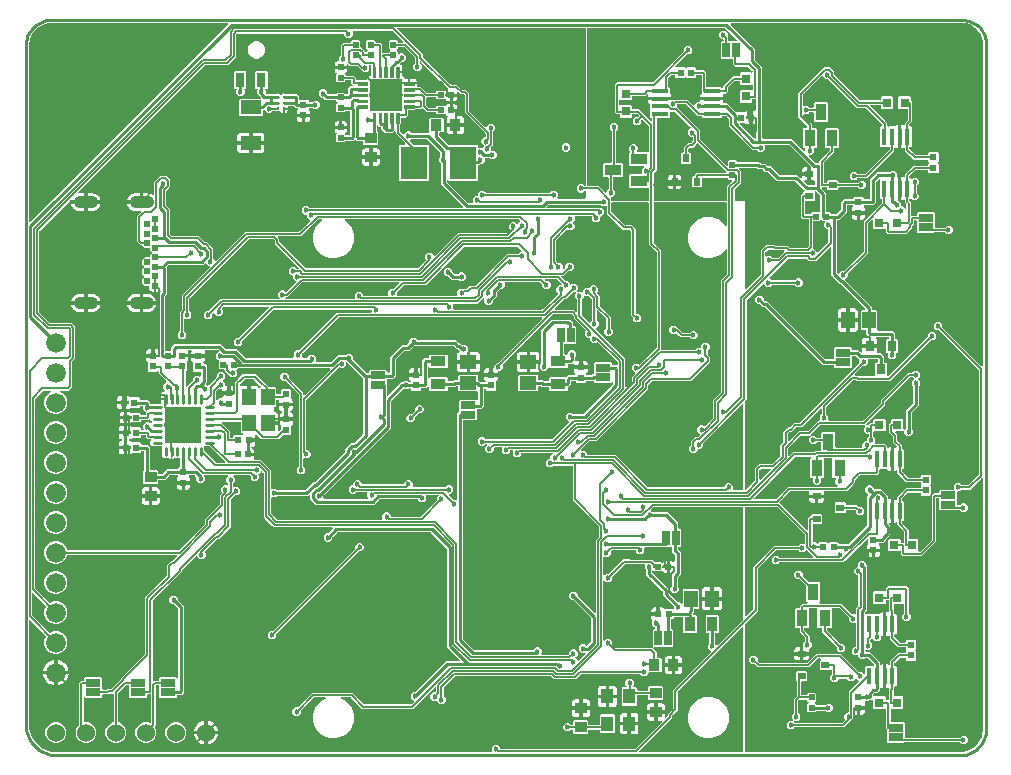
<source format=gbr>
G04 EAGLE Gerber RS-274X export*
G75*
%MOMM*%
%FSLAX34Y34*%
%LPD*%
%INBottom Copper*%
%IPPOS*%
%AMOC8*
5,1,8,0,0,1.08239X$1,22.5*%
G01*
%ADD10R,1.050000X1.300000*%
%ADD11R,1.300000X0.900000*%
%ADD12R,0.950000X1.000000*%
%ADD13R,0.900000X1.300000*%
%ADD14R,0.635000X1.270000*%
%ADD15R,1.270000X0.635000*%
%ADD16R,0.800000X0.900000*%
%ADD17R,1.150000X1.450000*%
%ADD18R,0.800000X1.200000*%
%ADD19R,0.500000X0.500000*%
%ADD20R,1.000000X0.950000*%
%ADD21C,0.018200*%
%ADD22R,2.700000X2.700000*%
%ADD23R,2.286000X2.794000*%
%ADD24R,1.450000X1.150000*%
%ADD25R,0.620000X0.620000*%
%ADD26C,1.524000*%
%ADD27C,0.604000*%
%ADD28C,1.000000*%
%ADD29C,0.280000*%
%ADD30R,3.100000X3.100000*%
%ADD31R,1.450000X0.450000*%
%ADD32R,0.800000X0.800000*%
%ADD33R,1.400000X0.950000*%
%ADD34R,0.600000X0.700000*%
%ADD35R,0.450000X1.450000*%
%ADD36R,0.950000X1.400000*%
%ADD37R,0.700000X0.600000*%
%ADD38R,1.150000X1.400000*%
%ADD39C,0.254000*%
%ADD40R,1.800000X1.150000*%
%ADD41C,1.676400*%
%ADD42C,0.454000*%
%ADD43C,0.254000*%
%ADD44C,0.127000*%
%ADD45C,0.203200*%

G36*
X165263Y2544D02*
X165263Y2544D01*
X165282Y2542D01*
X165384Y2564D01*
X165486Y2580D01*
X165503Y2590D01*
X165523Y2594D01*
X165612Y2647D01*
X165703Y2696D01*
X165717Y2710D01*
X165734Y2720D01*
X165801Y2799D01*
X165873Y2874D01*
X165881Y2892D01*
X165894Y2907D01*
X165933Y3003D01*
X165976Y3097D01*
X165978Y3117D01*
X165986Y3135D01*
X166004Y3302D01*
X166004Y6547D01*
X168078Y8621D01*
X171012Y8621D01*
X173086Y6547D01*
X173086Y5842D01*
X173089Y5822D01*
X173087Y5803D01*
X173109Y5701D01*
X173125Y5599D01*
X173135Y5582D01*
X173139Y5562D01*
X173192Y5473D01*
X173241Y5382D01*
X173255Y5368D01*
X173265Y5351D01*
X173344Y5284D01*
X173419Y5212D01*
X173437Y5204D01*
X173452Y5191D01*
X173548Y5152D01*
X173642Y5109D01*
X173662Y5107D01*
X173680Y5099D01*
X173847Y5081D01*
X286550Y5081D01*
X286640Y5095D01*
X286731Y5103D01*
X286761Y5115D01*
X286793Y5120D01*
X286874Y5163D01*
X286958Y5199D01*
X286990Y5225D01*
X287010Y5236D01*
X287033Y5259D01*
X287089Y5304D01*
X309645Y27860D01*
X309686Y27918D01*
X309736Y27970D01*
X309758Y28017D01*
X309788Y28059D01*
X309809Y28128D01*
X309839Y28193D01*
X309845Y28245D01*
X309861Y28295D01*
X309859Y28366D01*
X309867Y28437D01*
X309856Y28488D01*
X309854Y28540D01*
X309830Y28608D01*
X309814Y28678D01*
X309788Y28723D01*
X309770Y28771D01*
X309725Y28827D01*
X309688Y28889D01*
X309649Y28923D01*
X309616Y28963D01*
X309556Y29002D01*
X309501Y29049D01*
X309453Y29068D01*
X309409Y29096D01*
X309340Y29114D01*
X309273Y29141D01*
X309202Y29149D01*
X309171Y29157D01*
X309147Y29155D01*
X309106Y29159D01*
X306323Y29159D01*
X306323Y34927D01*
X312341Y34927D01*
X312341Y32394D01*
X312352Y32323D01*
X312354Y32251D01*
X312372Y32202D01*
X312380Y32151D01*
X312414Y32088D01*
X312439Y32020D01*
X312471Y31980D01*
X312496Y31934D01*
X312548Y31884D01*
X312592Y31828D01*
X312636Y31800D01*
X312674Y31764D01*
X312739Y31734D01*
X312799Y31695D01*
X312850Y31682D01*
X312897Y31661D01*
X312968Y31653D01*
X313038Y31635D01*
X313090Y31639D01*
X313141Y31633D01*
X313212Y31649D01*
X313283Y31654D01*
X313331Y31675D01*
X313382Y31686D01*
X313443Y31722D01*
X313509Y31751D01*
X313565Y31795D01*
X313593Y31812D01*
X313608Y31830D01*
X313640Y31855D01*
X314736Y32951D01*
X314789Y33025D01*
X314849Y33095D01*
X314861Y33125D01*
X314880Y33151D01*
X314907Y33238D01*
X314941Y33323D01*
X314945Y33364D01*
X314952Y33386D01*
X314951Y33418D01*
X314959Y33490D01*
X314959Y35079D01*
X319181Y39301D01*
X319230Y39369D01*
X319273Y39414D01*
X319279Y39427D01*
X319294Y39445D01*
X319306Y39475D01*
X319325Y39501D01*
X319348Y39576D01*
X319376Y39637D01*
X319378Y39654D01*
X319386Y39673D01*
X319390Y39714D01*
X319397Y39736D01*
X319396Y39768D01*
X319404Y39840D01*
X319404Y55399D01*
X351240Y87235D01*
X351281Y87293D01*
X351331Y87345D01*
X351353Y87392D01*
X351383Y87434D01*
X351404Y87503D01*
X351434Y87568D01*
X351440Y87620D01*
X351456Y87670D01*
X351454Y87741D01*
X351462Y87812D01*
X351451Y87863D01*
X351449Y87915D01*
X351425Y87983D01*
X351409Y88053D01*
X351383Y88098D01*
X351365Y88146D01*
X351320Y88202D01*
X351283Y88264D01*
X351244Y88298D01*
X351211Y88338D01*
X351151Y88377D01*
X351096Y88424D01*
X351050Y88442D01*
X348884Y90608D01*
X348884Y93542D01*
X349661Y94319D01*
X349714Y94393D01*
X349774Y94462D01*
X349786Y94492D01*
X349805Y94518D01*
X349832Y94605D01*
X349866Y94690D01*
X349870Y94731D01*
X349877Y94753D01*
X349876Y94786D01*
X349884Y94857D01*
X349884Y102466D01*
X349881Y102486D01*
X349883Y102505D01*
X349861Y102607D01*
X349845Y102709D01*
X349835Y102726D01*
X349831Y102746D01*
X349778Y102835D01*
X349729Y102926D01*
X349715Y102940D01*
X349705Y102957D01*
X349626Y103024D01*
X349551Y103096D01*
X349533Y103104D01*
X349518Y103117D01*
X349422Y103156D01*
X349328Y103199D01*
X349308Y103201D01*
X349290Y103209D01*
X349123Y103227D01*
X347628Y103227D01*
X346883Y103972D01*
X346883Y118024D01*
X347628Y118769D01*
X357680Y118769D01*
X358425Y118024D01*
X358425Y103972D01*
X357680Y103227D01*
X355727Y103227D01*
X355707Y103224D01*
X355688Y103226D01*
X355586Y103204D01*
X355484Y103188D01*
X355467Y103178D01*
X355447Y103174D01*
X355358Y103121D01*
X355267Y103072D01*
X355253Y103058D01*
X355236Y103048D01*
X355169Y102969D01*
X355097Y102894D01*
X355089Y102876D01*
X355076Y102861D01*
X355037Y102765D01*
X354994Y102671D01*
X354992Y102651D01*
X354984Y102633D01*
X354966Y102466D01*
X354966Y94857D01*
X354980Y94767D01*
X354988Y94676D01*
X355000Y94646D01*
X355005Y94614D01*
X355048Y94534D01*
X355084Y94450D01*
X355110Y94417D01*
X355121Y94397D01*
X355144Y94375D01*
X355189Y94319D01*
X356053Y93454D01*
X356064Y93425D01*
X356096Y93385D01*
X356121Y93339D01*
X356173Y93289D01*
X356217Y93233D01*
X356261Y93205D01*
X356299Y93169D01*
X356364Y93139D01*
X356424Y93100D01*
X356475Y93087D01*
X356522Y93066D01*
X356593Y93058D01*
X356663Y93040D01*
X356715Y93044D01*
X356766Y93038D01*
X356837Y93054D01*
X356908Y93059D01*
X356956Y93080D01*
X357007Y93091D01*
X357068Y93128D01*
X357134Y93156D01*
X357190Y93200D01*
X357218Y93217D01*
X357233Y93235D01*
X357265Y93260D01*
X378744Y114739D01*
X378797Y114813D01*
X378857Y114883D01*
X378869Y114913D01*
X378888Y114939D01*
X378915Y115026D01*
X378949Y115111D01*
X378953Y115152D01*
X378960Y115174D01*
X378959Y115206D01*
X378967Y115278D01*
X378967Y209423D01*
X378964Y209443D01*
X378966Y209462D01*
X378944Y209564D01*
X378928Y209666D01*
X378918Y209683D01*
X378914Y209703D01*
X378861Y209792D01*
X378812Y209883D01*
X378798Y209897D01*
X378788Y209914D01*
X378709Y209981D01*
X378634Y210053D01*
X378616Y210061D01*
X378601Y210074D01*
X378505Y210113D01*
X378411Y210156D01*
X378391Y210158D01*
X378373Y210166D01*
X378206Y210184D01*
X303365Y210184D01*
X303275Y210170D01*
X303184Y210162D01*
X303154Y210150D01*
X303122Y210145D01*
X303041Y210102D01*
X302957Y210066D01*
X302925Y210040D01*
X302905Y210029D01*
X302882Y210006D01*
X302826Y209961D01*
X300905Y208040D01*
X300864Y207982D01*
X300814Y207930D01*
X300792Y207883D01*
X300762Y207841D01*
X300741Y207772D01*
X300711Y207707D01*
X300705Y207655D01*
X300689Y207605D01*
X300691Y207534D01*
X300683Y207463D01*
X300694Y207412D01*
X300696Y207360D01*
X300720Y207292D01*
X300736Y207222D01*
X300762Y207178D01*
X300780Y207129D01*
X300825Y207073D01*
X300862Y207011D01*
X300901Y206977D01*
X300934Y206937D01*
X300994Y206898D01*
X301049Y206851D01*
X301095Y206833D01*
X301964Y205964D01*
X302038Y205911D01*
X302107Y205851D01*
X302137Y205839D01*
X302163Y205820D01*
X302250Y205793D01*
X302335Y205759D01*
X302376Y205755D01*
X302398Y205748D01*
X302431Y205749D01*
X302502Y205741D01*
X314742Y205741D01*
X323851Y196632D01*
X323851Y192532D01*
X323854Y192512D01*
X323852Y192493D01*
X323874Y192391D01*
X323890Y192289D01*
X323900Y192272D01*
X323904Y192252D01*
X323957Y192163D01*
X324006Y192072D01*
X324020Y192058D01*
X324030Y192041D01*
X324109Y191974D01*
X324184Y191902D01*
X324202Y191894D01*
X324217Y191881D01*
X324313Y191842D01*
X324407Y191799D01*
X324427Y191797D01*
X324445Y191789D01*
X324612Y191771D01*
X325265Y191771D01*
X326010Y191026D01*
X326010Y177274D01*
X325265Y176529D01*
X324612Y176529D01*
X324592Y176526D01*
X324573Y176528D01*
X324471Y176506D01*
X324369Y176490D01*
X324352Y176480D01*
X324332Y176476D01*
X324243Y176423D01*
X324152Y176374D01*
X324138Y176360D01*
X324121Y176350D01*
X324054Y176271D01*
X323982Y176196D01*
X323974Y176178D01*
X323961Y176163D01*
X323922Y176067D01*
X323879Y175973D01*
X323877Y175953D01*
X323869Y175935D01*
X323851Y175768D01*
X323851Y174088D01*
X323865Y173998D01*
X323873Y173907D01*
X323885Y173877D01*
X323890Y173845D01*
X323933Y173764D01*
X323969Y173680D01*
X323995Y173648D01*
X324006Y173628D01*
X324029Y173605D01*
X324074Y173549D01*
X325756Y171867D01*
X325756Y153253D01*
X323439Y150936D01*
X323386Y150862D01*
X323326Y150792D01*
X323314Y150762D01*
X323295Y150736D01*
X323268Y150649D01*
X323234Y150564D01*
X323230Y150523D01*
X323223Y150501D01*
X323224Y150469D01*
X323216Y150397D01*
X323216Y143117D01*
X323230Y143027D01*
X323238Y142936D01*
X323250Y142906D01*
X323255Y142874D01*
X323298Y142794D01*
X323334Y142710D01*
X323360Y142677D01*
X323371Y142657D01*
X323394Y142635D01*
X323439Y142579D01*
X324216Y141802D01*
X324216Y138868D01*
X322142Y136794D01*
X319208Y136794D01*
X317134Y138868D01*
X317134Y141802D01*
X317911Y142579D01*
X317964Y142653D01*
X318024Y142722D01*
X318036Y142752D01*
X318055Y142778D01*
X318082Y142865D01*
X318116Y142950D01*
X318120Y142991D01*
X318127Y143013D01*
X318126Y143046D01*
X318134Y143117D01*
X318134Y152817D01*
X318235Y152918D01*
X318276Y152976D01*
X318326Y153028D01*
X318348Y153075D01*
X318378Y153117D01*
X318399Y153186D01*
X318429Y153251D01*
X318435Y153303D01*
X318451Y153353D01*
X318449Y153424D01*
X318457Y153495D01*
X318445Y153546D01*
X318444Y153598D01*
X318420Y153666D01*
X318404Y153736D01*
X318378Y153781D01*
X318360Y153829D01*
X318315Y153885D01*
X318278Y153947D01*
X318239Y153981D01*
X318206Y154021D01*
X318146Y154060D01*
X318091Y154107D01*
X318043Y154126D01*
X317999Y154154D01*
X317930Y154172D01*
X317863Y154199D01*
X317792Y154207D01*
X317761Y154215D01*
X317737Y154213D01*
X317696Y154217D01*
X316645Y154217D01*
X316645Y158770D01*
X316642Y158789D01*
X316644Y158809D01*
X316622Y158911D01*
X316606Y159013D01*
X316596Y159030D01*
X316592Y159050D01*
X316539Y159139D01*
X316490Y159230D01*
X316476Y159244D01*
X316466Y159261D01*
X316462Y159264D01*
X316514Y159318D01*
X316522Y159336D01*
X316535Y159351D01*
X316574Y159448D01*
X316617Y159541D01*
X316619Y159561D01*
X316627Y159579D01*
X316645Y159746D01*
X316645Y164299D01*
X318231Y164299D01*
X318877Y164126D01*
X319532Y163747D01*
X319621Y163713D01*
X319708Y163673D01*
X319736Y163670D01*
X319762Y163660D01*
X319858Y163657D01*
X319952Y163646D01*
X319980Y163652D01*
X320008Y163651D01*
X320100Y163678D01*
X320193Y163698D01*
X320217Y163713D01*
X320244Y163721D01*
X320322Y163776D01*
X320404Y163824D01*
X320422Y163846D01*
X320445Y163862D01*
X320502Y163939D01*
X320564Y164011D01*
X320574Y164038D01*
X320591Y164060D01*
X320620Y164151D01*
X320656Y164240D01*
X320660Y164275D01*
X320666Y164295D01*
X320666Y164328D01*
X320674Y164406D01*
X320674Y169447D01*
X320660Y169537D01*
X320652Y169628D01*
X320640Y169658D01*
X320635Y169690D01*
X320592Y169771D01*
X320556Y169855D01*
X320530Y169887D01*
X320519Y169907D01*
X320496Y169930D01*
X320451Y169986D01*
X318769Y171668D01*
X318769Y175768D01*
X318766Y175788D01*
X318768Y175807D01*
X318746Y175909D01*
X318730Y176011D01*
X318720Y176028D01*
X318716Y176048D01*
X318663Y176137D01*
X318614Y176228D01*
X318600Y176242D01*
X318590Y176259D01*
X318511Y176326D01*
X318436Y176398D01*
X318418Y176406D01*
X318403Y176419D01*
X318307Y176458D01*
X318213Y176501D01*
X318193Y176503D01*
X318175Y176511D01*
X318008Y176529D01*
X317741Y176529D01*
X317703Y176539D01*
X317604Y176570D01*
X317584Y176569D01*
X317564Y176574D01*
X317461Y176566D01*
X317358Y176563D01*
X317339Y176556D01*
X317319Y176555D01*
X317259Y176529D01*
X315693Y176529D01*
X315603Y176515D01*
X315512Y176507D01*
X315482Y176495D01*
X315450Y176490D01*
X315369Y176447D01*
X315285Y176411D01*
X315253Y176385D01*
X315233Y176374D01*
X315210Y176351D01*
X315154Y176306D01*
X314742Y175894D01*
X295767Y175894D01*
X295747Y175891D01*
X295728Y175893D01*
X295626Y175871D01*
X295524Y175855D01*
X295507Y175845D01*
X295487Y175841D01*
X295398Y175788D01*
X295307Y175739D01*
X295293Y175725D01*
X295276Y175715D01*
X295209Y175636D01*
X295137Y175561D01*
X295129Y175543D01*
X295116Y175528D01*
X295077Y175432D01*
X295034Y175338D01*
X295032Y175318D01*
X295024Y175300D01*
X295006Y175133D01*
X295006Y171888D01*
X292932Y169814D01*
X289998Y169814D01*
X287924Y171888D01*
X287924Y172593D01*
X287921Y172613D01*
X287923Y172632D01*
X287901Y172734D01*
X287885Y172836D01*
X287875Y172853D01*
X287871Y172873D01*
X287818Y172962D01*
X287769Y173053D01*
X287755Y173067D01*
X287745Y173084D01*
X287666Y173151D01*
X287591Y173223D01*
X287573Y173231D01*
X287558Y173244D01*
X287462Y173283D01*
X287368Y173326D01*
X287348Y173328D01*
X287330Y173336D01*
X287163Y173354D01*
X267805Y173354D01*
X267715Y173340D01*
X267624Y173332D01*
X267594Y173320D01*
X267562Y173315D01*
X267481Y173272D01*
X267397Y173236D01*
X267365Y173210D01*
X267345Y173199D01*
X267322Y173176D01*
X267266Y173131D01*
X266654Y172519D01*
X266601Y172445D01*
X266541Y172375D01*
X266529Y172345D01*
X266510Y172319D01*
X266483Y172232D01*
X266449Y172147D01*
X266445Y172106D01*
X266438Y172084D01*
X266439Y172052D01*
X266431Y171980D01*
X266431Y169983D01*
X264357Y167909D01*
X261112Y167909D01*
X261092Y167906D01*
X261073Y167908D01*
X260971Y167886D01*
X260869Y167870D01*
X260852Y167860D01*
X260832Y167856D01*
X260743Y167803D01*
X260652Y167754D01*
X260638Y167740D01*
X260621Y167730D01*
X260554Y167651D01*
X260482Y167576D01*
X260474Y167558D01*
X260461Y167543D01*
X260422Y167447D01*
X260379Y167353D01*
X260377Y167333D01*
X260369Y167315D01*
X260351Y167148D01*
X260351Y152896D01*
X260362Y152825D01*
X260364Y152753D01*
X260382Y152704D01*
X260390Y152653D01*
X260424Y152590D01*
X260449Y152522D01*
X260481Y152482D01*
X260506Y152436D01*
X260558Y152386D01*
X260602Y152330D01*
X260646Y152302D01*
X260684Y152266D01*
X260749Y152236D01*
X260809Y152197D01*
X260860Y152185D01*
X260907Y152163D01*
X260978Y152155D01*
X261048Y152137D01*
X261100Y152141D01*
X261151Y152136D01*
X261222Y152151D01*
X261293Y152156D01*
X261341Y152177D01*
X261392Y152188D01*
X261453Y152225D01*
X261519Y152253D01*
X261575Y152298D01*
X261603Y152314D01*
X261618Y152332D01*
X261650Y152358D01*
X262693Y153401D01*
X264690Y153401D01*
X264780Y153415D01*
X264871Y153423D01*
X264901Y153435D01*
X264933Y153440D01*
X265014Y153483D01*
X265098Y153519D01*
X265130Y153545D01*
X265150Y153556D01*
X265173Y153579D01*
X265229Y153624D01*
X277341Y165736D01*
X301779Y165736D01*
X304263Y163252D01*
X304337Y163199D01*
X304407Y163139D01*
X304437Y163127D01*
X304463Y163108D01*
X304550Y163081D01*
X304635Y163047D01*
X304676Y163043D01*
X304698Y163036D01*
X304730Y163037D01*
X304802Y163029D01*
X309422Y163029D01*
X309528Y162923D01*
X309625Y162853D01*
X309721Y162783D01*
X309725Y162782D01*
X309728Y162779D01*
X309842Y162744D01*
X309955Y162708D01*
X309959Y162708D01*
X309963Y162707D01*
X310081Y162710D01*
X310201Y162712D01*
X310205Y162713D01*
X310209Y162713D01*
X310320Y162754D01*
X310433Y162794D01*
X310436Y162796D01*
X310440Y162798D01*
X310532Y162872D01*
X310626Y162945D01*
X310629Y162949D01*
X310632Y162951D01*
X310639Y162963D01*
X310726Y163081D01*
X310863Y163318D01*
X311336Y163791D01*
X311915Y164126D01*
X312562Y164299D01*
X314147Y164299D01*
X314147Y160507D01*
X310928Y160507D01*
X310908Y160504D01*
X310889Y160506D01*
X310787Y160484D01*
X310685Y160468D01*
X310668Y160458D01*
X310648Y160454D01*
X310559Y160401D01*
X310468Y160352D01*
X310454Y160338D01*
X310437Y160328D01*
X310370Y160249D01*
X310298Y160174D01*
X310290Y160156D01*
X310277Y160141D01*
X310238Y160045D01*
X310195Y159951D01*
X310193Y159931D01*
X310185Y159913D01*
X310167Y159746D01*
X310167Y158770D01*
X310170Y158750D01*
X310168Y158730D01*
X310190Y158629D01*
X310206Y158527D01*
X310216Y158510D01*
X310220Y158490D01*
X310273Y158401D01*
X310322Y158310D01*
X310336Y158296D01*
X310346Y158279D01*
X310425Y158212D01*
X310500Y158140D01*
X310518Y158132D01*
X310533Y158119D01*
X310629Y158080D01*
X310723Y158037D01*
X310743Y158035D01*
X310761Y158027D01*
X310928Y158009D01*
X314147Y158009D01*
X314147Y154217D01*
X312562Y154217D01*
X311915Y154390D01*
X311336Y154725D01*
X310863Y155198D01*
X310726Y155435D01*
X310650Y155528D01*
X310576Y155620D01*
X310573Y155623D01*
X310570Y155626D01*
X310469Y155689D01*
X310369Y155753D01*
X310365Y155754D01*
X310362Y155757D01*
X310245Y155785D01*
X310131Y155813D01*
X310127Y155813D01*
X310123Y155814D01*
X310004Y155804D01*
X309885Y155794D01*
X309882Y155793D01*
X309878Y155792D01*
X309770Y155745D01*
X309659Y155698D01*
X309655Y155695D01*
X309652Y155694D01*
X309642Y155684D01*
X309528Y155593D01*
X309422Y155487D01*
X303370Y155487D01*
X302925Y155932D01*
X302867Y155974D01*
X302815Y156023D01*
X302768Y156045D01*
X302726Y156075D01*
X302657Y156096D01*
X302592Y156127D01*
X302540Y156132D01*
X302490Y156148D01*
X302419Y156146D01*
X302348Y156154D01*
X302297Y156143D01*
X302245Y156141D01*
X302177Y156117D01*
X302107Y156101D01*
X302062Y156075D01*
X302014Y156057D01*
X301958Y156012D01*
X301896Y155975D01*
X301862Y155936D01*
X301822Y155903D01*
X301783Y155843D01*
X301736Y155788D01*
X301717Y155740D01*
X301689Y155696D01*
X301671Y155627D01*
X301644Y155560D01*
X301636Y155489D01*
X301628Y155458D01*
X301630Y155434D01*
X301626Y155393D01*
X301626Y155038D01*
X301640Y154948D01*
X301648Y154857D01*
X301660Y154827D01*
X301665Y154795D01*
X301708Y154714D01*
X301744Y154630D01*
X301770Y154598D01*
X301781Y154578D01*
X301804Y154555D01*
X301849Y154499D01*
X315596Y140752D01*
X315596Y137893D01*
X315610Y137803D01*
X315618Y137712D01*
X315630Y137682D01*
X315635Y137650D01*
X315678Y137569D01*
X315714Y137485D01*
X315740Y137453D01*
X315751Y137433D01*
X315774Y137410D01*
X315819Y137354D01*
X323679Y129494D01*
X323753Y129441D01*
X323823Y129381D01*
X323853Y129369D01*
X323879Y129350D01*
X323966Y129323D01*
X324051Y129289D01*
X324092Y129285D01*
X324114Y129278D01*
X324146Y129279D01*
X324218Y129271D01*
X325317Y129271D01*
X326088Y128500D01*
X326146Y128458D01*
X326198Y128408D01*
X326245Y128386D01*
X326287Y128356D01*
X326356Y128335D01*
X326421Y128305D01*
X326473Y128299D01*
X326523Y128284D01*
X326594Y128286D01*
X326665Y128278D01*
X326716Y128289D01*
X326768Y128290D01*
X326836Y128315D01*
X326906Y128330D01*
X326951Y128357D01*
X326999Y128375D01*
X327055Y128419D01*
X327117Y128456D01*
X327151Y128496D01*
X327191Y128528D01*
X327230Y128589D01*
X327277Y128643D01*
X327296Y128691D01*
X327324Y128735D01*
X327342Y128805D01*
X327369Y128871D01*
X327377Y128942D01*
X327385Y128974D01*
X327383Y128997D01*
X327387Y129038D01*
X327387Y140110D01*
X328132Y140855D01*
X340684Y140855D01*
X341429Y140110D01*
X341429Y124558D01*
X340684Y123813D01*
X337947Y123813D01*
X337927Y123810D01*
X337908Y123812D01*
X337806Y123790D01*
X337704Y123774D01*
X337687Y123764D01*
X337667Y123760D01*
X337578Y123707D01*
X337487Y123658D01*
X337473Y123644D01*
X337456Y123634D01*
X337389Y123555D01*
X337317Y123480D01*
X337309Y123462D01*
X337296Y123447D01*
X337257Y123351D01*
X337214Y123257D01*
X337212Y123237D01*
X337204Y123219D01*
X337186Y123052D01*
X337186Y121503D01*
X336139Y120456D01*
X336086Y120382D01*
X336026Y120312D01*
X336014Y120282D01*
X335995Y120256D01*
X335968Y120169D01*
X335934Y120084D01*
X335930Y120043D01*
X335923Y120021D01*
X335924Y119989D01*
X335916Y119917D01*
X335916Y119530D01*
X335919Y119510D01*
X335917Y119491D01*
X335939Y119389D01*
X335955Y119287D01*
X335965Y119270D01*
X335969Y119250D01*
X336022Y119161D01*
X336071Y119070D01*
X336085Y119056D01*
X336095Y119039D01*
X336174Y118972D01*
X336249Y118900D01*
X336267Y118892D01*
X336282Y118879D01*
X336378Y118840D01*
X336472Y118797D01*
X336492Y118795D01*
X336510Y118787D01*
X336677Y118769D01*
X338680Y118769D01*
X339425Y118024D01*
X339425Y103972D01*
X338680Y103227D01*
X328628Y103227D01*
X327883Y103972D01*
X327883Y116078D01*
X327880Y116098D01*
X327882Y116117D01*
X327860Y116219D01*
X327844Y116321D01*
X327834Y116338D01*
X327830Y116358D01*
X327777Y116447D01*
X327728Y116538D01*
X327714Y116552D01*
X327704Y116569D01*
X327625Y116636D01*
X327550Y116708D01*
X327532Y116716D01*
X327517Y116729D01*
X327421Y116768D01*
X327327Y116811D01*
X327307Y116813D01*
X327289Y116821D01*
X327122Y116839D01*
X320782Y116839D01*
X320762Y116836D01*
X320743Y116838D01*
X320641Y116816D01*
X320539Y116800D01*
X320522Y116790D01*
X320502Y116786D01*
X320413Y116733D01*
X320322Y116684D01*
X320308Y116670D01*
X320291Y116660D01*
X320224Y116581D01*
X320152Y116506D01*
X320144Y116488D01*
X320131Y116473D01*
X320092Y116377D01*
X320049Y116283D01*
X320047Y116263D01*
X320039Y116245D01*
X320021Y116078D01*
X320021Y115754D01*
X319276Y115009D01*
X318262Y115009D01*
X318242Y115006D01*
X318223Y115008D01*
X318121Y114986D01*
X318019Y114970D01*
X318002Y114960D01*
X317982Y114956D01*
X317893Y114903D01*
X317802Y114854D01*
X317788Y114840D01*
X317771Y114830D01*
X317704Y114751D01*
X317632Y114676D01*
X317624Y114658D01*
X317611Y114643D01*
X317572Y114547D01*
X317529Y114453D01*
X317527Y114433D01*
X317519Y114415D01*
X317501Y114248D01*
X317501Y107188D01*
X317504Y107168D01*
X317502Y107149D01*
X317524Y107047D01*
X317540Y106945D01*
X317550Y106928D01*
X317554Y106908D01*
X317607Y106819D01*
X317656Y106728D01*
X317670Y106714D01*
X317680Y106697D01*
X317759Y106630D01*
X317834Y106558D01*
X317852Y106550D01*
X317867Y106537D01*
X317963Y106498D01*
X318057Y106455D01*
X318077Y106453D01*
X318095Y106445D01*
X318262Y106427D01*
X318407Y106427D01*
X319152Y105682D01*
X319152Y91930D01*
X318407Y91185D01*
X310883Y91185D01*
X310844Y91195D01*
X310745Y91226D01*
X310725Y91225D01*
X310706Y91230D01*
X310603Y91222D01*
X310500Y91219D01*
X310481Y91212D01*
X310461Y91211D01*
X310401Y91185D01*
X303238Y91185D01*
X303167Y91174D01*
X303095Y91172D01*
X303046Y91154D01*
X302995Y91146D01*
X302932Y91112D01*
X302864Y91087D01*
X302823Y91055D01*
X302778Y91030D01*
X302728Y90979D01*
X302672Y90934D01*
X302644Y90890D01*
X302608Y90852D01*
X302578Y90787D01*
X302539Y90727D01*
X302526Y90676D01*
X302505Y90629D01*
X302497Y90558D01*
X302479Y90488D01*
X302483Y90436D01*
X302477Y90385D01*
X302493Y90314D01*
X302498Y90243D01*
X302519Y90195D01*
X302530Y90144D01*
X302566Y90083D01*
X302595Y90017D01*
X302639Y89961D01*
X302656Y89933D01*
X302674Y89918D01*
X302699Y89886D01*
X303119Y89466D01*
X305436Y87149D01*
X305436Y83232D01*
X305439Y83213D01*
X305437Y83194D01*
X305437Y83193D01*
X305459Y83091D01*
X305475Y82989D01*
X305485Y82972D01*
X305489Y82952D01*
X305542Y82863D01*
X305591Y82772D01*
X305605Y82758D01*
X305615Y82741D01*
X305694Y82674D01*
X305769Y82602D01*
X305787Y82594D01*
X305802Y82581D01*
X305898Y82542D01*
X305992Y82499D01*
X306012Y82497D01*
X306030Y82489D01*
X306197Y82471D01*
X308934Y82471D01*
X309679Y81726D01*
X309679Y70674D01*
X308934Y69929D01*
X298942Y69929D01*
X298922Y69926D01*
X298903Y69928D01*
X298801Y69906D01*
X298699Y69890D01*
X298682Y69880D01*
X298662Y69876D01*
X298573Y69823D01*
X298482Y69774D01*
X298468Y69760D01*
X298451Y69750D01*
X298384Y69671D01*
X298312Y69596D01*
X298304Y69578D01*
X298291Y69563D01*
X298252Y69467D01*
X298209Y69373D01*
X298207Y69353D01*
X298199Y69335D01*
X298181Y69168D01*
X298181Y69018D01*
X296107Y66944D01*
X293173Y66944D01*
X291761Y68356D01*
X291687Y68409D01*
X291618Y68469D01*
X291588Y68481D01*
X291562Y68500D01*
X291475Y68527D01*
X291390Y68561D01*
X291349Y68565D01*
X291327Y68572D01*
X291294Y68571D01*
X291223Y68579D01*
X241770Y68579D01*
X241680Y68565D01*
X241589Y68557D01*
X241559Y68545D01*
X241527Y68540D01*
X241446Y68497D01*
X241362Y68461D01*
X241330Y68435D01*
X241310Y68424D01*
X241287Y68401D01*
X241231Y68356D01*
X237009Y64134D01*
X218286Y64134D01*
X215969Y66451D01*
X215895Y66504D01*
X215825Y66564D01*
X215795Y66576D01*
X215769Y66595D01*
X215682Y66622D01*
X215597Y66656D01*
X215556Y66660D01*
X215534Y66667D01*
X215502Y66666D01*
X215430Y66674D01*
X135090Y66674D01*
X135000Y66660D01*
X134909Y66652D01*
X134879Y66640D01*
X134847Y66635D01*
X134766Y66592D01*
X134682Y66556D01*
X134650Y66530D01*
X134630Y66519D01*
X134607Y66496D01*
X134551Y66451D01*
X125319Y57219D01*
X125266Y57145D01*
X125206Y57075D01*
X125194Y57045D01*
X125175Y57019D01*
X125148Y56932D01*
X125114Y56847D01*
X125110Y56806D01*
X125103Y56784D01*
X125104Y56752D01*
X125096Y56680D01*
X125096Y50407D01*
X125110Y50317D01*
X125118Y50226D01*
X125130Y50196D01*
X125135Y50164D01*
X125178Y50084D01*
X125214Y50000D01*
X125240Y49968D01*
X125251Y49947D01*
X125274Y49925D01*
X125319Y49869D01*
X126731Y48457D01*
X126731Y45523D01*
X124657Y43449D01*
X121723Y43449D01*
X119506Y45667D01*
X119494Y45688D01*
X119480Y45702D01*
X119470Y45719D01*
X119391Y45786D01*
X119316Y45858D01*
X119298Y45866D01*
X119283Y45879D01*
X119187Y45918D01*
X119093Y45961D01*
X119073Y45963D01*
X119055Y45971D01*
X118888Y45989D01*
X116008Y45989D01*
X113934Y48063D01*
X113934Y50997D01*
X116008Y53071D01*
X117983Y53071D01*
X118003Y53074D01*
X118022Y53072D01*
X118124Y53094D01*
X118226Y53110D01*
X118243Y53120D01*
X118263Y53124D01*
X118352Y53177D01*
X118443Y53226D01*
X118457Y53240D01*
X118474Y53250D01*
X118541Y53329D01*
X118613Y53404D01*
X118621Y53422D01*
X118634Y53437D01*
X118673Y53533D01*
X118716Y53627D01*
X118718Y53647D01*
X118726Y53665D01*
X118744Y53832D01*
X118744Y56680D01*
X118733Y56751D01*
X118731Y56823D01*
X118713Y56872D01*
X118705Y56923D01*
X118671Y56986D01*
X118646Y57054D01*
X118614Y57094D01*
X118589Y57140D01*
X118537Y57190D01*
X118493Y57246D01*
X118449Y57274D01*
X118411Y57310D01*
X118346Y57340D01*
X118286Y57379D01*
X118235Y57392D01*
X118188Y57413D01*
X118117Y57421D01*
X118047Y57439D01*
X117995Y57435D01*
X117944Y57441D01*
X117873Y57425D01*
X117802Y57420D01*
X117754Y57399D01*
X117703Y57388D01*
X117642Y57351D01*
X117576Y57323D01*
X117520Y57279D01*
X117492Y57262D01*
X117477Y57244D01*
X117445Y57219D01*
X99341Y39115D01*
X56361Y39115D01*
X46805Y48671D01*
X46731Y48724D01*
X46661Y48784D01*
X46631Y48796D01*
X46605Y48815D01*
X46518Y48842D01*
X46433Y48876D01*
X46392Y48880D01*
X46370Y48887D01*
X46338Y48886D01*
X46266Y48894D01*
X38991Y48894D01*
X38895Y48879D01*
X38798Y48869D01*
X38774Y48859D01*
X38748Y48855D01*
X38662Y48809D01*
X38573Y48769D01*
X38554Y48752D01*
X38531Y48739D01*
X38464Y48669D01*
X38392Y48603D01*
X38380Y48580D01*
X38361Y48561D01*
X38320Y48473D01*
X38274Y48387D01*
X38269Y48362D01*
X38258Y48338D01*
X38247Y48241D01*
X38230Y48145D01*
X38234Y48119D01*
X38231Y48094D01*
X38251Y47998D01*
X38266Y47902D01*
X38277Y47879D01*
X38283Y47853D01*
X38333Y47770D01*
X38377Y47683D01*
X38396Y47664D01*
X38409Y47642D01*
X38483Y47579D01*
X38553Y47511D01*
X38581Y47495D01*
X38596Y47482D01*
X38627Y47470D01*
X38700Y47430D01*
X41462Y46285D01*
X46285Y41462D01*
X48896Y35160D01*
X48896Y28340D01*
X46285Y22038D01*
X41462Y17215D01*
X35160Y14604D01*
X28340Y14604D01*
X22038Y17215D01*
X17215Y22038D01*
X14604Y28340D01*
X14604Y35160D01*
X17215Y41462D01*
X22038Y46285D01*
X24800Y47430D01*
X24883Y47481D01*
X24969Y47527D01*
X24987Y47545D01*
X25009Y47559D01*
X25072Y47635D01*
X25139Y47705D01*
X25150Y47729D01*
X25166Y47749D01*
X25201Y47840D01*
X25242Y47928D01*
X25245Y47954D01*
X25254Y47978D01*
X25259Y48076D01*
X25269Y48172D01*
X25264Y48198D01*
X25265Y48224D01*
X25238Y48318D01*
X25217Y48413D01*
X25204Y48435D01*
X25196Y48460D01*
X25141Y48540D01*
X25091Y48624D01*
X25071Y48641D01*
X25056Y48662D01*
X24978Y48721D01*
X24904Y48784D01*
X24880Y48794D01*
X24859Y48809D01*
X24766Y48839D01*
X24676Y48876D01*
X24643Y48879D01*
X24625Y48885D01*
X24592Y48885D01*
X24509Y48894D01*
X15710Y48894D01*
X15620Y48880D01*
X15529Y48872D01*
X15499Y48860D01*
X15467Y48855D01*
X15386Y48812D01*
X15302Y48776D01*
X15270Y48750D01*
X15250Y48739D01*
X15227Y48716D01*
X15171Y48671D01*
X4399Y37899D01*
X4346Y37825D01*
X4286Y37755D01*
X4274Y37725D01*
X4255Y37699D01*
X4228Y37612D01*
X4194Y37527D01*
X4190Y37486D01*
X4183Y37464D01*
X4184Y37432D01*
X4176Y37360D01*
X4176Y35363D01*
X2102Y33289D01*
X-832Y33289D01*
X-2906Y35363D01*
X-2906Y38297D01*
X-832Y40371D01*
X1165Y40371D01*
X1255Y40385D01*
X1346Y40393D01*
X1376Y40405D01*
X1408Y40410D01*
X1489Y40453D01*
X1573Y40489D01*
X1605Y40515D01*
X1625Y40526D01*
X1648Y40549D01*
X1704Y40594D01*
X13816Y52706D01*
X48160Y52706D01*
X57716Y43150D01*
X57790Y43097D01*
X57860Y43037D01*
X57890Y43025D01*
X57916Y43006D01*
X58003Y42979D01*
X58088Y42945D01*
X58129Y42941D01*
X58151Y42934D01*
X58183Y42935D01*
X58255Y42927D01*
X97447Y42927D01*
X97537Y42941D01*
X97628Y42949D01*
X97658Y42961D01*
X97690Y42966D01*
X97771Y43009D01*
X97855Y43045D01*
X97887Y43071D01*
X97907Y43082D01*
X97930Y43105D01*
X97986Y43150D01*
X99780Y44944D01*
X99821Y45002D01*
X99871Y45054D01*
X99893Y45101D01*
X99923Y45143D01*
X99944Y45212D01*
X99974Y45277D01*
X99980Y45329D01*
X99996Y45379D01*
X99994Y45450D01*
X100002Y45521D01*
X99991Y45572D01*
X99989Y45624D01*
X99965Y45692D01*
X99949Y45762D01*
X99923Y45807D01*
X99905Y45855D01*
X99860Y45911D01*
X99823Y45973D01*
X99784Y46007D01*
X99751Y46047D01*
X99691Y46086D01*
X99636Y46133D01*
X99590Y46151D01*
X97424Y48317D01*
X97424Y51251D01*
X99498Y53325D01*
X100597Y53325D01*
X100687Y53339D01*
X100778Y53347D01*
X100808Y53359D01*
X100840Y53364D01*
X100921Y53407D01*
X101005Y53443D01*
X101037Y53469D01*
X101057Y53480D01*
X101080Y53503D01*
X101136Y53548D01*
X126964Y79376D01*
X138078Y79376D01*
X138149Y79387D01*
X138221Y79389D01*
X138270Y79407D01*
X138321Y79415D01*
X138384Y79449D01*
X138452Y79474D01*
X138492Y79506D01*
X138538Y79531D01*
X138588Y79583D01*
X138644Y79627D01*
X138672Y79671D01*
X138708Y79709D01*
X138738Y79774D01*
X138777Y79834D01*
X138790Y79885D01*
X138811Y79932D01*
X138819Y80003D01*
X138837Y80073D01*
X138833Y80125D01*
X138839Y80176D01*
X138823Y80247D01*
X138818Y80318D01*
X138797Y80366D01*
X138786Y80417D01*
X138749Y80478D01*
X138721Y80544D01*
X138677Y80600D01*
X138660Y80628D01*
X138642Y80643D01*
X138617Y80675D01*
X127634Y91658D01*
X127634Y174527D01*
X127620Y174617D01*
X127612Y174708D01*
X127600Y174738D01*
X127595Y174770D01*
X127552Y174851D01*
X127516Y174935D01*
X127490Y174967D01*
X127479Y174987D01*
X127456Y175009D01*
X127411Y175066D01*
X114106Y188371D01*
X114032Y188424D01*
X113962Y188484D01*
X113932Y188496D01*
X113906Y188515D01*
X113819Y188542D01*
X113734Y188576D01*
X113693Y188580D01*
X113671Y188587D01*
X113639Y188586D01*
X113567Y188594D01*
X35658Y188594D01*
X35568Y188580D01*
X35477Y188572D01*
X35447Y188560D01*
X35415Y188555D01*
X35334Y188512D01*
X35250Y188476D01*
X35218Y188450D01*
X35198Y188439D01*
X35175Y188416D01*
X35119Y188371D01*
X31069Y184321D01*
X31016Y184247D01*
X30956Y184177D01*
X30944Y184147D01*
X30925Y184121D01*
X30898Y184034D01*
X30864Y183949D01*
X30860Y183908D01*
X30853Y183886D01*
X30854Y183854D01*
X30846Y183782D01*
X30846Y182683D01*
X28772Y180609D01*
X25838Y180609D01*
X23764Y182683D01*
X23764Y185617D01*
X25838Y187691D01*
X26937Y187691D01*
X27027Y187705D01*
X27118Y187713D01*
X27148Y187725D01*
X27180Y187730D01*
X27261Y187773D01*
X27345Y187809D01*
X27377Y187835D01*
X27397Y187846D01*
X27420Y187869D01*
X27476Y187914D01*
X30921Y191359D01*
X30962Y191417D01*
X31012Y191469D01*
X31034Y191516D01*
X31064Y191558D01*
X31085Y191627D01*
X31115Y191692D01*
X31121Y191744D01*
X31137Y191794D01*
X31135Y191865D01*
X31143Y191936D01*
X31131Y191987D01*
X31130Y192039D01*
X31106Y192107D01*
X31090Y192177D01*
X31064Y192221D01*
X31046Y192270D01*
X31001Y192326D01*
X30964Y192388D01*
X30925Y192422D01*
X30892Y192462D01*
X30832Y192501D01*
X30777Y192548D01*
X30729Y192567D01*
X30685Y192595D01*
X30616Y192613D01*
X30549Y192640D01*
X30478Y192648D01*
X30447Y192656D01*
X30423Y192654D01*
X30382Y192658D01*
X-18500Y192658D01*
X-19840Y193998D01*
X-25966Y200124D01*
X-25967Y200124D01*
X-27306Y201464D01*
X-27306Y238417D01*
X-27320Y238507D01*
X-27328Y238598D01*
X-27340Y238628D01*
X-27345Y238660D01*
X-27388Y238741D01*
X-27424Y238825D01*
X-27450Y238857D01*
X-27461Y238877D01*
X-27484Y238900D01*
X-27529Y238956D01*
X-28587Y240014D01*
X-28603Y240026D01*
X-28616Y240041D01*
X-28703Y240097D01*
X-28787Y240158D01*
X-28806Y240163D01*
X-28823Y240174D01*
X-28923Y240199D01*
X-29022Y240230D01*
X-29042Y240229D01*
X-29061Y240234D01*
X-29164Y240226D01*
X-29268Y240224D01*
X-29287Y240217D01*
X-29306Y240215D01*
X-29401Y240175D01*
X-29499Y240139D01*
X-29514Y240127D01*
X-29533Y240119D01*
X-29664Y240014D01*
X-31556Y238121D01*
X-31568Y238105D01*
X-31584Y238093D01*
X-31640Y238005D01*
X-31700Y237921D01*
X-31706Y237902D01*
X-31717Y237886D01*
X-31742Y237785D01*
X-31772Y237686D01*
X-31772Y237666D01*
X-31777Y237647D01*
X-31769Y237544D01*
X-31766Y237440D01*
X-31759Y237422D01*
X-31758Y237402D01*
X-31717Y237307D01*
X-31682Y237209D01*
X-31669Y237194D01*
X-31661Y237176D01*
X-31556Y237045D01*
X-31291Y236780D01*
X-31291Y233846D01*
X-33365Y231772D01*
X-36299Y231772D01*
X-38373Y233846D01*
X-38373Y235843D01*
X-38388Y235933D01*
X-38395Y236024D01*
X-38407Y236054D01*
X-38413Y236086D01*
X-38455Y236167D01*
X-38491Y236250D01*
X-38517Y236283D01*
X-38528Y236303D01*
X-38551Y236325D01*
X-38596Y236381D01*
X-38846Y236631D01*
X-38920Y236684D01*
X-38989Y236744D01*
X-39019Y236756D01*
X-39045Y236775D01*
X-39132Y236802D01*
X-39217Y236836D01*
X-39258Y236840D01*
X-39280Y236847D01*
X-39313Y236846D01*
X-39384Y236854D01*
X-52209Y236854D01*
X-52280Y236843D01*
X-52352Y236841D01*
X-52401Y236823D01*
X-52452Y236815D01*
X-52515Y236781D01*
X-52583Y236756D01*
X-52623Y236724D01*
X-52669Y236699D01*
X-52719Y236647D01*
X-52775Y236603D01*
X-52803Y236559D01*
X-52839Y236521D01*
X-52869Y236456D01*
X-52908Y236396D01*
X-52920Y236345D01*
X-52942Y236298D01*
X-52950Y236227D01*
X-52968Y236157D01*
X-52964Y236105D01*
X-52969Y236054D01*
X-52954Y235983D01*
X-52949Y235912D01*
X-52928Y235864D01*
X-52917Y235813D01*
X-52880Y235752D01*
X-52852Y235686D01*
X-52807Y235630D01*
X-52791Y235602D01*
X-52773Y235587D01*
X-52747Y235555D01*
X-51704Y234512D01*
X-51704Y231578D01*
X-53116Y230166D01*
X-53169Y230092D01*
X-53229Y230023D01*
X-53241Y229993D01*
X-53260Y229967D01*
X-53287Y229880D01*
X-53321Y229795D01*
X-53325Y229754D01*
X-53332Y229732D01*
X-53331Y229699D01*
X-53339Y229628D01*
X-53339Y227822D01*
X-53336Y227802D01*
X-53338Y227783D01*
X-53316Y227681D01*
X-53300Y227579D01*
X-53290Y227562D01*
X-53286Y227542D01*
X-53233Y227453D01*
X-53184Y227362D01*
X-53170Y227348D01*
X-53160Y227331D01*
X-53081Y227264D01*
X-53006Y227192D01*
X-52988Y227184D01*
X-52973Y227171D01*
X-52877Y227132D01*
X-52783Y227089D01*
X-52763Y227087D01*
X-52745Y227079D01*
X-52578Y227061D01*
X-49333Y227061D01*
X-47259Y224987D01*
X-47259Y222053D01*
X-49333Y219979D01*
X-51330Y219979D01*
X-51420Y219965D01*
X-51511Y219957D01*
X-51541Y219945D01*
X-51573Y219940D01*
X-51654Y219897D01*
X-51738Y219861D01*
X-51770Y219835D01*
X-51790Y219824D01*
X-51813Y219801D01*
X-51869Y219756D01*
X-55021Y216604D01*
X-55074Y216530D01*
X-55134Y216460D01*
X-55146Y216430D01*
X-55165Y216404D01*
X-55192Y216317D01*
X-55226Y216232D01*
X-55230Y216191D01*
X-55237Y216169D01*
X-55236Y216137D01*
X-55244Y216065D01*
X-55244Y192886D01*
X-65251Y182879D01*
X-66205Y182879D01*
X-66295Y182865D01*
X-66386Y182857D01*
X-66416Y182845D01*
X-66448Y182840D01*
X-66529Y182797D01*
X-66613Y182761D01*
X-66645Y182735D01*
X-66665Y182724D01*
X-66688Y182701D01*
X-66744Y182656D01*
X-76890Y172509D01*
X-76902Y172493D01*
X-76918Y172481D01*
X-76974Y172394D01*
X-77034Y172310D01*
X-77040Y172291D01*
X-77051Y172274D01*
X-77076Y172173D01*
X-77106Y172075D01*
X-77106Y172055D01*
X-77111Y172035D01*
X-77103Y171932D01*
X-77100Y171829D01*
X-77093Y171810D01*
X-77092Y171790D01*
X-77051Y171695D01*
X-77016Y171598D01*
X-77003Y171582D01*
X-76995Y171564D01*
X-76890Y171433D01*
X-76469Y171012D01*
X-76469Y168078D01*
X-78543Y166004D01*
X-81477Y166004D01*
X-83638Y168166D01*
X-83649Y168195D01*
X-83681Y168235D01*
X-83706Y168281D01*
X-83758Y168331D01*
X-83802Y168387D01*
X-83846Y168415D01*
X-83884Y168451D01*
X-83949Y168481D01*
X-84009Y168520D01*
X-84060Y168533D01*
X-84107Y168554D01*
X-84178Y168562D01*
X-84248Y168580D01*
X-84300Y168576D01*
X-84351Y168582D01*
X-84422Y168566D01*
X-84493Y168561D01*
X-84541Y168540D01*
X-84592Y168529D01*
X-84653Y168492D01*
X-84719Y168464D01*
X-84775Y168420D01*
X-84803Y168403D01*
X-84818Y168385D01*
X-84850Y168360D01*
X-96296Y156914D01*
X-96349Y156840D01*
X-96409Y156770D01*
X-96421Y156740D01*
X-96440Y156714D01*
X-96467Y156627D01*
X-96501Y156542D01*
X-96505Y156501D01*
X-96512Y156479D01*
X-96511Y156447D01*
X-96519Y156375D01*
X-96519Y155421D01*
X-121061Y130879D01*
X-121114Y130805D01*
X-121174Y130735D01*
X-121186Y130705D01*
X-121205Y130679D01*
X-121232Y130592D01*
X-121266Y130507D01*
X-121270Y130466D01*
X-121277Y130444D01*
X-121276Y130412D01*
X-121284Y130340D01*
X-121284Y63589D01*
X-121273Y63518D01*
X-121271Y63446D01*
X-121253Y63397D01*
X-121245Y63346D01*
X-121211Y63283D01*
X-121186Y63215D01*
X-121154Y63174D01*
X-121129Y63129D01*
X-121077Y63079D01*
X-121032Y63023D01*
X-120989Y62995D01*
X-120951Y62959D01*
X-120886Y62929D01*
X-120825Y62890D01*
X-120775Y62877D01*
X-120728Y62856D01*
X-120657Y62848D01*
X-120587Y62830D01*
X-120535Y62834D01*
X-120484Y62828D01*
X-120413Y62844D01*
X-120342Y62849D01*
X-120303Y62866D01*
X-116332Y62866D01*
X-116312Y62869D01*
X-116293Y62867D01*
X-116191Y62889D01*
X-116089Y62905D01*
X-116072Y62915D01*
X-116052Y62919D01*
X-115963Y62972D01*
X-115872Y63021D01*
X-115858Y63035D01*
X-115841Y63045D01*
X-115774Y63124D01*
X-115702Y63199D01*
X-115694Y63217D01*
X-115681Y63232D01*
X-115642Y63328D01*
X-115599Y63422D01*
X-115597Y63442D01*
X-115589Y63460D01*
X-115571Y63627D01*
X-115571Y64915D01*
X-114826Y65660D01*
X-101074Y65660D01*
X-100995Y65581D01*
X-100937Y65539D01*
X-100885Y65490D01*
X-100838Y65468D01*
X-100796Y65438D01*
X-100727Y65417D01*
X-100662Y65386D01*
X-100610Y65381D01*
X-100560Y65365D01*
X-100489Y65367D01*
X-100418Y65359D01*
X-100367Y65370D01*
X-100315Y65372D01*
X-100247Y65396D01*
X-100177Y65412D01*
X-100132Y65438D01*
X-100084Y65456D01*
X-100028Y65501D01*
X-99966Y65538D01*
X-99932Y65577D01*
X-99892Y65610D01*
X-99853Y65670D01*
X-99806Y65725D01*
X-99787Y65773D01*
X-99759Y65817D01*
X-99741Y65886D01*
X-99714Y65953D01*
X-99706Y66024D01*
X-99698Y66055D01*
X-99700Y66079D01*
X-99696Y66120D01*
X-99696Y123727D01*
X-99710Y123817D01*
X-99718Y123908D01*
X-99730Y123938D01*
X-99735Y123970D01*
X-99778Y124051D01*
X-99814Y124135D01*
X-99840Y124167D01*
X-99851Y124187D01*
X-99874Y124210D01*
X-99919Y124266D01*
X-103334Y127681D01*
X-103408Y127734D01*
X-103478Y127794D01*
X-103508Y127806D01*
X-103534Y127825D01*
X-103621Y127852D01*
X-103706Y127886D01*
X-103747Y127890D01*
X-103769Y127897D01*
X-103801Y127896D01*
X-103873Y127904D01*
X-104972Y127904D01*
X-107046Y129978D01*
X-107046Y132912D01*
X-104972Y134986D01*
X-102038Y134986D01*
X-99964Y132912D01*
X-99964Y131813D01*
X-99950Y131723D01*
X-99942Y131632D01*
X-99930Y131602D01*
X-99925Y131570D01*
X-99882Y131489D01*
X-99846Y131405D01*
X-99820Y131373D01*
X-99809Y131353D01*
X-99786Y131330D01*
X-99741Y131274D01*
X-94614Y126147D01*
X-94614Y52923D01*
X-96738Y50799D01*
X-99568Y50799D01*
X-99588Y50796D01*
X-99607Y50798D01*
X-99709Y50776D01*
X-99811Y50760D01*
X-99828Y50750D01*
X-99848Y50746D01*
X-99937Y50693D01*
X-100028Y50644D01*
X-100042Y50630D01*
X-100059Y50620D01*
X-100126Y50541D01*
X-100198Y50466D01*
X-100206Y50448D01*
X-100219Y50433D01*
X-100258Y50337D01*
X-100301Y50243D01*
X-100303Y50223D01*
X-100311Y50205D01*
X-100329Y50038D01*
X-100329Y49385D01*
X-101074Y48640D01*
X-114826Y48640D01*
X-115571Y49385D01*
X-115571Y56909D01*
X-115561Y56947D01*
X-115530Y57046D01*
X-115531Y57066D01*
X-115526Y57086D01*
X-115534Y57189D01*
X-115537Y57292D01*
X-115544Y57311D01*
X-115545Y57331D01*
X-115571Y57391D01*
X-115571Y58293D01*
X-115574Y58313D01*
X-115572Y58332D01*
X-115594Y58434D01*
X-115610Y58536D01*
X-115620Y58553D01*
X-115624Y58573D01*
X-115677Y58662D01*
X-115726Y58753D01*
X-115740Y58767D01*
X-115750Y58784D01*
X-115829Y58851D01*
X-115904Y58923D01*
X-115922Y58931D01*
X-115937Y58944D01*
X-116033Y58983D01*
X-116127Y59026D01*
X-116147Y59028D01*
X-116165Y59036D01*
X-116332Y59054D01*
X-117983Y59054D01*
X-118003Y59051D01*
X-118022Y59053D01*
X-118124Y59031D01*
X-118226Y59015D01*
X-118243Y59005D01*
X-118263Y59001D01*
X-118352Y58948D01*
X-118443Y58899D01*
X-118457Y58885D01*
X-118474Y58875D01*
X-118541Y58796D01*
X-118613Y58721D01*
X-118621Y58703D01*
X-118634Y58688D01*
X-118673Y58592D01*
X-118716Y58498D01*
X-118718Y58478D01*
X-118726Y58460D01*
X-118744Y58293D01*
X-118744Y24611D01*
X-119046Y24309D01*
X-119115Y24213D01*
X-119184Y24120D01*
X-119186Y24114D01*
X-119190Y24109D01*
X-119224Y23997D01*
X-119260Y23886D01*
X-119260Y23880D01*
X-119262Y23874D01*
X-119259Y23757D01*
X-119258Y23640D01*
X-119256Y23633D01*
X-119256Y23628D01*
X-119249Y23610D01*
X-119211Y23479D01*
X-118109Y20818D01*
X-118109Y17282D01*
X-119463Y14014D01*
X-121964Y11513D01*
X-125232Y10159D01*
X-128768Y10159D01*
X-132036Y11513D01*
X-134537Y14014D01*
X-135891Y17282D01*
X-135891Y20818D01*
X-134537Y24086D01*
X-132036Y26587D01*
X-128768Y27941D01*
X-125231Y27941D01*
X-123608Y27268D01*
X-123564Y27258D01*
X-123522Y27239D01*
X-123445Y27230D01*
X-123369Y27212D01*
X-123323Y27216D01*
X-123278Y27211D01*
X-123201Y27228D01*
X-123124Y27235D01*
X-123082Y27254D01*
X-123037Y27264D01*
X-122970Y27304D01*
X-122899Y27335D01*
X-122865Y27366D01*
X-122826Y27390D01*
X-122775Y27449D01*
X-122718Y27502D01*
X-122696Y27542D01*
X-122666Y27577D01*
X-122637Y27649D01*
X-122600Y27717D01*
X-122591Y27762D01*
X-122574Y27805D01*
X-122559Y27941D01*
X-122556Y27959D01*
X-122557Y27964D01*
X-122556Y27972D01*
X-122556Y50673D01*
X-122559Y50693D01*
X-122557Y50712D01*
X-122579Y50814D01*
X-122595Y50916D01*
X-122605Y50933D01*
X-122609Y50953D01*
X-122662Y51042D01*
X-122711Y51133D01*
X-122725Y51147D01*
X-122735Y51164D01*
X-122814Y51231D01*
X-122889Y51303D01*
X-122907Y51311D01*
X-122922Y51324D01*
X-123018Y51363D01*
X-123112Y51406D01*
X-123132Y51408D01*
X-123150Y51416D01*
X-123317Y51434D01*
X-124968Y51434D01*
X-124988Y51431D01*
X-125007Y51433D01*
X-125109Y51411D01*
X-125211Y51395D01*
X-125228Y51385D01*
X-125248Y51381D01*
X-125337Y51328D01*
X-125428Y51279D01*
X-125442Y51265D01*
X-125459Y51255D01*
X-125526Y51176D01*
X-125598Y51101D01*
X-125606Y51083D01*
X-125619Y51068D01*
X-125658Y50972D01*
X-125701Y50878D01*
X-125703Y50858D01*
X-125711Y50840D01*
X-125729Y50673D01*
X-125729Y49385D01*
X-126474Y48640D01*
X-140226Y48640D01*
X-140971Y49385D01*
X-140971Y56909D01*
X-140961Y56947D01*
X-140930Y57046D01*
X-140931Y57066D01*
X-140926Y57086D01*
X-140934Y57189D01*
X-140937Y57292D01*
X-140944Y57311D01*
X-140945Y57331D01*
X-140971Y57391D01*
X-140971Y58293D01*
X-140974Y58313D01*
X-140972Y58332D01*
X-140994Y58434D01*
X-141010Y58536D01*
X-141020Y58553D01*
X-141024Y58573D01*
X-141077Y58662D01*
X-141126Y58753D01*
X-141140Y58767D01*
X-141150Y58784D01*
X-141229Y58851D01*
X-141304Y58923D01*
X-141322Y58931D01*
X-141337Y58944D01*
X-141433Y58983D01*
X-141527Y59026D01*
X-141547Y59028D01*
X-141565Y59036D01*
X-141732Y59054D01*
X-143675Y59054D01*
X-143765Y59040D01*
X-143856Y59032D01*
X-143886Y59020D01*
X-143918Y59015D01*
X-143999Y58972D01*
X-144083Y58936D01*
X-144115Y58910D01*
X-144135Y58899D01*
X-144158Y58876D01*
X-144214Y58831D01*
X-150271Y52774D01*
X-150324Y52700D01*
X-150384Y52630D01*
X-150396Y52600D01*
X-150415Y52574D01*
X-150442Y52487D01*
X-150476Y52402D01*
X-150480Y52361D01*
X-150487Y52339D01*
X-150486Y52307D01*
X-150494Y52235D01*
X-150494Y28393D01*
X-150493Y28385D01*
X-150493Y28384D01*
X-150492Y28376D01*
X-150475Y28278D01*
X-150458Y28162D01*
X-150456Y28156D01*
X-150455Y28150D01*
X-150400Y28047D01*
X-150347Y27942D01*
X-150342Y27938D01*
X-150339Y27932D01*
X-150255Y27853D01*
X-150171Y27770D01*
X-150165Y27766D01*
X-150161Y27763D01*
X-150144Y27755D01*
X-150024Y27689D01*
X-147364Y26587D01*
X-144863Y24086D01*
X-143509Y20818D01*
X-143509Y17282D01*
X-144863Y14014D01*
X-147364Y11513D01*
X-150632Y10159D01*
X-154168Y10159D01*
X-157436Y11513D01*
X-159937Y14014D01*
X-161291Y17282D01*
X-161291Y20818D01*
X-159937Y24086D01*
X-157436Y26587D01*
X-154776Y27689D01*
X-154676Y27751D01*
X-154576Y27811D01*
X-154572Y27816D01*
X-154567Y27819D01*
X-154492Y27909D01*
X-154416Y27998D01*
X-154414Y28003D01*
X-154410Y28008D01*
X-154368Y28117D01*
X-154324Y28226D01*
X-154323Y28233D01*
X-154322Y28238D01*
X-154321Y28256D01*
X-154306Y28393D01*
X-154306Y51308D01*
X-154309Y51328D01*
X-154307Y51347D01*
X-154329Y51449D01*
X-154345Y51551D01*
X-154355Y51568D01*
X-154359Y51588D01*
X-154412Y51677D01*
X-154461Y51768D01*
X-154475Y51782D01*
X-154485Y51799D01*
X-154564Y51866D01*
X-154639Y51938D01*
X-154657Y51946D01*
X-154672Y51959D01*
X-154768Y51998D01*
X-154862Y52041D01*
X-154882Y52043D01*
X-154900Y52051D01*
X-155067Y52069D01*
X-158280Y52069D01*
X-158370Y52055D01*
X-158461Y52047D01*
X-158491Y52035D01*
X-158523Y52030D01*
X-158604Y51987D01*
X-158688Y51951D01*
X-158720Y51925D01*
X-158740Y51914D01*
X-158763Y51891D01*
X-158819Y51846D01*
X-159231Y51434D01*
X-163068Y51434D01*
X-163088Y51431D01*
X-163107Y51433D01*
X-163209Y51411D01*
X-163311Y51395D01*
X-163328Y51385D01*
X-163348Y51381D01*
X-163437Y51328D01*
X-163528Y51279D01*
X-163542Y51265D01*
X-163559Y51255D01*
X-163626Y51176D01*
X-163698Y51101D01*
X-163706Y51083D01*
X-163719Y51068D01*
X-163758Y50972D01*
X-163801Y50878D01*
X-163803Y50858D01*
X-163811Y50840D01*
X-163829Y50673D01*
X-163829Y49385D01*
X-164574Y48640D01*
X-178326Y48640D01*
X-178405Y48719D01*
X-178463Y48761D01*
X-178515Y48810D01*
X-178562Y48832D01*
X-178604Y48862D01*
X-178673Y48883D01*
X-178738Y48914D01*
X-178790Y48919D01*
X-178840Y48935D01*
X-178911Y48933D01*
X-178982Y48941D01*
X-179033Y48930D01*
X-179085Y48928D01*
X-179153Y48904D01*
X-179223Y48888D01*
X-179268Y48862D01*
X-179316Y48844D01*
X-179372Y48799D01*
X-179434Y48762D01*
X-179468Y48723D01*
X-179508Y48690D01*
X-179547Y48630D01*
X-179594Y48575D01*
X-179613Y48527D01*
X-179641Y48483D01*
X-179659Y48414D01*
X-179686Y48347D01*
X-179694Y48276D01*
X-179702Y48245D01*
X-179700Y48221D01*
X-179704Y48180D01*
X-179704Y28702D01*
X-179701Y28682D01*
X-179703Y28663D01*
X-179681Y28561D01*
X-179665Y28459D01*
X-179655Y28442D01*
X-179651Y28422D01*
X-179598Y28333D01*
X-179549Y28242D01*
X-179535Y28228D01*
X-179525Y28211D01*
X-179446Y28144D01*
X-179371Y28072D01*
X-179353Y28064D01*
X-179338Y28051D01*
X-179242Y28012D01*
X-179148Y27969D01*
X-179128Y27967D01*
X-179110Y27959D01*
X-178943Y27941D01*
X-176032Y27941D01*
X-172764Y26587D01*
X-170263Y24086D01*
X-168909Y20818D01*
X-168909Y17282D01*
X-170263Y14014D01*
X-172764Y11513D01*
X-176032Y10159D01*
X-179568Y10159D01*
X-182836Y11513D01*
X-185337Y14014D01*
X-186691Y17282D01*
X-186691Y20818D01*
X-185337Y24086D01*
X-183739Y25685D01*
X-183686Y25759D01*
X-183626Y25828D01*
X-183614Y25858D01*
X-183595Y25884D01*
X-183568Y25971D01*
X-183534Y26056D01*
X-183530Y26097D01*
X-183523Y26120D01*
X-183524Y26152D01*
X-183516Y26223D01*
X-183516Y61114D01*
X-181764Y62866D01*
X-179832Y62866D01*
X-179812Y62869D01*
X-179793Y62867D01*
X-179691Y62889D01*
X-179589Y62905D01*
X-179572Y62915D01*
X-179552Y62919D01*
X-179463Y62972D01*
X-179372Y63021D01*
X-179358Y63035D01*
X-179341Y63045D01*
X-179274Y63124D01*
X-179202Y63199D01*
X-179194Y63217D01*
X-179181Y63232D01*
X-179142Y63328D01*
X-179099Y63422D01*
X-179097Y63442D01*
X-179089Y63460D01*
X-179071Y63627D01*
X-179071Y64915D01*
X-178326Y65660D01*
X-164574Y65660D01*
X-163829Y64915D01*
X-163829Y57391D01*
X-163839Y57352D01*
X-163870Y57253D01*
X-163869Y57233D01*
X-163874Y57214D01*
X-163866Y57111D01*
X-163863Y57008D01*
X-163856Y56989D01*
X-163855Y56969D01*
X-163829Y56909D01*
X-163829Y56007D01*
X-163826Y55987D01*
X-163828Y55968D01*
X-163806Y55866D01*
X-163790Y55764D01*
X-163780Y55747D01*
X-163776Y55727D01*
X-163723Y55638D01*
X-163674Y55547D01*
X-163660Y55533D01*
X-163650Y55516D01*
X-163571Y55449D01*
X-163496Y55377D01*
X-163478Y55369D01*
X-163463Y55356D01*
X-163367Y55317D01*
X-163273Y55274D01*
X-163253Y55272D01*
X-163235Y55264D01*
X-163068Y55246D01*
X-161125Y55246D01*
X-161035Y55260D01*
X-160944Y55268D01*
X-160914Y55280D01*
X-160882Y55285D01*
X-160801Y55328D01*
X-160717Y55364D01*
X-160685Y55390D01*
X-160665Y55401D01*
X-160642Y55424D01*
X-160586Y55469D01*
X-160174Y55881D01*
X-156680Y55881D01*
X-156590Y55895D01*
X-156499Y55903D01*
X-156469Y55915D01*
X-156437Y55920D01*
X-156356Y55963D01*
X-156272Y55999D01*
X-156240Y56025D01*
X-156220Y56036D01*
X-156197Y56059D01*
X-156141Y56104D01*
X-148179Y64066D01*
X-148126Y64140D01*
X-148066Y64210D01*
X-148054Y64240D01*
X-148035Y64266D01*
X-148008Y64353D01*
X-147974Y64438D01*
X-147970Y64479D01*
X-147963Y64501D01*
X-147964Y64533D01*
X-147956Y64605D01*
X-147956Y65559D01*
X-127859Y85656D01*
X-127806Y85730D01*
X-127746Y85800D01*
X-127734Y85830D01*
X-127715Y85856D01*
X-127688Y85943D01*
X-127654Y86028D01*
X-127650Y86069D01*
X-127643Y86091D01*
X-127644Y86123D01*
X-127636Y86195D01*
X-127636Y133504D01*
X-109444Y151696D01*
X-109391Y151770D01*
X-109331Y151840D01*
X-109319Y151870D01*
X-109300Y151896D01*
X-109273Y151983D01*
X-109239Y152068D01*
X-109235Y152109D01*
X-109228Y152131D01*
X-109229Y152163D01*
X-109221Y152235D01*
X-109221Y160809D01*
X-105564Y164466D01*
X-104610Y164466D01*
X-104520Y164480D01*
X-104429Y164488D01*
X-104399Y164500D01*
X-104367Y164505D01*
X-104286Y164548D01*
X-104202Y164584D01*
X-104170Y164610D01*
X-104150Y164621D01*
X-104127Y164644D01*
X-104071Y164689D01*
X-100515Y168245D01*
X-100474Y168303D01*
X-100424Y168355D01*
X-100402Y168402D01*
X-100372Y168444D01*
X-100351Y168513D01*
X-100321Y168578D01*
X-100315Y168630D01*
X-100299Y168680D01*
X-100301Y168751D01*
X-100293Y168822D01*
X-100304Y168873D01*
X-100306Y168925D01*
X-100330Y168993D01*
X-100346Y169063D01*
X-100372Y169108D01*
X-100390Y169156D01*
X-100435Y169212D01*
X-100472Y169274D01*
X-100511Y169308D01*
X-100544Y169348D01*
X-100604Y169387D01*
X-100659Y169434D01*
X-100707Y169453D01*
X-100751Y169481D01*
X-100820Y169499D01*
X-100887Y169526D01*
X-100958Y169534D01*
X-100989Y169542D01*
X-101013Y169540D01*
X-101054Y169544D01*
X-193033Y169544D01*
X-193147Y169525D01*
X-193264Y169508D01*
X-193269Y169506D01*
X-193275Y169505D01*
X-193378Y169450D01*
X-193483Y169397D01*
X-193487Y169392D01*
X-193493Y169389D01*
X-193573Y169305D01*
X-193655Y169221D01*
X-193659Y169215D01*
X-193662Y169211D01*
X-193670Y169194D01*
X-193736Y169074D01*
X-195017Y165982D01*
X-197732Y163267D01*
X-201280Y161797D01*
X-205120Y161797D01*
X-208668Y163267D01*
X-211383Y165982D01*
X-212853Y169530D01*
X-212853Y173370D01*
X-211383Y176918D01*
X-208668Y179633D01*
X-205120Y181103D01*
X-201280Y181103D01*
X-197732Y179633D01*
X-195017Y176918D01*
X-193736Y173826D01*
X-193674Y173726D01*
X-193614Y173626D01*
X-193610Y173622D01*
X-193606Y173617D01*
X-193516Y173542D01*
X-193428Y173466D01*
X-193422Y173464D01*
X-193417Y173460D01*
X-193309Y173418D01*
X-193199Y173374D01*
X-193192Y173373D01*
X-193187Y173372D01*
X-193169Y173371D01*
X-193033Y173356D01*
X-99530Y173356D01*
X-99440Y173370D01*
X-99349Y173378D01*
X-99319Y173390D01*
X-99287Y173395D01*
X-99206Y173438D01*
X-99122Y173474D01*
X-99090Y173500D01*
X-99070Y173511D01*
X-99047Y173534D01*
X-98991Y173579D01*
X-77059Y195511D01*
X-77006Y195585D01*
X-76946Y195655D01*
X-76934Y195685D01*
X-76915Y195711D01*
X-76888Y195798D01*
X-76854Y195883D01*
X-76850Y195924D01*
X-76843Y195946D01*
X-76844Y195978D01*
X-76836Y196050D01*
X-76836Y199544D01*
X-64359Y212021D01*
X-64306Y212095D01*
X-64246Y212165D01*
X-64234Y212195D01*
X-64215Y212221D01*
X-64188Y212308D01*
X-64154Y212393D01*
X-64150Y212434D01*
X-64143Y212456D01*
X-64144Y212488D01*
X-64136Y212560D01*
X-64136Y220499D01*
X-62810Y221826D01*
X-62798Y221842D01*
X-62782Y221854D01*
X-62726Y221941D01*
X-62666Y222025D01*
X-62660Y222044D01*
X-62649Y222061D01*
X-62624Y222162D01*
X-62594Y222260D01*
X-62594Y222280D01*
X-62589Y222300D01*
X-62597Y222403D01*
X-62600Y222506D01*
X-62607Y222525D01*
X-62608Y222545D01*
X-62649Y222640D01*
X-62684Y222737D01*
X-62697Y222753D01*
X-62705Y222771D01*
X-62810Y222902D01*
X-63231Y223323D01*
X-63231Y226257D01*
X-61157Y228331D01*
X-57912Y228331D01*
X-57892Y228334D01*
X-57873Y228332D01*
X-57771Y228354D01*
X-57669Y228370D01*
X-57652Y228380D01*
X-57632Y228384D01*
X-57543Y228437D01*
X-57452Y228486D01*
X-57438Y228500D01*
X-57421Y228510D01*
X-57354Y228589D01*
X-57282Y228664D01*
X-57274Y228682D01*
X-57261Y228697D01*
X-57222Y228793D01*
X-57179Y228887D01*
X-57177Y228907D01*
X-57169Y228925D01*
X-57151Y229092D01*
X-57151Y229628D01*
X-57165Y229718D01*
X-57173Y229809D01*
X-57185Y229839D01*
X-57190Y229871D01*
X-57233Y229951D01*
X-57269Y230035D01*
X-57295Y230067D01*
X-57306Y230088D01*
X-57329Y230110D01*
X-57374Y230166D01*
X-58786Y231578D01*
X-58786Y234512D01*
X-57743Y235555D01*
X-57701Y235613D01*
X-57651Y235665D01*
X-57629Y235712D01*
X-57599Y235754D01*
X-57578Y235823D01*
X-57548Y235888D01*
X-57542Y235940D01*
X-57527Y235990D01*
X-57529Y236061D01*
X-57521Y236132D01*
X-57532Y236183D01*
X-57533Y236235D01*
X-57558Y236303D01*
X-57573Y236373D01*
X-57600Y236418D01*
X-57618Y236466D01*
X-57662Y236522D01*
X-57699Y236584D01*
X-57739Y236618D01*
X-57771Y236658D01*
X-57832Y236697D01*
X-57886Y236744D01*
X-57934Y236763D01*
X-57978Y236791D01*
X-58048Y236809D01*
X-58114Y236836D01*
X-58185Y236844D01*
X-58217Y236852D01*
X-58240Y236850D01*
X-58281Y236854D01*
X-76974Y236854D01*
X-77045Y236843D01*
X-77117Y236841D01*
X-77166Y236823D01*
X-77217Y236815D01*
X-77280Y236781D01*
X-77348Y236756D01*
X-77388Y236724D01*
X-77434Y236699D01*
X-77484Y236648D01*
X-77540Y236603D01*
X-77568Y236559D01*
X-77604Y236521D01*
X-77634Y236456D01*
X-77673Y236396D01*
X-77685Y236345D01*
X-77707Y236298D01*
X-77715Y236227D01*
X-77733Y236157D01*
X-77729Y236105D01*
X-77734Y236054D01*
X-77719Y235983D01*
X-77714Y235912D01*
X-77693Y235864D01*
X-77682Y235813D01*
X-77645Y235752D01*
X-77617Y235686D01*
X-77572Y235630D01*
X-77556Y235602D01*
X-77538Y235587D01*
X-77512Y235555D01*
X-77104Y235147D01*
X-77104Y232213D01*
X-79178Y230139D01*
X-82112Y230139D01*
X-84186Y232213D01*
X-84186Y235217D01*
X-84200Y235307D01*
X-84208Y235398D01*
X-84220Y235428D01*
X-84225Y235460D01*
X-84268Y235541D01*
X-84304Y235625D01*
X-84330Y235657D01*
X-84341Y235677D01*
X-84364Y235700D01*
X-84409Y235756D01*
X-85284Y236631D01*
X-85358Y236684D01*
X-85428Y236744D01*
X-85458Y236756D01*
X-85484Y236775D01*
X-85571Y236802D01*
X-85656Y236836D01*
X-85697Y236840D01*
X-85719Y236847D01*
X-85751Y236846D01*
X-85823Y236854D01*
X-90023Y236854D01*
X-90094Y236843D01*
X-90166Y236841D01*
X-90215Y236823D01*
X-90266Y236815D01*
X-90329Y236781D01*
X-90397Y236756D01*
X-90437Y236724D01*
X-90483Y236699D01*
X-90533Y236647D01*
X-90589Y236603D01*
X-90617Y236559D01*
X-90653Y236521D01*
X-90683Y236456D01*
X-90722Y236396D01*
X-90735Y236345D01*
X-90756Y236298D01*
X-90764Y236227D01*
X-90782Y236157D01*
X-90778Y236105D01*
X-90784Y236054D01*
X-90768Y235983D01*
X-90763Y235912D01*
X-90742Y235864D01*
X-90731Y235813D01*
X-90694Y235752D01*
X-90666Y235686D01*
X-90622Y235630D01*
X-90605Y235602D01*
X-90587Y235587D01*
X-90562Y235555D01*
X-90117Y235110D01*
X-89782Y234531D01*
X-89609Y233884D01*
X-89609Y231973D01*
X-94488Y231973D01*
X-94508Y231970D01*
X-94527Y231972D01*
X-94629Y231950D01*
X-94731Y231933D01*
X-94748Y231924D01*
X-94768Y231920D01*
X-94857Y231867D01*
X-94948Y231818D01*
X-94962Y231804D01*
X-94979Y231794D01*
X-95046Y231715D01*
X-95117Y231640D01*
X-95126Y231622D01*
X-95139Y231607D01*
X-95178Y231511D01*
X-95221Y231417D01*
X-95223Y231397D01*
X-95231Y231379D01*
X-95249Y231212D01*
X-95249Y230449D01*
X-95251Y230449D01*
X-95251Y231212D01*
X-95254Y231232D01*
X-95252Y231251D01*
X-95274Y231353D01*
X-95291Y231455D01*
X-95300Y231472D01*
X-95304Y231492D01*
X-95357Y231581D01*
X-95406Y231672D01*
X-95420Y231686D01*
X-95430Y231703D01*
X-95509Y231770D01*
X-95584Y231841D01*
X-95602Y231850D01*
X-95617Y231863D01*
X-95713Y231902D01*
X-95807Y231945D01*
X-95827Y231947D01*
X-95845Y231955D01*
X-96012Y231973D01*
X-100891Y231973D01*
X-100891Y233884D01*
X-100718Y234531D01*
X-100383Y235110D01*
X-99938Y235555D01*
X-99896Y235613D01*
X-99847Y235665D01*
X-99825Y235712D01*
X-99795Y235754D01*
X-99774Y235823D01*
X-99744Y235888D01*
X-99738Y235940D01*
X-99722Y235990D01*
X-99724Y236061D01*
X-99716Y236132D01*
X-99728Y236183D01*
X-99729Y236235D01*
X-99753Y236303D01*
X-99769Y236373D01*
X-99795Y236418D01*
X-99813Y236466D01*
X-99858Y236522D01*
X-99895Y236584D01*
X-99934Y236618D01*
X-99967Y236658D01*
X-100027Y236697D01*
X-100082Y236744D01*
X-100130Y236763D01*
X-100174Y236791D01*
X-100243Y236809D01*
X-100310Y236836D01*
X-100381Y236844D01*
X-100412Y236852D01*
X-100436Y236850D01*
X-100477Y236854D01*
X-106582Y236854D01*
X-106672Y236840D01*
X-106763Y236832D01*
X-106793Y236820D01*
X-106825Y236815D01*
X-106906Y236772D01*
X-106990Y236736D01*
X-107022Y236710D01*
X-107042Y236699D01*
X-107065Y236676D01*
X-107121Y236631D01*
X-110708Y233044D01*
X-115904Y233044D01*
X-115924Y233041D01*
X-115943Y233043D01*
X-116045Y233021D01*
X-116147Y233005D01*
X-116164Y232995D01*
X-116184Y232991D01*
X-116273Y232938D01*
X-116364Y232889D01*
X-116378Y232875D01*
X-116395Y232865D01*
X-116462Y232786D01*
X-116534Y232711D01*
X-116542Y232693D01*
X-116555Y232678D01*
X-116594Y232582D01*
X-116637Y232488D01*
X-116639Y232468D01*
X-116647Y232450D01*
X-116665Y232283D01*
X-116665Y230054D01*
X-117410Y229309D01*
X-128462Y229309D01*
X-129207Y230054D01*
X-129207Y240606D01*
X-128494Y241319D01*
X-128441Y241393D01*
X-128381Y241463D01*
X-128369Y241493D01*
X-128350Y241519D01*
X-128323Y241606D01*
X-128289Y241691D01*
X-128285Y241732D01*
X-128278Y241754D01*
X-128279Y241786D01*
X-128271Y241858D01*
X-128271Y257048D01*
X-128274Y257068D01*
X-128272Y257087D01*
X-128294Y257189D01*
X-128310Y257291D01*
X-128320Y257308D01*
X-128324Y257328D01*
X-128377Y257417D01*
X-128426Y257508D01*
X-128440Y257522D01*
X-128450Y257539D01*
X-128529Y257606D01*
X-128604Y257678D01*
X-128622Y257686D01*
X-128637Y257699D01*
X-128733Y257738D01*
X-128827Y257781D01*
X-128847Y257783D01*
X-128865Y257791D01*
X-129032Y257809D01*
X-130068Y257809D01*
X-130088Y257806D01*
X-130107Y257808D01*
X-130209Y257786D01*
X-130311Y257770D01*
X-130328Y257760D01*
X-130348Y257756D01*
X-130437Y257703D01*
X-130528Y257654D01*
X-130542Y257640D01*
X-130559Y257630D01*
X-130626Y257551D01*
X-130698Y257476D01*
X-130706Y257458D01*
X-130719Y257443D01*
X-130758Y257347D01*
X-130801Y257253D01*
X-130803Y257233D01*
X-130811Y257215D01*
X-130829Y257048D01*
X-130829Y256724D01*
X-131574Y255979D01*
X-138462Y255979D01*
X-138552Y255965D01*
X-138643Y255957D01*
X-138673Y255945D01*
X-138705Y255940D01*
X-138786Y255897D01*
X-138870Y255861D01*
X-138902Y255835D01*
X-138922Y255824D01*
X-138945Y255801D01*
X-139001Y255756D01*
X-139540Y255217D01*
X-140119Y254882D01*
X-140766Y254709D01*
X-142677Y254709D01*
X-142677Y258827D01*
X-140332Y258827D01*
X-140312Y258830D01*
X-140293Y258828D01*
X-140191Y258850D01*
X-140089Y258867D01*
X-140072Y258876D01*
X-140052Y258880D01*
X-139963Y258933D01*
X-139872Y258982D01*
X-139858Y258996D01*
X-139841Y259006D01*
X-139774Y259085D01*
X-139702Y259160D01*
X-139694Y259178D01*
X-139681Y259193D01*
X-139642Y259289D01*
X-139599Y259383D01*
X-139597Y259403D01*
X-139589Y259421D01*
X-139571Y259588D01*
X-139571Y261112D01*
X-139574Y261132D01*
X-139572Y261151D01*
X-139594Y261253D01*
X-139610Y261355D01*
X-139620Y261372D01*
X-139624Y261392D01*
X-139677Y261481D01*
X-139726Y261572D01*
X-139740Y261586D01*
X-139750Y261603D01*
X-139829Y261670D01*
X-139904Y261741D01*
X-139922Y261750D01*
X-139937Y261763D01*
X-140033Y261802D01*
X-140127Y261845D01*
X-140147Y261847D01*
X-140165Y261855D01*
X-140332Y261873D01*
X-142677Y261873D01*
X-142677Y271527D01*
X-140332Y271527D01*
X-140312Y271530D01*
X-140293Y271528D01*
X-140191Y271550D01*
X-140089Y271567D01*
X-140072Y271576D01*
X-140052Y271580D01*
X-139963Y271633D01*
X-139872Y271682D01*
X-139858Y271696D01*
X-139841Y271706D01*
X-139774Y271785D01*
X-139702Y271860D01*
X-139694Y271878D01*
X-139681Y271893D01*
X-139642Y271989D01*
X-139599Y272083D01*
X-139597Y272103D01*
X-139589Y272121D01*
X-139571Y272288D01*
X-139571Y273812D01*
X-139574Y273832D01*
X-139572Y273851D01*
X-139594Y273953D01*
X-139610Y274055D01*
X-139620Y274072D01*
X-139624Y274092D01*
X-139677Y274181D01*
X-139726Y274272D01*
X-139740Y274286D01*
X-139750Y274303D01*
X-139829Y274370D01*
X-139904Y274441D01*
X-139922Y274450D01*
X-139937Y274463D01*
X-140033Y274502D01*
X-140127Y274545D01*
X-140147Y274547D01*
X-140165Y274555D01*
X-140332Y274573D01*
X-142677Y274573D01*
X-142677Y278691D01*
X-140766Y278691D01*
X-140119Y278518D01*
X-139540Y278183D01*
X-139001Y277644D01*
X-138927Y277591D01*
X-138857Y277531D01*
X-138827Y277519D01*
X-138801Y277500D01*
X-138714Y277473D01*
X-138629Y277439D01*
X-138588Y277435D01*
X-138566Y277428D01*
X-138534Y277429D01*
X-138462Y277421D01*
X-131574Y277421D01*
X-130829Y276676D01*
X-130829Y275717D01*
X-130826Y275697D01*
X-130828Y275678D01*
X-130806Y275576D01*
X-130790Y275474D01*
X-130780Y275457D01*
X-130776Y275437D01*
X-130723Y275348D01*
X-130674Y275257D01*
X-130660Y275243D01*
X-130650Y275226D01*
X-130571Y275159D01*
X-130496Y275087D01*
X-130478Y275079D01*
X-130463Y275066D01*
X-130367Y275027D01*
X-130273Y274984D01*
X-130253Y274982D01*
X-130235Y274974D01*
X-130068Y274956D01*
X-129401Y274956D01*
X-129330Y274967D01*
X-129258Y274969D01*
X-129209Y274987D01*
X-129158Y274995D01*
X-129095Y275029D01*
X-129027Y275054D01*
X-128987Y275086D01*
X-128941Y275111D01*
X-128891Y275162D01*
X-128835Y275207D01*
X-128807Y275251D01*
X-128771Y275289D01*
X-128741Y275354D01*
X-128702Y275414D01*
X-128690Y275465D01*
X-128668Y275512D01*
X-128660Y275583D01*
X-128642Y275653D01*
X-128646Y275705D01*
X-128641Y275756D01*
X-128656Y275827D01*
X-128661Y275898D01*
X-128682Y275946D01*
X-128693Y275997D01*
X-128730Y276058D01*
X-128758Y276124D01*
X-128803Y276180D01*
X-128819Y276208D01*
X-128837Y276223D01*
X-128863Y276255D01*
X-129271Y276663D01*
X-129271Y279597D01*
X-127197Y281671D01*
X-124263Y281671D01*
X-123623Y281030D01*
X-123607Y281019D01*
X-123594Y281003D01*
X-123507Y280947D01*
X-123423Y280887D01*
X-123404Y280881D01*
X-123388Y280870D01*
X-123287Y280845D01*
X-123188Y280815D01*
X-123168Y280815D01*
X-123149Y280810D01*
X-123046Y280818D01*
X-122942Y280821D01*
X-122924Y280828D01*
X-122904Y280829D01*
X-122809Y280870D01*
X-122711Y280905D01*
X-122696Y280918D01*
X-122677Y280926D01*
X-122547Y281030D01*
X-122215Y281362D01*
X-122204Y281378D01*
X-122188Y281390D01*
X-122132Y281478D01*
X-122072Y281561D01*
X-122066Y281580D01*
X-122055Y281597D01*
X-122030Y281698D01*
X-121999Y281797D01*
X-122000Y281816D01*
X-121995Y281836D01*
X-122003Y281939D01*
X-122006Y282042D01*
X-122013Y282061D01*
X-122014Y282081D01*
X-122054Y282176D01*
X-122090Y282273D01*
X-122103Y282289D01*
X-122110Y282307D01*
X-122186Y282402D01*
X-122191Y282410D01*
X-122197Y282415D01*
X-122215Y282438D01*
X-123071Y283294D01*
X-123071Y283876D01*
X-123082Y283947D01*
X-123084Y284019D01*
X-123102Y284068D01*
X-123110Y284119D01*
X-123144Y284183D01*
X-123169Y284250D01*
X-123201Y284291D01*
X-123226Y284336D01*
X-123278Y284386D01*
X-123322Y284442D01*
X-123366Y284470D01*
X-123404Y284506D01*
X-123469Y284536D01*
X-123529Y284575D01*
X-123580Y284588D01*
X-123627Y284609D01*
X-123698Y284617D01*
X-123768Y284635D01*
X-123820Y284631D01*
X-123871Y284637D01*
X-123942Y284621D01*
X-124013Y284616D01*
X-124061Y284595D01*
X-124112Y284584D01*
X-124173Y284547D01*
X-124239Y284519D01*
X-124295Y284475D01*
X-124323Y284458D01*
X-124338Y284440D01*
X-124370Y284415D01*
X-124529Y284256D01*
X-124941Y283844D01*
X-130668Y283844D01*
X-130688Y283841D01*
X-130707Y283843D01*
X-130809Y283821D01*
X-130911Y283805D01*
X-130928Y283795D01*
X-130948Y283791D01*
X-131037Y283738D01*
X-131128Y283689D01*
X-131142Y283675D01*
X-131159Y283665D01*
X-131226Y283586D01*
X-131298Y283511D01*
X-131306Y283493D01*
X-131319Y283478D01*
X-131358Y283382D01*
X-131401Y283288D01*
X-131403Y283268D01*
X-131411Y283250D01*
X-131429Y283083D01*
X-131429Y282724D01*
X-132174Y281979D01*
X-138226Y281979D01*
X-138332Y282085D01*
X-138429Y282155D01*
X-138525Y282225D01*
X-138529Y282226D01*
X-138532Y282229D01*
X-138646Y282264D01*
X-138759Y282300D01*
X-138763Y282300D01*
X-138767Y282301D01*
X-138885Y282298D01*
X-139005Y282296D01*
X-139009Y282295D01*
X-139013Y282295D01*
X-139124Y282254D01*
X-139237Y282214D01*
X-139240Y282212D01*
X-139244Y282210D01*
X-139336Y282136D01*
X-139430Y282063D01*
X-139433Y282059D01*
X-139436Y282057D01*
X-139443Y282045D01*
X-139530Y281927D01*
X-139667Y281690D01*
X-140140Y281217D01*
X-140719Y280882D01*
X-141366Y280709D01*
X-142951Y280709D01*
X-142951Y284501D01*
X-139732Y284501D01*
X-139712Y284504D01*
X-139693Y284502D01*
X-139591Y284524D01*
X-139489Y284540D01*
X-139472Y284550D01*
X-139452Y284554D01*
X-139363Y284607D01*
X-139272Y284656D01*
X-139258Y284670D01*
X-139241Y284680D01*
X-139174Y284759D01*
X-139102Y284834D01*
X-139094Y284852D01*
X-139081Y284867D01*
X-139042Y284963D01*
X-138999Y285057D01*
X-138997Y285077D01*
X-138989Y285095D01*
X-138971Y285262D01*
X-138971Y286238D01*
X-138974Y286258D01*
X-138972Y286277D01*
X-138994Y286379D01*
X-139010Y286481D01*
X-139020Y286498D01*
X-139024Y286518D01*
X-139077Y286607D01*
X-139126Y286698D01*
X-139140Y286712D01*
X-139150Y286729D01*
X-139229Y286796D01*
X-139304Y286868D01*
X-139322Y286876D01*
X-139337Y286889D01*
X-139433Y286928D01*
X-139527Y286971D01*
X-139547Y286973D01*
X-139565Y286981D01*
X-139732Y286999D01*
X-142951Y286999D01*
X-142951Y290791D01*
X-141365Y290791D01*
X-140719Y290618D01*
X-140140Y290283D01*
X-139667Y289810D01*
X-139530Y289573D01*
X-139453Y289479D01*
X-139380Y289388D01*
X-139377Y289385D01*
X-139374Y289382D01*
X-139273Y289319D01*
X-139173Y289255D01*
X-139169Y289254D01*
X-139166Y289251D01*
X-139049Y289223D01*
X-138935Y289195D01*
X-138931Y289195D01*
X-138927Y289194D01*
X-138808Y289204D01*
X-138689Y289214D01*
X-138686Y289215D01*
X-138682Y289216D01*
X-138574Y289263D01*
X-138463Y289310D01*
X-138459Y289313D01*
X-138456Y289314D01*
X-138446Y289324D01*
X-138332Y289415D01*
X-138226Y289521D01*
X-132174Y289521D01*
X-131429Y288776D01*
X-131429Y288417D01*
X-131426Y288397D01*
X-131428Y288378D01*
X-131406Y288276D01*
X-131390Y288174D01*
X-131380Y288157D01*
X-131376Y288137D01*
X-131323Y288048D01*
X-131274Y287957D01*
X-131260Y287943D01*
X-131250Y287926D01*
X-131171Y287859D01*
X-131096Y287787D01*
X-131078Y287779D01*
X-131063Y287766D01*
X-130967Y287727D01*
X-130873Y287684D01*
X-130853Y287682D01*
X-130835Y287674D01*
X-130668Y287656D01*
X-127762Y287656D01*
X-127742Y287659D01*
X-127723Y287657D01*
X-127621Y287679D01*
X-127519Y287695D01*
X-127502Y287705D01*
X-127482Y287709D01*
X-127393Y287762D01*
X-127302Y287811D01*
X-127288Y287825D01*
X-127271Y287835D01*
X-127204Y287914D01*
X-127132Y287989D01*
X-127124Y288007D01*
X-127111Y288022D01*
X-127072Y288118D01*
X-127029Y288212D01*
X-127027Y288232D01*
X-127019Y288250D01*
X-127001Y288417D01*
X-127001Y289953D01*
X-127015Y290043D01*
X-127023Y290134D01*
X-127035Y290164D01*
X-127040Y290196D01*
X-127083Y290276D01*
X-127119Y290360D01*
X-127145Y290393D01*
X-127156Y290413D01*
X-127179Y290435D01*
X-127224Y290491D01*
X-129271Y292538D01*
X-129271Y295148D01*
X-129274Y295168D01*
X-129272Y295187D01*
X-129294Y295289D01*
X-129310Y295391D01*
X-129320Y295408D01*
X-129324Y295428D01*
X-129377Y295517D01*
X-129426Y295608D01*
X-129440Y295622D01*
X-129450Y295639D01*
X-129529Y295706D01*
X-129604Y295778D01*
X-129622Y295786D01*
X-129637Y295799D01*
X-129733Y295838D01*
X-129827Y295881D01*
X-129847Y295883D01*
X-129865Y295891D01*
X-130032Y295909D01*
X-131592Y295909D01*
X-131612Y295906D01*
X-131631Y295908D01*
X-131733Y295886D01*
X-131835Y295870D01*
X-131852Y295860D01*
X-131872Y295856D01*
X-131961Y295803D01*
X-132052Y295754D01*
X-132066Y295740D01*
X-132083Y295730D01*
X-132150Y295651D01*
X-132222Y295576D01*
X-132230Y295558D01*
X-132243Y295543D01*
X-132282Y295447D01*
X-132325Y295353D01*
X-132327Y295333D01*
X-132335Y295315D01*
X-132353Y295148D01*
X-132353Y294824D01*
X-133098Y294079D01*
X-139986Y294079D01*
X-140076Y294065D01*
X-140167Y294057D01*
X-140197Y294045D01*
X-140229Y294040D01*
X-140310Y293997D01*
X-140394Y293961D01*
X-140426Y293935D01*
X-140446Y293924D01*
X-140469Y293901D01*
X-140525Y293856D01*
X-141064Y293317D01*
X-141643Y292982D01*
X-142290Y292809D01*
X-144201Y292809D01*
X-144201Y296927D01*
X-141856Y296927D01*
X-141836Y296930D01*
X-141817Y296928D01*
X-141715Y296950D01*
X-141613Y296967D01*
X-141596Y296976D01*
X-141576Y296980D01*
X-141487Y297033D01*
X-141396Y297082D01*
X-141382Y297096D01*
X-141365Y297106D01*
X-141298Y297185D01*
X-141226Y297260D01*
X-141218Y297278D01*
X-141205Y297293D01*
X-141166Y297389D01*
X-141123Y297483D01*
X-141121Y297503D01*
X-141113Y297521D01*
X-141095Y297688D01*
X-141095Y299212D01*
X-141098Y299232D01*
X-141096Y299251D01*
X-141118Y299353D01*
X-141134Y299455D01*
X-141144Y299472D01*
X-141148Y299492D01*
X-141201Y299581D01*
X-141250Y299672D01*
X-141264Y299686D01*
X-141274Y299703D01*
X-141353Y299770D01*
X-141428Y299841D01*
X-141446Y299850D01*
X-141461Y299863D01*
X-141557Y299902D01*
X-141651Y299945D01*
X-141671Y299947D01*
X-141689Y299955D01*
X-141856Y299973D01*
X-144201Y299973D01*
X-144201Y304091D01*
X-142290Y304091D01*
X-141643Y303918D01*
X-141064Y303583D01*
X-140525Y303044D01*
X-140451Y302991D01*
X-140381Y302931D01*
X-140351Y302919D01*
X-140325Y302900D01*
X-140238Y302873D01*
X-140153Y302839D01*
X-140112Y302835D01*
X-140090Y302828D01*
X-140058Y302829D01*
X-139986Y302821D01*
X-133098Y302821D01*
X-132353Y302076D01*
X-132353Y301752D01*
X-132350Y301732D01*
X-132352Y301713D01*
X-132330Y301611D01*
X-132314Y301509D01*
X-132304Y301492D01*
X-132300Y301472D01*
X-132247Y301383D01*
X-132198Y301292D01*
X-132184Y301278D01*
X-132174Y301261D01*
X-132095Y301194D01*
X-132020Y301122D01*
X-132002Y301114D01*
X-131987Y301101D01*
X-131891Y301062D01*
X-131797Y301019D01*
X-131777Y301017D01*
X-131759Y301009D01*
X-131592Y300991D01*
X-125948Y300991D01*
X-125536Y300579D01*
X-125535Y300579D01*
X-123824Y298867D01*
X-123824Y297942D01*
X-123821Y297922D01*
X-123823Y297903D01*
X-123801Y297801D01*
X-123785Y297699D01*
X-123775Y297682D01*
X-123771Y297662D01*
X-123718Y297573D01*
X-123669Y297482D01*
X-123655Y297468D01*
X-123645Y297451D01*
X-123566Y297384D01*
X-123491Y297312D01*
X-123473Y297304D01*
X-123458Y297291D01*
X-123362Y297252D01*
X-123268Y297209D01*
X-123248Y297207D01*
X-123230Y297199D01*
X-123063Y297181D01*
X-118283Y297181D01*
X-118186Y297197D01*
X-118088Y297206D01*
X-118059Y297217D01*
X-118041Y297220D01*
X-118011Y297236D01*
X-117932Y297267D01*
X-117715Y297380D01*
X-117196Y297216D01*
X-117164Y297211D01*
X-117134Y297199D01*
X-116967Y297181D01*
X-116391Y297181D01*
X-116362Y297169D01*
X-116336Y297150D01*
X-116249Y297123D01*
X-116164Y297089D01*
X-116123Y297085D01*
X-116101Y297078D01*
X-116069Y297079D01*
X-115997Y297071D01*
X-114952Y297071D01*
X-114932Y297074D01*
X-114913Y297072D01*
X-114811Y297094D01*
X-114709Y297110D01*
X-114692Y297120D01*
X-114672Y297124D01*
X-114583Y297177D01*
X-114492Y297226D01*
X-114478Y297240D01*
X-114461Y297250D01*
X-114394Y297329D01*
X-114322Y297404D01*
X-114314Y297422D01*
X-114301Y297437D01*
X-114262Y297533D01*
X-114219Y297627D01*
X-114217Y297647D01*
X-114209Y297665D01*
X-114191Y297832D01*
X-114191Y300739D01*
X-110250Y300739D01*
X-110231Y300742D01*
X-110211Y300740D01*
X-110110Y300762D01*
X-110008Y300778D01*
X-109990Y300788D01*
X-109971Y300792D01*
X-109881Y300845D01*
X-109790Y300893D01*
X-109777Y300908D01*
X-109759Y300918D01*
X-109692Y300997D01*
X-109621Y301072D01*
X-109612Y301090D01*
X-109599Y301105D01*
X-109561Y301201D01*
X-109517Y301295D01*
X-109515Y301315D01*
X-109508Y301333D01*
X-109489Y301500D01*
X-109492Y301520D01*
X-109490Y301539D01*
X-109490Y301540D01*
X-109512Y301641D01*
X-109529Y301743D01*
X-109538Y301760D01*
X-109542Y301780D01*
X-109596Y301869D01*
X-109644Y301960D01*
X-109658Y301974D01*
X-109669Y301991D01*
X-109747Y302058D01*
X-109822Y302130D01*
X-109840Y302138D01*
X-109855Y302151D01*
X-109952Y302190D01*
X-110045Y302233D01*
X-110065Y302235D01*
X-110084Y302243D01*
X-110250Y302261D01*
X-114191Y302261D01*
X-114191Y305069D01*
X-113922Y306071D01*
X-113403Y306970D01*
X-112670Y307703D01*
X-111771Y308222D01*
X-111671Y308249D01*
X-111584Y308288D01*
X-111495Y308321D01*
X-111473Y308339D01*
X-111447Y308350D01*
X-111377Y308415D01*
X-111303Y308475D01*
X-111287Y308498D01*
X-111267Y308518D01*
X-111221Y308601D01*
X-111170Y308682D01*
X-111163Y308709D01*
X-111149Y308734D01*
X-111133Y308828D01*
X-111110Y308920D01*
X-111112Y308948D01*
X-111107Y308976D01*
X-111121Y309070D01*
X-111129Y309165D01*
X-111140Y309191D01*
X-111144Y309219D01*
X-111188Y309304D01*
X-111225Y309392D01*
X-111247Y309419D01*
X-111257Y309438D01*
X-111280Y309461D01*
X-111330Y309523D01*
X-112126Y310318D01*
X-112126Y313252D01*
X-109964Y315413D01*
X-109935Y315424D01*
X-109895Y315456D01*
X-109849Y315481D01*
X-109799Y315533D01*
X-109743Y315577D01*
X-109715Y315621D01*
X-109679Y315659D01*
X-109649Y315724D01*
X-109610Y315784D01*
X-109597Y315835D01*
X-109576Y315882D01*
X-109568Y315953D01*
X-109550Y316023D01*
X-109554Y316075D01*
X-109548Y316126D01*
X-109564Y316197D01*
X-109569Y316268D01*
X-109590Y316316D01*
X-109601Y316367D01*
X-109638Y316428D01*
X-109666Y316494D01*
X-109710Y316550D01*
X-109727Y316578D01*
X-109745Y316593D01*
X-109770Y316625D01*
X-116206Y323061D01*
X-116206Y324119D01*
X-116217Y324190D01*
X-116219Y324262D01*
X-116237Y324311D01*
X-116245Y324362D01*
X-116279Y324425D01*
X-116304Y324493D01*
X-116336Y324534D01*
X-116361Y324580D01*
X-116412Y324629D01*
X-116457Y324685D01*
X-116501Y324713D01*
X-116539Y324749D01*
X-116604Y324779D01*
X-116664Y324818D01*
X-116715Y324831D01*
X-116762Y324853D01*
X-116833Y324860D01*
X-116903Y324878D01*
X-116955Y324874D01*
X-117006Y324880D01*
X-117077Y324864D01*
X-117148Y324859D01*
X-117196Y324838D01*
X-117247Y324827D01*
X-117308Y324791D01*
X-117374Y324762D01*
X-117430Y324718D01*
X-117458Y324701D01*
X-117473Y324683D01*
X-117505Y324658D01*
X-117532Y324631D01*
X-124784Y324631D01*
X-125529Y325376D01*
X-125529Y332264D01*
X-125543Y332354D01*
X-125551Y332445D01*
X-125563Y332475D01*
X-125568Y332507D01*
X-125611Y332588D01*
X-125647Y332672D01*
X-125673Y332704D01*
X-125684Y332724D01*
X-125707Y332747D01*
X-125752Y332803D01*
X-126291Y333342D01*
X-126626Y333921D01*
X-126799Y334568D01*
X-126799Y336479D01*
X-121920Y336479D01*
X-121900Y336482D01*
X-121881Y336480D01*
X-121779Y336502D01*
X-121677Y336519D01*
X-121660Y336528D01*
X-121640Y336532D01*
X-121551Y336585D01*
X-121460Y336634D01*
X-121446Y336648D01*
X-121429Y336658D01*
X-121362Y336737D01*
X-121291Y336812D01*
X-121282Y336830D01*
X-121269Y336845D01*
X-121230Y336941D01*
X-121187Y337035D01*
X-121185Y337055D01*
X-121177Y337073D01*
X-121159Y337240D01*
X-121159Y338003D01*
X-120396Y338003D01*
X-120376Y338006D01*
X-120357Y338004D01*
X-120255Y338026D01*
X-120153Y338043D01*
X-120136Y338052D01*
X-120116Y338056D01*
X-120027Y338109D01*
X-119936Y338158D01*
X-119922Y338172D01*
X-119905Y338182D01*
X-119838Y338261D01*
X-119767Y338336D01*
X-119758Y338354D01*
X-119745Y338369D01*
X-119706Y338465D01*
X-119663Y338559D01*
X-119661Y338579D01*
X-119653Y338597D01*
X-119635Y338764D01*
X-119635Y343643D01*
X-117723Y343643D01*
X-117077Y343470D01*
X-116713Y343259D01*
X-116623Y343225D01*
X-116537Y343185D01*
X-116509Y343182D01*
X-116483Y343172D01*
X-116387Y343169D01*
X-116293Y343158D01*
X-116265Y343164D01*
X-116237Y343163D01*
X-116145Y343190D01*
X-116052Y343210D01*
X-116028Y343225D01*
X-116001Y343233D01*
X-115923Y343288D01*
X-115841Y343336D01*
X-115823Y343358D01*
X-115800Y343374D01*
X-115743Y343451D01*
X-115681Y343523D01*
X-115671Y343550D01*
X-115654Y343572D01*
X-115625Y343663D01*
X-115589Y343752D01*
X-115585Y343787D01*
X-115579Y343807D01*
X-115579Y343839D01*
X-115571Y343918D01*
X-115571Y390942D01*
X-114524Y391989D01*
X-114471Y392063D01*
X-114411Y392133D01*
X-114399Y392163D01*
X-114380Y392189D01*
X-114353Y392276D01*
X-114319Y392361D01*
X-114315Y392402D01*
X-114308Y392424D01*
X-114308Y392443D01*
X-114308Y392445D01*
X-114308Y392462D01*
X-114301Y392528D01*
X-114301Y392547D01*
X-114312Y392619D01*
X-114314Y392691D01*
X-114332Y392740D01*
X-114340Y392790D01*
X-114374Y392854D01*
X-114399Y392922D01*
X-114432Y392962D01*
X-114456Y393008D01*
X-114508Y393057D01*
X-114553Y393114D01*
X-114597Y393142D01*
X-114634Y393177D01*
X-114700Y393207D01*
X-114761Y393246D01*
X-114810Y393259D01*
X-114857Y393281D01*
X-114929Y393288D01*
X-114999Y393306D01*
X-115050Y393302D01*
X-115101Y393308D01*
X-115172Y393292D01*
X-115244Y393286D01*
X-115292Y393266D01*
X-115342Y393255D01*
X-115400Y393220D01*
X-115407Y393217D01*
X-115471Y393190D01*
X-115491Y393173D01*
X-115493Y393172D01*
X-116466Y392522D01*
X-117478Y392103D01*
X-118226Y391954D01*
X-118226Y397337D01*
X-118229Y397356D01*
X-118227Y397376D01*
X-118240Y397436D01*
X-118226Y397563D01*
X-118226Y405337D01*
X-118229Y405356D01*
X-118227Y405376D01*
X-118249Y405478D01*
X-118265Y405580D01*
X-118275Y405597D01*
X-118279Y405617D01*
X-118332Y405706D01*
X-118381Y405797D01*
X-118395Y405811D01*
X-118405Y405828D01*
X-118484Y405895D01*
X-118559Y405966D01*
X-118577Y405975D01*
X-118592Y405988D01*
X-118688Y406026D01*
X-118782Y406070D01*
X-118802Y406072D01*
X-118820Y406080D01*
X-118987Y406098D01*
X-119213Y406098D01*
X-119233Y406095D01*
X-119252Y406097D01*
X-119354Y406075D01*
X-119456Y406058D01*
X-119473Y406049D01*
X-119493Y406045D01*
X-119582Y405992D01*
X-119673Y405943D01*
X-119687Y405929D01*
X-119704Y405919D01*
X-119771Y405840D01*
X-119843Y405765D01*
X-119851Y405747D01*
X-119864Y405732D01*
X-119903Y405635D01*
X-119946Y405542D01*
X-119948Y405522D01*
X-119956Y405504D01*
X-119974Y405337D01*
X-119974Y397563D01*
X-119971Y397544D01*
X-119973Y397524D01*
X-119960Y397464D01*
X-119974Y397337D01*
X-119974Y391954D01*
X-120722Y392103D01*
X-121734Y392522D01*
X-122645Y393131D01*
X-123419Y393905D01*
X-124028Y394816D01*
X-124447Y395828D01*
X-124590Y396547D01*
X-124614Y396611D01*
X-124629Y396678D01*
X-124657Y396725D01*
X-124676Y396777D01*
X-124720Y396830D01*
X-124755Y396889D01*
X-124797Y396925D01*
X-124832Y396968D01*
X-124890Y397004D01*
X-124942Y397049D01*
X-124993Y397069D01*
X-125040Y397099D01*
X-125106Y397115D01*
X-125170Y397141D01*
X-125247Y397149D01*
X-125279Y397157D01*
X-125300Y397155D01*
X-125337Y397159D01*
X-127877Y397159D01*
X-130391Y399673D01*
X-130391Y403227D01*
X-128706Y404912D01*
X-128695Y404928D01*
X-128679Y404940D01*
X-128623Y405028D01*
X-128563Y405111D01*
X-128557Y405130D01*
X-128546Y405147D01*
X-128521Y405248D01*
X-128490Y405347D01*
X-128491Y405366D01*
X-128486Y405386D01*
X-128494Y405489D01*
X-128497Y405592D01*
X-128504Y405611D01*
X-128505Y405631D01*
X-128546Y405726D01*
X-128581Y405823D01*
X-128594Y405839D01*
X-128601Y405857D01*
X-128706Y405988D01*
X-130391Y407673D01*
X-130391Y411227D01*
X-128706Y412912D01*
X-128695Y412928D01*
X-128679Y412940D01*
X-128623Y413028D01*
X-128563Y413111D01*
X-128557Y413130D01*
X-128546Y413147D01*
X-128521Y413248D01*
X-128490Y413347D01*
X-128491Y413366D01*
X-128486Y413386D01*
X-128494Y413489D01*
X-128497Y413592D01*
X-128504Y413611D01*
X-128505Y413631D01*
X-128546Y413726D01*
X-128581Y413823D01*
X-128594Y413839D01*
X-128601Y413857D01*
X-128706Y413988D01*
X-130391Y415673D01*
X-130391Y419227D01*
X-127877Y421741D01*
X-124152Y421741D01*
X-124132Y421744D01*
X-124113Y421742D01*
X-124011Y421764D01*
X-123909Y421780D01*
X-123892Y421790D01*
X-123872Y421794D01*
X-123783Y421847D01*
X-123692Y421896D01*
X-123678Y421910D01*
X-123661Y421920D01*
X-123594Y421999D01*
X-123522Y422074D01*
X-123514Y422092D01*
X-123501Y422107D01*
X-123462Y422203D01*
X-123419Y422297D01*
X-123417Y422317D01*
X-123409Y422335D01*
X-123391Y422502D01*
X-123391Y423227D01*
X-121706Y424912D01*
X-121695Y424928D01*
X-121679Y424940D01*
X-121623Y425028D01*
X-121563Y425111D01*
X-121557Y425130D01*
X-121546Y425147D01*
X-121521Y425248D01*
X-121490Y425347D01*
X-121491Y425366D01*
X-121486Y425386D01*
X-121494Y425489D01*
X-121497Y425592D01*
X-121504Y425611D01*
X-121505Y425631D01*
X-121546Y425726D01*
X-121581Y425823D01*
X-121594Y425839D01*
X-121601Y425857D01*
X-121706Y425988D01*
X-123391Y427673D01*
X-123391Y428398D01*
X-123394Y428418D01*
X-123392Y428437D01*
X-123414Y428539D01*
X-123430Y428641D01*
X-123440Y428658D01*
X-123444Y428678D01*
X-123497Y428767D01*
X-123546Y428858D01*
X-123560Y428872D01*
X-123570Y428889D01*
X-123649Y428956D01*
X-123724Y429028D01*
X-123742Y429036D01*
X-123757Y429049D01*
X-123853Y429088D01*
X-123947Y429131D01*
X-123967Y429133D01*
X-123985Y429141D01*
X-124152Y429159D01*
X-127877Y429159D01*
X-130294Y431576D01*
X-130368Y431629D01*
X-130438Y431689D01*
X-130468Y431701D01*
X-130494Y431720D01*
X-130581Y431747D01*
X-130666Y431781D01*
X-130707Y431785D01*
X-130729Y431792D01*
X-130761Y431791D01*
X-130833Y431799D01*
X-131599Y431799D01*
X-134621Y434821D01*
X-134621Y456084D01*
X-133281Y457424D01*
X-131395Y459310D01*
X-131354Y459368D01*
X-131304Y459420D01*
X-131282Y459467D01*
X-131252Y459509D01*
X-131231Y459578D01*
X-131201Y459643D01*
X-131195Y459695D01*
X-131179Y459745D01*
X-131181Y459816D01*
X-131173Y459887D01*
X-131184Y459938D01*
X-131186Y459990D01*
X-131210Y460058D01*
X-131226Y460128D01*
X-131252Y460173D01*
X-131270Y460221D01*
X-131315Y460277D01*
X-131352Y460339D01*
X-131391Y460373D01*
X-131424Y460413D01*
X-131484Y460452D01*
X-131539Y460499D01*
X-131587Y460518D01*
X-131631Y460546D01*
X-131700Y460564D01*
X-131767Y460591D01*
X-131838Y460599D01*
X-131869Y460607D01*
X-131893Y460605D01*
X-131934Y460609D01*
X-136343Y460609D01*
X-137800Y460899D01*
X-139172Y461467D01*
X-140407Y462293D01*
X-141457Y463343D01*
X-142283Y464578D01*
X-142851Y465950D01*
X-142990Y466651D01*
X-131338Y466651D01*
X-131319Y466654D01*
X-131299Y466652D01*
X-131197Y466674D01*
X-131095Y466690D01*
X-131078Y466700D01*
X-131058Y466704D01*
X-130969Y466757D01*
X-130878Y466806D01*
X-130864Y466820D01*
X-130847Y466830D01*
X-130780Y466909D01*
X-130709Y466984D01*
X-130700Y467002D01*
X-130687Y467017D01*
X-130649Y467113D01*
X-130605Y467207D01*
X-130603Y467227D01*
X-130595Y467245D01*
X-130577Y467412D01*
X-130577Y468127D01*
X-129862Y468127D01*
X-129842Y468130D01*
X-129822Y468128D01*
X-129721Y468150D01*
X-129619Y468167D01*
X-129602Y468176D01*
X-129582Y468180D01*
X-129493Y468233D01*
X-129402Y468282D01*
X-129388Y468296D01*
X-129371Y468306D01*
X-129304Y468385D01*
X-129232Y468460D01*
X-129224Y468478D01*
X-129211Y468493D01*
X-129172Y468590D01*
X-129129Y468683D01*
X-129127Y468703D01*
X-129119Y468721D01*
X-129101Y468888D01*
X-129101Y475691D01*
X-124857Y475691D01*
X-123400Y475401D01*
X-122028Y474832D01*
X-121200Y474279D01*
X-121091Y474230D01*
X-120982Y474179D01*
X-120979Y474179D01*
X-120976Y474177D01*
X-120856Y474165D01*
X-120738Y474152D01*
X-120734Y474152D01*
X-120731Y474152D01*
X-120615Y474178D01*
X-120497Y474204D01*
X-120494Y474206D01*
X-120491Y474206D01*
X-120389Y474269D01*
X-120286Y474330D01*
X-120284Y474333D01*
X-120281Y474334D01*
X-120204Y474426D01*
X-120126Y474517D01*
X-120125Y474520D01*
X-120123Y474522D01*
X-120079Y474633D01*
X-120034Y474745D01*
X-120034Y474749D01*
X-120033Y474751D01*
X-120032Y474762D01*
X-120016Y474912D01*
X-120016Y485294D01*
X-118677Y486634D01*
X-118676Y486634D01*
X-115089Y490221D01*
X-109701Y490221D01*
X-106044Y486564D01*
X-106044Y481176D01*
X-109631Y477589D01*
X-109684Y477515D01*
X-109744Y477445D01*
X-109756Y477415D01*
X-109775Y477389D01*
X-109802Y477302D01*
X-109836Y477217D01*
X-109840Y477176D01*
X-109847Y477154D01*
X-109846Y477122D01*
X-109854Y477050D01*
X-109854Y465925D01*
X-109840Y465835D01*
X-109832Y465744D01*
X-109820Y465714D01*
X-109815Y465682D01*
X-109772Y465601D01*
X-109736Y465517D01*
X-109710Y465485D01*
X-109699Y465465D01*
X-109676Y465442D01*
X-109631Y465386D01*
X-106679Y462434D01*
X-106679Y441795D01*
X-106665Y441705D01*
X-106657Y441614D01*
X-106645Y441584D01*
X-106640Y441552D01*
X-106613Y441502D01*
X-106612Y441501D01*
X-106597Y441471D01*
X-106561Y441387D01*
X-106535Y441355D01*
X-106524Y441335D01*
X-106501Y441312D01*
X-106496Y441306D01*
X-106487Y441291D01*
X-106477Y441283D01*
X-106456Y441256D01*
X-104844Y439644D01*
X-104770Y439591D01*
X-104700Y439531D01*
X-104670Y439519D01*
X-104644Y439500D01*
X-104557Y439473D01*
X-104472Y439439D01*
X-104431Y439435D01*
X-104409Y439428D01*
X-104377Y439429D01*
X-104305Y439421D01*
X-82396Y439421D01*
X-77539Y434564D01*
X-77465Y434511D01*
X-77395Y434451D01*
X-77365Y434439D01*
X-77339Y434420D01*
X-77252Y434393D01*
X-77167Y434359D01*
X-77126Y434355D01*
X-77104Y434348D01*
X-77072Y434349D01*
X-77000Y434341D01*
X-75411Y434341D01*
X-69849Y428779D01*
X-69849Y420612D01*
X-69835Y420522D01*
X-69827Y420431D01*
X-69815Y420401D01*
X-69810Y420369D01*
X-69767Y420289D01*
X-69731Y420205D01*
X-69705Y420172D01*
X-69694Y420152D01*
X-69671Y420130D01*
X-69626Y420074D01*
X-68849Y419297D01*
X-68849Y418919D01*
X-68848Y418909D01*
X-68848Y418905D01*
X-68843Y418883D01*
X-68838Y418848D01*
X-68836Y418776D01*
X-68818Y418727D01*
X-68810Y418676D01*
X-68776Y418613D01*
X-68751Y418545D01*
X-68719Y418505D01*
X-68694Y418459D01*
X-68642Y418409D01*
X-68598Y418353D01*
X-68554Y418325D01*
X-68516Y418289D01*
X-68451Y418259D01*
X-68391Y418220D01*
X-68340Y418207D01*
X-68293Y418186D01*
X-68222Y418178D01*
X-68152Y418160D01*
X-68100Y418164D01*
X-68049Y418158D01*
X-67978Y418174D01*
X-67907Y418179D01*
X-67859Y418200D01*
X-67808Y418211D01*
X-67747Y418248D01*
X-67681Y418276D01*
X-67625Y418320D01*
X-67597Y418337D01*
X-67582Y418355D01*
X-67550Y418380D01*
X-42699Y443231D01*
X2705Y443231D01*
X2795Y443245D01*
X2886Y443253D01*
X2916Y443265D01*
X2948Y443270D01*
X3029Y443313D01*
X3113Y443349D01*
X3145Y443375D01*
X3165Y443386D01*
X3188Y443409D01*
X3244Y443454D01*
X11896Y452106D01*
X11937Y452164D01*
X11987Y452216D01*
X12009Y452263D01*
X12039Y452305D01*
X12060Y452374D01*
X12090Y452439D01*
X12096Y452491D01*
X12112Y452541D01*
X12110Y452612D01*
X12118Y452683D01*
X12107Y452734D01*
X12105Y452786D01*
X12081Y452854D01*
X12065Y452924D01*
X12039Y452968D01*
X12021Y453017D01*
X11976Y453073D01*
X11939Y453135D01*
X11900Y453169D01*
X11867Y453209D01*
X11807Y453248D01*
X11752Y453295D01*
X11704Y453314D01*
X11660Y453342D01*
X11591Y453360D01*
X11524Y453387D01*
X11504Y453389D01*
X9413Y455479D01*
X9413Y456827D01*
X9410Y456846D01*
X9412Y456866D01*
X9390Y456967D01*
X9374Y457069D01*
X9364Y457087D01*
X9360Y457107D01*
X9307Y457196D01*
X9258Y457287D01*
X9244Y457301D01*
X9234Y457318D01*
X9155Y457385D01*
X9080Y457456D01*
X9062Y457465D01*
X9047Y457478D01*
X8951Y457516D01*
X8857Y457560D01*
X8837Y457562D01*
X8819Y457569D01*
X8652Y457588D01*
X7305Y457588D01*
X5231Y459662D01*
X5231Y462595D01*
X7305Y464669D01*
X10238Y464669D01*
X11650Y463257D01*
X11724Y463204D01*
X11793Y463145D01*
X11824Y463133D01*
X11850Y463114D01*
X11937Y463087D01*
X12022Y463053D01*
X12062Y463048D01*
X12085Y463041D01*
X12117Y463042D01*
X12188Y463034D01*
X141135Y463034D01*
X141205Y463046D01*
X141277Y463048D01*
X141326Y463066D01*
X141377Y463074D01*
X141441Y463108D01*
X141508Y463132D01*
X141549Y463165D01*
X141595Y463189D01*
X141644Y463241D01*
X141700Y463286D01*
X141728Y463330D01*
X141764Y463368D01*
X141794Y463433D01*
X141833Y463493D01*
X141846Y463543D01*
X141868Y463591D01*
X141876Y463662D01*
X141893Y463731D01*
X141889Y463783D01*
X141895Y463835D01*
X141880Y463905D01*
X141874Y463977D01*
X141854Y464024D01*
X141843Y464075D01*
X141806Y464137D01*
X141778Y464203D01*
X141733Y464259D01*
X141716Y464287D01*
X141699Y464302D01*
X141673Y464334D01*
X124266Y481741D01*
X122554Y483453D01*
X122554Y500773D01*
X122540Y500863D01*
X122532Y500954D01*
X122520Y500984D01*
X122515Y501016D01*
X122472Y501096D01*
X122436Y501180D01*
X122410Y501212D01*
X122399Y501233D01*
X122376Y501255D01*
X122331Y501311D01*
X120919Y502723D01*
X120919Y505657D01*
X121696Y506434D01*
X121749Y506508D01*
X121809Y506577D01*
X121821Y506607D01*
X121840Y506633D01*
X121867Y506720D01*
X121901Y506805D01*
X121905Y506846D01*
X121912Y506868D01*
X121911Y506901D01*
X121919Y506972D01*
X121919Y510442D01*
X121905Y510532D01*
X121897Y510623D01*
X121885Y510653D01*
X121880Y510685D01*
X121837Y510766D01*
X121801Y510850D01*
X121775Y510882D01*
X121764Y510902D01*
X121741Y510925D01*
X121696Y510981D01*
X110931Y521746D01*
X110857Y521799D01*
X110787Y521859D01*
X110757Y521871D01*
X110731Y521890D01*
X110644Y521917D01*
X110559Y521951D01*
X110518Y521955D01*
X110496Y521962D01*
X110464Y521961D01*
X110392Y521969D01*
X98032Y521969D01*
X97942Y521955D01*
X97851Y521947D01*
X97821Y521935D01*
X97789Y521930D01*
X97709Y521887D01*
X97625Y521851D01*
X97592Y521825D01*
X97572Y521814D01*
X97550Y521791D01*
X97494Y521746D01*
X96629Y520882D01*
X96600Y520871D01*
X96560Y520839D01*
X96514Y520814D01*
X96464Y520762D01*
X96408Y520718D01*
X96380Y520674D01*
X96344Y520636D01*
X96314Y520571D01*
X96275Y520511D01*
X96262Y520460D01*
X96241Y520413D01*
X96233Y520342D01*
X96215Y520272D01*
X96219Y520220D01*
X96213Y520169D01*
X96229Y520098D01*
X96234Y520027D01*
X96255Y519979D01*
X96266Y519928D01*
X96302Y519867D01*
X96331Y519801D01*
X96375Y519745D01*
X96392Y519717D01*
X96406Y519705D01*
X96409Y519700D01*
X96416Y519694D01*
X96435Y519670D01*
X98991Y517114D01*
X99065Y517061D01*
X99135Y517001D01*
X99165Y516989D01*
X99191Y516970D01*
X99278Y516943D01*
X99363Y516909D01*
X99404Y516905D01*
X99426Y516898D01*
X99458Y516899D01*
X99530Y516891D01*
X112146Y516891D01*
X112891Y516146D01*
X112891Y487154D01*
X112146Y486409D01*
X88234Y486409D01*
X87489Y487154D01*
X87489Y516146D01*
X88234Y516891D01*
X91986Y516891D01*
X92057Y516902D01*
X92129Y516904D01*
X92178Y516922D01*
X92229Y516930D01*
X92292Y516964D01*
X92360Y516989D01*
X92400Y517021D01*
X92446Y517046D01*
X92496Y517098D01*
X92552Y517142D01*
X92580Y517186D01*
X92616Y517224D01*
X92646Y517289D01*
X92685Y517349D01*
X92698Y517400D01*
X92719Y517447D01*
X92727Y517518D01*
X92745Y517588D01*
X92741Y517640D01*
X92747Y517691D01*
X92731Y517762D01*
X92726Y517833D01*
X92705Y517881D01*
X92694Y517932D01*
X92657Y517993D01*
X92629Y518059D01*
X92585Y518115D01*
X92568Y518143D01*
X92550Y518158D01*
X92525Y518190D01*
X84454Y526261D01*
X84454Y527333D01*
X84443Y527404D01*
X84441Y527476D01*
X84423Y527525D01*
X84415Y527576D01*
X84381Y527639D01*
X84356Y527707D01*
X84324Y527747D01*
X84299Y527793D01*
X84248Y527843D01*
X84203Y527899D01*
X84159Y527927D01*
X84121Y527963D01*
X84056Y527993D01*
X83996Y528032D01*
X83945Y528045D01*
X83898Y528066D01*
X83827Y528074D01*
X83757Y528092D01*
X83705Y528088D01*
X83654Y528094D01*
X83583Y528078D01*
X83512Y528073D01*
X83464Y528052D01*
X83413Y528041D01*
X83352Y528004D01*
X83286Y527976D01*
X83230Y527932D01*
X83202Y527915D01*
X83187Y527897D01*
X83155Y527872D01*
X81697Y526414D01*
X75783Y526414D01*
X75371Y526826D01*
X74466Y527731D01*
X74392Y527784D01*
X74322Y527844D01*
X74292Y527856D01*
X74266Y527875D01*
X74179Y527902D01*
X74132Y527920D01*
X72024Y530028D01*
X72024Y531368D01*
X72021Y531388D01*
X72023Y531407D01*
X72001Y531509D01*
X71985Y531611D01*
X71975Y531628D01*
X71971Y531648D01*
X71918Y531737D01*
X71869Y531828D01*
X71855Y531842D01*
X71845Y531859D01*
X71766Y531926D01*
X71691Y531998D01*
X71673Y532006D01*
X71658Y532019D01*
X71562Y532058D01*
X71468Y532101D01*
X71448Y532103D01*
X71430Y532111D01*
X71263Y532129D01*
X70703Y532129D01*
X69880Y532952D01*
X69822Y532993D01*
X69770Y533043D01*
X69723Y533065D01*
X69681Y533095D01*
X69612Y533116D01*
X69547Y533146D01*
X69495Y533152D01*
X69445Y533168D01*
X69374Y533166D01*
X69303Y533174D01*
X69252Y533162D01*
X69200Y533161D01*
X69132Y533137D01*
X69062Y533121D01*
X69017Y533095D01*
X68969Y533077D01*
X68913Y533032D01*
X68851Y532995D01*
X68817Y532956D01*
X68777Y532923D01*
X68738Y532863D01*
X68691Y532808D01*
X68672Y532760D01*
X68644Y532716D01*
X68626Y532647D01*
X68599Y532580D01*
X68591Y532509D01*
X68583Y532478D01*
X68585Y532454D01*
X68581Y532413D01*
X68581Y529132D01*
X68595Y529042D01*
X68603Y528951D01*
X68615Y528921D01*
X68620Y528889D01*
X68663Y528808D01*
X68699Y528724D01*
X68725Y528692D01*
X68736Y528672D01*
X68759Y528649D01*
X68804Y528593D01*
X69771Y527626D01*
X69771Y517074D01*
X69026Y516329D01*
X57974Y516329D01*
X57229Y517074D01*
X57229Y519303D01*
X57226Y519323D01*
X57228Y519342D01*
X57206Y519444D01*
X57190Y519546D01*
X57180Y519563D01*
X57176Y519583D01*
X57123Y519672D01*
X57074Y519763D01*
X57060Y519777D01*
X57050Y519794D01*
X56971Y519861D01*
X56896Y519933D01*
X56878Y519941D01*
X56863Y519954D01*
X56767Y519993D01*
X56673Y520036D01*
X56653Y520038D01*
X56635Y520046D01*
X56468Y520064D01*
X51653Y520064D01*
X50703Y521014D01*
X50687Y521025D01*
X50675Y521041D01*
X50587Y521097D01*
X50504Y521157D01*
X50485Y521163D01*
X50468Y521174D01*
X50367Y521199D01*
X50268Y521229D01*
X50249Y521229D01*
X50229Y521234D01*
X50126Y521226D01*
X50023Y521223D01*
X50004Y521216D01*
X49984Y521215D01*
X49889Y521174D01*
X49792Y521139D01*
X49776Y521126D01*
X49758Y521118D01*
X49627Y521014D01*
X48677Y520064D01*
X42632Y520064D01*
X42612Y520061D01*
X42593Y520063D01*
X42491Y520041D01*
X42389Y520025D01*
X42372Y520015D01*
X42352Y520011D01*
X42263Y519958D01*
X42172Y519909D01*
X42158Y519895D01*
X42141Y519885D01*
X42074Y519806D01*
X42002Y519731D01*
X41994Y519713D01*
X41981Y519698D01*
X41942Y519602D01*
X41937Y519590D01*
X41126Y518779D01*
X35074Y518779D01*
X34329Y519524D01*
X34329Y525576D01*
X34435Y525682D01*
X34504Y525778D01*
X34575Y525875D01*
X34576Y525879D01*
X34579Y525882D01*
X34614Y525996D01*
X34650Y526109D01*
X34650Y526113D01*
X34651Y526117D01*
X34648Y526234D01*
X34646Y526355D01*
X34645Y526359D01*
X34645Y526363D01*
X34604Y526474D01*
X34564Y526587D01*
X34562Y526590D01*
X34560Y526594D01*
X34486Y526686D01*
X34413Y526780D01*
X34409Y526783D01*
X34407Y526786D01*
X34395Y526793D01*
X34277Y526880D01*
X34040Y527017D01*
X33567Y527490D01*
X33232Y528069D01*
X33059Y528716D01*
X33059Y530301D01*
X37612Y530301D01*
X37631Y530304D01*
X37651Y530302D01*
X37753Y530324D01*
X37855Y530340D01*
X37872Y530350D01*
X37892Y530354D01*
X37981Y530407D01*
X38072Y530456D01*
X38086Y530470D01*
X38103Y530480D01*
X38106Y530484D01*
X38160Y530432D01*
X38178Y530424D01*
X38193Y530411D01*
X38290Y530372D01*
X38383Y530329D01*
X38403Y530327D01*
X38421Y530319D01*
X38588Y530301D01*
X43141Y530301D01*
X43141Y528715D01*
X42968Y528069D01*
X42633Y527490D01*
X42160Y527017D01*
X41923Y526880D01*
X41831Y526805D01*
X41738Y526730D01*
X41735Y526727D01*
X41732Y526724D01*
X41669Y526624D01*
X41605Y526523D01*
X41604Y526519D01*
X41601Y526516D01*
X41574Y526400D01*
X41545Y526285D01*
X41545Y526281D01*
X41544Y526277D01*
X41554Y526158D01*
X41564Y526040D01*
X41565Y526036D01*
X41566Y526032D01*
X41614Y525922D01*
X41660Y525813D01*
X41663Y525809D01*
X41664Y525806D01*
X41674Y525796D01*
X41765Y525682D01*
X42078Y525369D01*
X42152Y525316D01*
X42222Y525256D01*
X42252Y525244D01*
X42278Y525225D01*
X42365Y525198D01*
X42450Y525164D01*
X42491Y525160D01*
X42513Y525153D01*
X42545Y525154D01*
X42617Y525146D01*
X44958Y525146D01*
X44978Y525149D01*
X44997Y525147D01*
X45099Y525169D01*
X45201Y525185D01*
X45218Y525195D01*
X45238Y525199D01*
X45327Y525252D01*
X45418Y525301D01*
X45432Y525315D01*
X45449Y525325D01*
X45516Y525404D01*
X45588Y525479D01*
X45596Y525497D01*
X45609Y525512D01*
X45648Y525608D01*
X45691Y525702D01*
X45693Y525722D01*
X45701Y525740D01*
X45719Y525907D01*
X45719Y544703D01*
X45716Y544723D01*
X45718Y544742D01*
X45696Y544844D01*
X45680Y544946D01*
X45670Y544963D01*
X45666Y544983D01*
X45613Y545072D01*
X45564Y545163D01*
X45550Y545177D01*
X45540Y545194D01*
X45461Y545261D01*
X45386Y545333D01*
X45368Y545341D01*
X45353Y545354D01*
X45257Y545393D01*
X45163Y545436D01*
X45143Y545438D01*
X45125Y545446D01*
X44958Y545464D01*
X42632Y545464D01*
X42612Y545461D01*
X42593Y545463D01*
X42491Y545441D01*
X42389Y545425D01*
X42372Y545415D01*
X42352Y545411D01*
X42263Y545358D01*
X42172Y545309D01*
X42158Y545295D01*
X42141Y545285D01*
X42074Y545206D01*
X42002Y545131D01*
X41994Y545113D01*
X41981Y545098D01*
X41942Y545002D01*
X41937Y544990D01*
X41126Y544179D01*
X35074Y544179D01*
X34329Y544924D01*
X34329Y550976D01*
X35265Y551912D01*
X35276Y551928D01*
X35292Y551940D01*
X35348Y552028D01*
X35408Y552111D01*
X35414Y552130D01*
X35425Y552147D01*
X35450Y552248D01*
X35481Y552347D01*
X35480Y552366D01*
X35485Y552386D01*
X35477Y552489D01*
X35474Y552592D01*
X35467Y552611D01*
X35466Y552631D01*
X35425Y552726D01*
X35390Y552823D01*
X35377Y552839D01*
X35369Y552857D01*
X35265Y552988D01*
X34122Y554131D01*
X34048Y554184D01*
X33978Y554244D01*
X33948Y554256D01*
X33922Y554275D01*
X33835Y554302D01*
X33750Y554336D01*
X33709Y554340D01*
X33687Y554347D01*
X33655Y554346D01*
X33583Y554354D01*
X24983Y554354D01*
X23031Y556306D01*
X22957Y556359D01*
X22887Y556419D01*
X22857Y556431D01*
X22831Y556450D01*
X22744Y556477D01*
X22659Y556511D01*
X22618Y556515D01*
X22596Y556522D01*
X22564Y556521D01*
X22492Y556529D01*
X21393Y556529D01*
X19319Y558603D01*
X19319Y561537D01*
X21393Y563611D01*
X24327Y563611D01*
X26401Y561537D01*
X26401Y560438D01*
X26415Y560348D01*
X26423Y560257D01*
X26435Y560227D01*
X26440Y560195D01*
X26483Y560114D01*
X26519Y560030D01*
X26545Y559998D01*
X26556Y559978D01*
X26579Y559955D01*
X26624Y559899D01*
X26864Y559659D01*
X26938Y559606D01*
X27008Y559546D01*
X27038Y559534D01*
X27064Y559515D01*
X27151Y559488D01*
X27236Y559454D01*
X27277Y559450D01*
X27299Y559443D01*
X27331Y559444D01*
X27403Y559436D01*
X33568Y559436D01*
X33588Y559439D01*
X33607Y559437D01*
X33709Y559459D01*
X33811Y559475D01*
X33828Y559485D01*
X33848Y559489D01*
X33937Y559542D01*
X34028Y559591D01*
X34042Y559605D01*
X34059Y559615D01*
X34126Y559694D01*
X34198Y559769D01*
X34206Y559787D01*
X34219Y559802D01*
X34258Y559898D01*
X34263Y559910D01*
X35074Y560721D01*
X41126Y560721D01*
X41922Y559925D01*
X41924Y559917D01*
X41977Y559828D01*
X42026Y559737D01*
X42040Y559723D01*
X42050Y559706D01*
X42129Y559639D01*
X42204Y559567D01*
X42222Y559559D01*
X42237Y559546D01*
X42333Y559507D01*
X42427Y559464D01*
X42447Y559462D01*
X42465Y559454D01*
X42632Y559436D01*
X43053Y559436D01*
X43073Y559439D01*
X43092Y559437D01*
X43194Y559459D01*
X43296Y559475D01*
X43313Y559485D01*
X43333Y559489D01*
X43422Y559542D01*
X43513Y559591D01*
X43527Y559605D01*
X43544Y559615D01*
X43611Y559694D01*
X43683Y559769D01*
X43691Y559787D01*
X43704Y559802D01*
X43743Y559898D01*
X43786Y559992D01*
X43788Y560012D01*
X43796Y560030D01*
X43814Y560197D01*
X43814Y564297D01*
X45938Y566421D01*
X47536Y566421D01*
X47607Y566432D01*
X47679Y566434D01*
X47728Y566452D01*
X47779Y566460D01*
X47842Y566494D01*
X47910Y566519D01*
X47951Y566551D01*
X47996Y566576D01*
X48046Y566627D01*
X48102Y566672D01*
X48130Y566716D01*
X48166Y566754D01*
X48196Y566819D01*
X48235Y566879D01*
X48248Y566930D01*
X48269Y566977D01*
X48277Y567048D01*
X48295Y567118D01*
X48291Y567170D01*
X48297Y567221D01*
X48281Y567292D01*
X48276Y567363D01*
X48255Y567411D01*
X48244Y567462D01*
X48208Y567523D01*
X48179Y567589D01*
X48135Y567645D01*
X48118Y567673D01*
X48100Y567688D01*
X48075Y567720D01*
X47401Y568394D01*
X46989Y568806D01*
X46989Y570738D01*
X46986Y570758D01*
X46988Y570777D01*
X46966Y570879D01*
X46950Y570981D01*
X46940Y570998D01*
X46936Y571018D01*
X46883Y571107D01*
X46834Y571198D01*
X46820Y571212D01*
X46810Y571229D01*
X46731Y571296D01*
X46656Y571368D01*
X46638Y571376D01*
X46623Y571389D01*
X46527Y571428D01*
X46433Y571471D01*
X46413Y571473D01*
X46395Y571481D01*
X46228Y571499D01*
X42632Y571499D01*
X42612Y571496D01*
X42593Y571498D01*
X42491Y571476D01*
X42389Y571460D01*
X42372Y571450D01*
X42352Y571446D01*
X42263Y571393D01*
X42172Y571344D01*
X42158Y571330D01*
X42141Y571320D01*
X42074Y571241D01*
X42002Y571166D01*
X41994Y571148D01*
X41981Y571133D01*
X41942Y571037D01*
X41899Y570943D01*
X41897Y570923D01*
X41889Y570905D01*
X41871Y570738D01*
X41871Y570324D01*
X41126Y569579D01*
X35074Y569579D01*
X34329Y570324D01*
X34329Y576376D01*
X34435Y576482D01*
X34505Y576579D01*
X34575Y576675D01*
X34576Y576679D01*
X34579Y576682D01*
X34614Y576796D01*
X34650Y576909D01*
X34650Y576913D01*
X34651Y576917D01*
X34648Y577035D01*
X34646Y577155D01*
X34645Y577159D01*
X34645Y577163D01*
X34604Y577273D01*
X34564Y577387D01*
X34562Y577390D01*
X34560Y577394D01*
X34486Y577486D01*
X34413Y577580D01*
X34409Y577583D01*
X34407Y577586D01*
X34395Y577593D01*
X34277Y577680D01*
X34040Y577817D01*
X33567Y578290D01*
X33232Y578869D01*
X33059Y579516D01*
X33059Y581101D01*
X37612Y581101D01*
X37631Y581104D01*
X37651Y581102D01*
X37753Y581124D01*
X37855Y581140D01*
X37872Y581150D01*
X37892Y581154D01*
X37981Y581207D01*
X38072Y581256D01*
X38086Y581270D01*
X38103Y581280D01*
X38106Y581284D01*
X38160Y581232D01*
X38178Y581224D01*
X38193Y581211D01*
X38290Y581172D01*
X38383Y581129D01*
X38403Y581127D01*
X38421Y581119D01*
X38588Y581101D01*
X43141Y581101D01*
X43141Y579515D01*
X42968Y578869D01*
X42633Y578290D01*
X42160Y577817D01*
X41923Y577680D01*
X41830Y577604D01*
X41738Y577530D01*
X41735Y577527D01*
X41732Y577524D01*
X41669Y577423D01*
X41605Y577323D01*
X41604Y577319D01*
X41601Y577316D01*
X41573Y577199D01*
X41545Y577085D01*
X41545Y577081D01*
X41544Y577077D01*
X41554Y576958D01*
X41564Y576839D01*
X41565Y576836D01*
X41566Y576832D01*
X41613Y576723D01*
X41660Y576613D01*
X41663Y576609D01*
X41664Y576606D01*
X41674Y576596D01*
X41765Y576482D01*
X41871Y576376D01*
X41871Y576072D01*
X41874Y576052D01*
X41872Y576033D01*
X41894Y575931D01*
X41910Y575829D01*
X41920Y575812D01*
X41924Y575792D01*
X41977Y575703D01*
X42026Y575612D01*
X42040Y575598D01*
X42050Y575581D01*
X42129Y575514D01*
X42204Y575442D01*
X42222Y575434D01*
X42237Y575421D01*
X42333Y575382D01*
X42427Y575339D01*
X42447Y575337D01*
X42465Y575329D01*
X42632Y575311D01*
X49049Y575311D01*
X50801Y573559D01*
X50801Y571882D01*
X50812Y571812D01*
X50814Y571740D01*
X50832Y571691D01*
X50840Y571640D01*
X50874Y571576D01*
X50899Y571509D01*
X50931Y571468D01*
X50956Y571422D01*
X51007Y571373D01*
X51052Y571317D01*
X51096Y571289D01*
X51134Y571253D01*
X51199Y571223D01*
X51259Y571184D01*
X51310Y571171D01*
X51357Y571149D01*
X51428Y571141D01*
X51498Y571124D01*
X51550Y571128D01*
X51601Y571122D01*
X51672Y571137D01*
X51743Y571143D01*
X51791Y571163D01*
X51842Y571174D01*
X51903Y571211D01*
X51969Y571239D01*
X52025Y571284D01*
X52053Y571301D01*
X52068Y571318D01*
X52100Y571344D01*
X52127Y571371D01*
X59398Y571371D01*
X59418Y571374D01*
X59437Y571372D01*
X59539Y571394D01*
X59641Y571410D01*
X59658Y571420D01*
X59678Y571424D01*
X59767Y571477D01*
X59858Y571526D01*
X59872Y571540D01*
X59889Y571550D01*
X59956Y571629D01*
X60028Y571704D01*
X60036Y571722D01*
X60049Y571737D01*
X60088Y571833D01*
X60131Y571927D01*
X60133Y571947D01*
X60141Y571965D01*
X60159Y572132D01*
X60159Y572634D01*
X60332Y573281D01*
X60667Y573860D01*
X61140Y574333D01*
X61719Y574668D01*
X62366Y574841D01*
X62868Y574841D01*
X62888Y574844D01*
X62907Y574842D01*
X63009Y574864D01*
X63111Y574880D01*
X63128Y574890D01*
X63148Y574894D01*
X63237Y574947D01*
X63328Y574996D01*
X63342Y575010D01*
X63359Y575020D01*
X63426Y575099D01*
X63498Y575174D01*
X63506Y575192D01*
X63519Y575207D01*
X63558Y575303D01*
X63601Y575397D01*
X63603Y575417D01*
X63611Y575435D01*
X63629Y575602D01*
X63629Y582873D01*
X63656Y582900D01*
X63698Y582958D01*
X63747Y583010D01*
X63769Y583057D01*
X63799Y583099D01*
X63821Y583168D01*
X63851Y583233D01*
X63857Y583285D01*
X63872Y583335D01*
X63870Y583406D01*
X63878Y583477D01*
X63867Y583528D01*
X63865Y583580D01*
X63841Y583648D01*
X63826Y583718D01*
X63799Y583763D01*
X63781Y583811D01*
X63736Y583867D01*
X63699Y583929D01*
X63660Y583963D01*
X63627Y584003D01*
X63567Y584042D01*
X63513Y584089D01*
X63464Y584108D01*
X63420Y584136D01*
X63351Y584154D01*
X63284Y584181D01*
X63213Y584189D01*
X63182Y584197D01*
X63159Y584195D01*
X63118Y584199D01*
X62722Y584199D01*
X62702Y584196D01*
X62683Y584198D01*
X62581Y584176D01*
X62479Y584160D01*
X62462Y584150D01*
X62442Y584146D01*
X62353Y584093D01*
X62262Y584044D01*
X62248Y584030D01*
X62231Y584020D01*
X62164Y583941D01*
X62092Y583866D01*
X62084Y583848D01*
X62071Y583833D01*
X62032Y583737D01*
X61989Y583643D01*
X61987Y583623D01*
X61979Y583605D01*
X61961Y583438D01*
X61961Y580193D01*
X59887Y578119D01*
X56953Y578119D01*
X55541Y579531D01*
X55467Y579584D01*
X55398Y579644D01*
X55368Y579656D01*
X55342Y579675D01*
X55255Y579702D01*
X55170Y579736D01*
X55129Y579740D01*
X55107Y579747D01*
X55098Y579747D01*
X52139Y582706D01*
X52065Y582759D01*
X51995Y582819D01*
X51965Y582831D01*
X51939Y582850D01*
X51852Y582877D01*
X51767Y582911D01*
X51726Y582915D01*
X51704Y582922D01*
X51672Y582921D01*
X51600Y582929D01*
X46201Y582929D01*
X44861Y584269D01*
X44440Y584690D01*
X44382Y584731D01*
X44330Y584781D01*
X44283Y584803D01*
X44241Y584833D01*
X44172Y584854D01*
X44107Y584884D01*
X44055Y584890D01*
X44005Y584906D01*
X43934Y584904D01*
X43863Y584912D01*
X43812Y584901D01*
X43760Y584899D01*
X43692Y584875D01*
X43622Y584859D01*
X43577Y584833D01*
X43529Y584815D01*
X43473Y584770D01*
X43411Y584733D01*
X43377Y584694D01*
X43337Y584661D01*
X43298Y584601D01*
X43251Y584546D01*
X43232Y584498D01*
X43204Y584454D01*
X43186Y584385D01*
X43159Y584318D01*
X43151Y584247D01*
X43143Y584216D01*
X43145Y584192D01*
X43141Y584151D01*
X43141Y583599D01*
X38588Y583599D01*
X38569Y583596D01*
X38549Y583598D01*
X38447Y583576D01*
X38345Y583560D01*
X38328Y583550D01*
X38308Y583546D01*
X38219Y583493D01*
X38128Y583444D01*
X38114Y583430D01*
X38097Y583420D01*
X38094Y583416D01*
X38040Y583468D01*
X38022Y583476D01*
X38007Y583489D01*
X37910Y583528D01*
X37817Y583571D01*
X37797Y583573D01*
X37779Y583581D01*
X37612Y583599D01*
X33059Y583599D01*
X33059Y585184D01*
X33232Y585831D01*
X33567Y586410D01*
X34040Y586883D01*
X34619Y587218D01*
X35266Y587391D01*
X35703Y587391D01*
X35723Y587394D01*
X35742Y587392D01*
X35844Y587414D01*
X35946Y587430D01*
X35963Y587440D01*
X35983Y587444D01*
X36072Y587497D01*
X36163Y587546D01*
X36177Y587560D01*
X36194Y587570D01*
X36261Y587649D01*
X36333Y587724D01*
X36341Y587742D01*
X36354Y587757D01*
X36393Y587853D01*
X36436Y587947D01*
X36438Y587967D01*
X36446Y587985D01*
X36464Y588152D01*
X36464Y590747D01*
X37876Y592159D01*
X37929Y592233D01*
X37989Y592302D01*
X38001Y592332D01*
X38020Y592358D01*
X38047Y592445D01*
X38081Y592530D01*
X38085Y592571D01*
X38092Y592593D01*
X38091Y592626D01*
X38099Y592697D01*
X38099Y601499D01*
X39851Y603251D01*
X46268Y603251D01*
X46288Y603254D01*
X46307Y603252D01*
X46409Y603274D01*
X46511Y603290D01*
X46528Y603300D01*
X46548Y603304D01*
X46637Y603357D01*
X46728Y603406D01*
X46742Y603420D01*
X46759Y603430D01*
X46826Y603509D01*
X46898Y603584D01*
X46906Y603602D01*
X46919Y603617D01*
X46958Y603713D01*
X47001Y603807D01*
X47003Y603827D01*
X47011Y603845D01*
X47029Y604012D01*
X47029Y604426D01*
X47774Y605171D01*
X53826Y605171D01*
X54571Y604426D01*
X54571Y599567D01*
X54574Y599547D01*
X54572Y599528D01*
X54594Y599426D01*
X54610Y599324D01*
X54620Y599307D01*
X54624Y599287D01*
X54677Y599198D01*
X54726Y599107D01*
X54740Y599093D01*
X54750Y599076D01*
X54829Y599009D01*
X54904Y598937D01*
X54922Y598929D01*
X54937Y598916D01*
X55033Y598877D01*
X55127Y598834D01*
X55147Y598832D01*
X55165Y598824D01*
X55332Y598806D01*
X55399Y598806D01*
X58454Y595751D01*
X58460Y595713D01*
X58494Y595650D01*
X58519Y595582D01*
X58551Y595542D01*
X58576Y595495D01*
X58628Y595446D01*
X58672Y595390D01*
X58716Y595362D01*
X58754Y595326D01*
X58819Y595296D01*
X58879Y595257D01*
X58930Y595244D01*
X58977Y595222D01*
X59048Y595215D01*
X59118Y595197D01*
X59170Y595201D01*
X59221Y595195D01*
X59292Y595211D01*
X59363Y595216D01*
X59411Y595237D01*
X59462Y595248D01*
X59523Y595284D01*
X59589Y595313D01*
X59645Y595357D01*
X59673Y595374D01*
X59688Y595392D01*
X59720Y595417D01*
X60665Y596362D01*
X60676Y596378D01*
X60692Y596390D01*
X60748Y596477D01*
X60808Y596561D01*
X60814Y596581D01*
X60825Y596597D01*
X60850Y596698D01*
X60881Y596797D01*
X60880Y596816D01*
X60885Y596836D01*
X60877Y596939D01*
X60874Y597042D01*
X60867Y597061D01*
X60866Y597081D01*
X60825Y597176D01*
X60790Y597273D01*
X60777Y597289D01*
X60769Y597307D01*
X60665Y597438D01*
X59729Y598374D01*
X59729Y604426D01*
X60474Y605171D01*
X66526Y605171D01*
X67271Y604426D01*
X67271Y604012D01*
X67274Y603992D01*
X67272Y603973D01*
X67294Y603871D01*
X67310Y603769D01*
X67320Y603752D01*
X67324Y603732D01*
X67377Y603643D01*
X67426Y603552D01*
X67440Y603538D01*
X67450Y603521D01*
X67529Y603454D01*
X67604Y603382D01*
X67622Y603374D01*
X67637Y603361D01*
X67733Y603322D01*
X67827Y603279D01*
X67847Y603277D01*
X67865Y603269D01*
X68032Y603251D01*
X71909Y603251D01*
X73026Y602134D01*
X73026Y595122D01*
X73029Y595102D01*
X73027Y595083D01*
X73049Y594981D01*
X73065Y594879D01*
X73075Y594862D01*
X73079Y594842D01*
X73132Y594753D01*
X73181Y594662D01*
X73195Y594648D01*
X73205Y594631D01*
X73284Y594564D01*
X73359Y594492D01*
X73377Y594484D01*
X73392Y594471D01*
X73488Y594432D01*
X73582Y594389D01*
X73602Y594387D01*
X73620Y594379D01*
X73787Y594361D01*
X78018Y594361D01*
X78038Y594364D01*
X78057Y594362D01*
X78159Y594384D01*
X78261Y594400D01*
X78278Y594410D01*
X78298Y594414D01*
X78387Y594467D01*
X78478Y594516D01*
X78492Y594530D01*
X78509Y594540D01*
X78576Y594619D01*
X78648Y594694D01*
X78656Y594712D01*
X78669Y594727D01*
X78708Y594823D01*
X78751Y594917D01*
X78753Y594937D01*
X78761Y594955D01*
X78779Y595122D01*
X78779Y595426D01*
X79715Y596362D01*
X79726Y596378D01*
X79742Y596390D01*
X79798Y596478D01*
X79858Y596561D01*
X79864Y596580D01*
X79875Y596597D01*
X79900Y596698D01*
X79931Y596797D01*
X79930Y596816D01*
X79935Y596836D01*
X79927Y596939D01*
X79924Y597042D01*
X79917Y597061D01*
X79916Y597081D01*
X79875Y597176D01*
X79840Y597273D01*
X79827Y597289D01*
X79819Y597307D01*
X79715Y597438D01*
X78779Y598374D01*
X78779Y604426D01*
X79524Y605171D01*
X85576Y605171D01*
X86321Y604426D01*
X86321Y604012D01*
X86324Y603992D01*
X86322Y603973D01*
X86344Y603871D01*
X86360Y603769D01*
X86370Y603752D01*
X86374Y603732D01*
X86427Y603643D01*
X86476Y603552D01*
X86490Y603538D01*
X86500Y603521D01*
X86579Y603454D01*
X86654Y603382D01*
X86672Y603374D01*
X86687Y603361D01*
X86783Y603322D01*
X86877Y603279D01*
X86897Y603277D01*
X86915Y603269D01*
X87082Y603251D01*
X90081Y603251D01*
X90152Y603262D01*
X90224Y603264D01*
X90273Y603282D01*
X90324Y603290D01*
X90387Y603324D01*
X90455Y603349D01*
X90495Y603381D01*
X90541Y603406D01*
X90591Y603458D01*
X90647Y603502D01*
X90675Y603546D01*
X90711Y603584D01*
X90741Y603649D01*
X90780Y603709D01*
X90793Y603760D01*
X90814Y603807D01*
X90822Y603878D01*
X90840Y603948D01*
X90836Y604000D01*
X90842Y604051D01*
X90826Y604122D01*
X90821Y604193D01*
X90800Y604241D01*
X90789Y604292D01*
X90752Y604353D01*
X90724Y604419D01*
X90680Y604475D01*
X90663Y604503D01*
X90645Y604518D01*
X90620Y604550D01*
X81984Y613186D01*
X81910Y613239D01*
X81840Y613299D01*
X81810Y613311D01*
X81784Y613330D01*
X81697Y613357D01*
X81612Y613391D01*
X81571Y613395D01*
X81549Y613402D01*
X81517Y613401D01*
X81445Y613409D01*
X48752Y613409D01*
X48732Y613406D01*
X48713Y613408D01*
X48611Y613386D01*
X48509Y613370D01*
X48492Y613360D01*
X48472Y613356D01*
X48383Y613303D01*
X48292Y613254D01*
X48278Y613240D01*
X48261Y613230D01*
X48194Y613151D01*
X48122Y613076D01*
X48114Y613058D01*
X48101Y613043D01*
X48062Y612947D01*
X48019Y612853D01*
X48017Y612833D01*
X48009Y612815D01*
X47991Y612648D01*
X47991Y609403D01*
X45917Y607329D01*
X42983Y607329D01*
X40909Y609403D01*
X40909Y610108D01*
X40906Y610128D01*
X40908Y610147D01*
X40886Y610249D01*
X40870Y610351D01*
X40860Y610368D01*
X40856Y610388D01*
X40803Y610477D01*
X40754Y610568D01*
X40740Y610582D01*
X40730Y610599D01*
X40651Y610666D01*
X40576Y610738D01*
X40558Y610746D01*
X40543Y610759D01*
X40447Y610798D01*
X40353Y610841D01*
X40333Y610843D01*
X40315Y610851D01*
X40148Y610869D01*
X-49695Y610869D01*
X-49785Y610855D01*
X-49876Y610847D01*
X-49906Y610835D01*
X-49938Y610830D01*
X-50019Y610787D01*
X-50103Y610751D01*
X-50135Y610725D01*
X-50155Y610714D01*
X-50178Y610691D01*
X-50234Y610646D01*
X-50576Y610304D01*
X-50629Y610230D01*
X-50689Y610160D01*
X-50701Y610130D01*
X-50720Y610104D01*
X-50747Y610017D01*
X-50781Y609932D01*
X-50785Y609891D01*
X-50792Y609869D01*
X-50791Y609837D01*
X-50799Y609765D01*
X-50799Y591031D01*
X-57631Y584199D01*
X-76365Y584199D01*
X-76455Y584185D01*
X-76546Y584177D01*
X-76576Y584165D01*
X-76608Y584160D01*
X-76689Y584117D01*
X-76773Y584081D01*
X-76805Y584055D01*
X-76825Y584044D01*
X-76848Y584021D01*
X-76904Y583976D01*
X-183890Y476990D01*
X-183931Y476932D01*
X-183981Y476880D01*
X-184003Y476833D01*
X-184033Y476791D01*
X-184054Y476722D01*
X-184084Y476657D01*
X-184090Y476605D01*
X-184106Y476555D01*
X-184104Y476484D01*
X-184112Y476413D01*
X-184101Y476362D01*
X-184099Y476310D01*
X-184075Y476242D01*
X-184059Y476172D01*
X-184033Y476128D01*
X-184015Y476079D01*
X-183970Y476023D01*
X-183933Y475961D01*
X-183894Y475927D01*
X-183861Y475887D01*
X-183801Y475848D01*
X-183746Y475801D01*
X-183698Y475782D01*
X-183654Y475754D01*
X-183585Y475736D01*
X-183518Y475709D01*
X-183447Y475701D01*
X-183416Y475693D01*
X-183392Y475695D01*
X-183351Y475691D01*
X-179399Y475691D01*
X-179399Y469649D01*
X-190915Y469649D01*
X-191005Y469635D01*
X-191096Y469627D01*
X-191126Y469615D01*
X-191158Y469610D01*
X-191239Y469567D01*
X-191323Y469531D01*
X-191355Y469505D01*
X-191375Y469494D01*
X-191398Y469471D01*
X-191454Y469426D01*
X-216946Y443934D01*
X-216999Y443860D01*
X-217059Y443790D01*
X-217071Y443760D01*
X-217090Y443734D01*
X-217117Y443647D01*
X-217151Y443562D01*
X-217155Y443521D01*
X-217162Y443499D01*
X-217161Y443467D01*
X-217169Y443395D01*
X-217169Y375120D01*
X-217155Y375030D01*
X-217147Y374939D01*
X-217135Y374909D01*
X-217130Y374877D01*
X-217087Y374796D01*
X-217051Y374712D01*
X-217025Y374680D01*
X-217014Y374660D01*
X-216991Y374637D01*
X-216946Y374581D01*
X-208349Y365984D01*
X-208275Y365931D01*
X-208205Y365871D01*
X-208175Y365859D01*
X-208149Y365840D01*
X-208062Y365813D01*
X-207977Y365779D01*
X-207936Y365775D01*
X-207914Y365768D01*
X-207882Y365769D01*
X-207810Y365761D01*
X-189711Y365761D01*
X-186689Y362739D01*
X-186689Y335761D01*
X-189006Y333444D01*
X-189051Y333381D01*
X-189080Y333351D01*
X-189085Y333340D01*
X-189119Y333300D01*
X-189131Y333270D01*
X-189150Y333244D01*
X-189177Y333157D01*
X-189211Y333072D01*
X-189215Y333031D01*
X-189222Y333009D01*
X-189221Y332977D01*
X-189229Y332905D01*
X-189229Y311631D01*
X-192251Y308609D01*
X-198676Y308609D01*
X-198772Y308594D01*
X-198869Y308584D01*
X-198893Y308574D01*
X-198919Y308570D01*
X-199005Y308524D01*
X-199094Y308484D01*
X-199113Y308467D01*
X-199136Y308454D01*
X-199203Y308384D01*
X-199275Y308318D01*
X-199287Y308295D01*
X-199305Y308276D01*
X-199346Y308188D01*
X-199393Y308102D01*
X-199398Y308077D01*
X-199409Y308053D01*
X-199420Y307956D01*
X-199437Y307860D01*
X-199433Y307834D01*
X-199436Y307809D01*
X-199415Y307713D01*
X-199401Y307617D01*
X-199389Y307594D01*
X-199384Y307568D01*
X-199334Y307485D01*
X-199290Y307398D01*
X-199271Y307379D01*
X-199258Y307357D01*
X-199184Y307294D01*
X-199114Y307226D01*
X-199085Y307210D01*
X-199071Y307197D01*
X-199040Y307185D01*
X-198967Y307145D01*
X-197732Y306633D01*
X-195017Y303918D01*
X-193547Y300370D01*
X-193547Y296530D01*
X-195017Y292982D01*
X-197732Y290267D01*
X-201280Y288797D01*
X-205120Y288797D01*
X-208668Y290267D01*
X-211383Y292982D01*
X-212853Y296530D01*
X-212853Y300370D01*
X-211383Y303918D01*
X-208668Y306633D01*
X-207433Y307145D01*
X-207350Y307196D01*
X-207264Y307242D01*
X-207246Y307261D01*
X-207224Y307274D01*
X-207162Y307349D01*
X-207095Y307420D01*
X-207084Y307444D01*
X-207067Y307464D01*
X-207032Y307555D01*
X-206991Y307643D01*
X-206988Y307669D01*
X-206979Y307693D01*
X-206975Y307791D01*
X-206964Y307887D01*
X-206970Y307913D01*
X-206968Y307939D01*
X-206996Y308033D01*
X-207016Y308128D01*
X-207030Y308150D01*
X-207037Y308175D01*
X-207092Y308255D01*
X-207142Y308339D01*
X-207162Y308356D01*
X-207177Y308377D01*
X-207255Y308436D01*
X-207329Y308499D01*
X-207354Y308509D01*
X-207375Y308524D01*
X-207467Y308554D01*
X-207557Y308591D01*
X-207590Y308594D01*
X-207608Y308600D01*
X-207641Y308600D01*
X-207724Y308609D01*
X-213525Y308609D01*
X-213615Y308595D01*
X-213706Y308587D01*
X-213736Y308575D01*
X-213768Y308570D01*
X-213849Y308527D01*
X-213933Y308491D01*
X-213965Y308465D01*
X-213985Y308454D01*
X-214008Y308431D01*
X-214064Y308386D01*
X-220756Y301694D01*
X-220809Y301620D01*
X-220869Y301550D01*
X-220881Y301520D01*
X-220900Y301494D01*
X-220927Y301407D01*
X-220961Y301322D01*
X-220965Y301281D01*
X-220972Y301259D01*
X-220971Y301227D01*
X-220979Y301155D01*
X-220979Y141440D01*
X-220965Y141350D01*
X-220957Y141259D01*
X-220945Y141229D01*
X-220940Y141197D01*
X-220897Y141116D01*
X-220861Y141032D01*
X-220835Y141000D01*
X-220824Y140980D01*
X-220801Y140957D01*
X-220756Y140901D01*
X-209042Y129187D01*
X-208947Y129119D01*
X-208853Y129049D01*
X-208847Y129047D01*
X-208842Y129043D01*
X-208731Y129009D01*
X-208619Y128973D01*
X-208613Y128973D01*
X-208607Y128971D01*
X-208490Y128974D01*
X-208373Y128975D01*
X-208366Y128977D01*
X-208361Y128977D01*
X-208344Y128984D01*
X-208212Y129022D01*
X-205120Y130303D01*
X-201280Y130303D01*
X-197732Y128833D01*
X-195017Y126118D01*
X-193547Y122570D01*
X-193547Y118730D01*
X-195017Y115182D01*
X-197732Y112467D01*
X-201280Y110997D01*
X-205120Y110997D01*
X-208668Y112467D01*
X-211383Y115182D01*
X-212853Y118730D01*
X-212853Y122570D01*
X-211572Y125662D01*
X-211545Y125776D01*
X-211517Y125889D01*
X-211517Y125896D01*
X-211516Y125902D01*
X-211527Y126017D01*
X-211536Y126135D01*
X-211538Y126140D01*
X-211539Y126147D01*
X-211587Y126254D01*
X-211632Y126361D01*
X-211637Y126367D01*
X-211639Y126371D01*
X-211652Y126385D01*
X-211737Y126492D01*
X-222220Y136975D01*
X-222278Y137016D01*
X-222330Y137066D01*
X-222377Y137088D01*
X-222419Y137118D01*
X-222488Y137139D01*
X-222553Y137169D01*
X-222605Y137175D01*
X-222655Y137191D01*
X-222726Y137189D01*
X-222797Y137197D01*
X-222848Y137186D01*
X-222900Y137184D01*
X-222968Y137160D01*
X-223038Y137144D01*
X-223082Y137118D01*
X-223131Y137100D01*
X-223187Y137055D01*
X-223249Y137018D01*
X-223283Y136979D01*
X-223323Y136946D01*
X-223362Y136886D01*
X-223409Y136831D01*
X-223428Y136783D01*
X-223456Y136739D01*
X-223474Y136670D01*
X-223501Y136603D01*
X-223509Y136532D01*
X-223517Y136501D01*
X-223515Y136477D01*
X-223519Y136436D01*
X-223519Y118580D01*
X-223505Y118490D01*
X-223497Y118399D01*
X-223485Y118369D01*
X-223480Y118337D01*
X-223437Y118256D01*
X-223401Y118172D01*
X-223375Y118140D01*
X-223364Y118120D01*
X-223341Y118097D01*
X-223296Y118041D01*
X-209042Y103787D01*
X-208948Y103719D01*
X-208853Y103649D01*
X-208847Y103647D01*
X-208842Y103643D01*
X-208731Y103609D01*
X-208619Y103573D01*
X-208613Y103573D01*
X-208607Y103571D01*
X-208490Y103574D01*
X-208373Y103575D01*
X-208366Y103577D01*
X-208361Y103577D01*
X-208344Y103584D01*
X-208212Y103622D01*
X-205120Y104903D01*
X-201280Y104903D01*
X-197732Y103433D01*
X-195017Y100718D01*
X-193547Y97170D01*
X-193547Y93330D01*
X-195017Y89782D01*
X-197732Y87067D01*
X-201280Y85597D01*
X-205120Y85597D01*
X-208668Y87067D01*
X-211383Y89782D01*
X-212853Y93330D01*
X-212853Y97170D01*
X-211572Y100262D01*
X-211545Y100376D01*
X-211517Y100489D01*
X-211517Y100496D01*
X-211516Y100502D01*
X-211527Y100618D01*
X-211536Y100735D01*
X-211538Y100740D01*
X-211539Y100747D01*
X-211587Y100854D01*
X-211632Y100961D01*
X-211637Y100967D01*
X-211639Y100971D01*
X-211652Y100985D01*
X-211737Y101092D01*
X-224760Y114115D01*
X-224818Y114156D01*
X-224870Y114206D01*
X-224917Y114228D01*
X-224959Y114258D01*
X-225028Y114279D01*
X-225093Y114309D01*
X-225145Y114315D01*
X-225195Y114331D01*
X-225266Y114329D01*
X-225337Y114337D01*
X-225388Y114326D01*
X-225440Y114324D01*
X-225508Y114300D01*
X-225578Y114284D01*
X-225622Y114258D01*
X-225671Y114240D01*
X-225727Y114195D01*
X-225789Y114158D01*
X-225823Y114119D01*
X-225863Y114086D01*
X-225902Y114026D01*
X-225949Y113971D01*
X-225968Y113923D01*
X-225996Y113879D01*
X-226014Y113810D01*
X-226041Y113743D01*
X-226049Y113672D01*
X-226057Y113641D01*
X-226055Y113617D01*
X-226059Y113576D01*
X-226059Y25400D01*
X-226056Y25378D01*
X-226057Y25340D01*
X-225785Y21883D01*
X-225783Y21878D01*
X-225784Y21872D01*
X-225750Y21708D01*
X-223613Y15132D01*
X-223597Y15101D01*
X-223588Y15066D01*
X-223505Y14920D01*
X-219442Y9327D01*
X-219416Y9302D01*
X-219397Y9271D01*
X-219273Y9158D01*
X-213680Y5095D01*
X-213648Y5079D01*
X-213620Y5056D01*
X-213468Y4987D01*
X-206892Y2850D01*
X-206887Y2849D01*
X-206881Y2847D01*
X-206717Y2815D01*
X-203260Y2543D01*
X-203238Y2545D01*
X-203200Y2541D01*
X165243Y2541D01*
X165263Y2544D01*
G37*
G36*
X538642Y220249D02*
X538642Y220249D01*
X538713Y220254D01*
X538761Y220275D01*
X538812Y220286D01*
X538873Y220322D01*
X538939Y220351D01*
X538995Y220395D01*
X539023Y220412D01*
X539038Y220430D01*
X539070Y220455D01*
X540231Y221616D01*
X544068Y221616D01*
X544088Y221619D01*
X544107Y221617D01*
X544209Y221639D01*
X544311Y221655D01*
X544328Y221665D01*
X544348Y221669D01*
X544437Y221722D01*
X544528Y221771D01*
X544542Y221785D01*
X544559Y221795D01*
X544626Y221874D01*
X544698Y221949D01*
X544706Y221967D01*
X544719Y221982D01*
X544758Y222078D01*
X544801Y222172D01*
X544803Y222192D01*
X544811Y222210D01*
X544829Y222377D01*
X544829Y223665D01*
X545574Y224410D01*
X556403Y224410D01*
X556423Y224413D01*
X556442Y224411D01*
X556544Y224433D01*
X556646Y224449D01*
X556663Y224459D01*
X556683Y224463D01*
X556772Y224516D01*
X556863Y224565D01*
X556877Y224579D01*
X556894Y224589D01*
X556961Y224668D01*
X557033Y224743D01*
X557041Y224761D01*
X557054Y224776D01*
X557093Y224872D01*
X557136Y224966D01*
X557138Y224986D01*
X557146Y225004D01*
X557164Y225171D01*
X557164Y228162D01*
X559238Y230236D01*
X562172Y230236D01*
X563584Y228824D01*
X563658Y228771D01*
X563727Y228711D01*
X563757Y228699D01*
X563783Y228680D01*
X563870Y228653D01*
X563955Y228619D01*
X563996Y228615D01*
X564018Y228608D01*
X564051Y228609D01*
X564122Y228601D01*
X569125Y228601D01*
X569215Y228615D01*
X569306Y228623D01*
X569336Y228635D01*
X569368Y228640D01*
X569449Y228683D01*
X569533Y228719D01*
X569565Y228745D01*
X569585Y228756D01*
X569608Y228779D01*
X569664Y228824D01*
X577880Y237040D01*
X577933Y237114D01*
X577993Y237184D01*
X578005Y237214D01*
X578024Y237240D01*
X578051Y237327D01*
X578085Y237412D01*
X578089Y237453D01*
X578096Y237475D01*
X578095Y237507D01*
X578103Y237579D01*
X578103Y325666D01*
X578089Y325756D01*
X578081Y325847D01*
X578069Y325877D01*
X578064Y325909D01*
X578021Y325990D01*
X577985Y326074D01*
X577959Y326106D01*
X577948Y326126D01*
X577925Y326149D01*
X577880Y326205D01*
X544629Y359456D01*
X544555Y359509D01*
X544485Y359569D01*
X544455Y359581D01*
X544429Y359600D01*
X544342Y359627D01*
X544257Y359661D01*
X544216Y359665D01*
X544194Y359672D01*
X544162Y359671D01*
X544090Y359679D01*
X542093Y359679D01*
X540019Y361753D01*
X540019Y364687D01*
X542093Y366761D01*
X545027Y366761D01*
X547101Y364687D01*
X547101Y362690D01*
X547115Y362600D01*
X547123Y362509D01*
X547135Y362479D01*
X547140Y362447D01*
X547183Y362366D01*
X547219Y362282D01*
X547245Y362250D01*
X547256Y362230D01*
X547279Y362207D01*
X547324Y362151D01*
X580360Y329115D01*
X580418Y329074D01*
X580470Y329024D01*
X580517Y329002D01*
X580559Y328972D01*
X580628Y328951D01*
X580693Y328921D01*
X580745Y328915D01*
X580795Y328899D01*
X580866Y328901D01*
X580937Y328893D01*
X580988Y328904D01*
X581040Y328906D01*
X581108Y328930D01*
X581178Y328946D01*
X581223Y328972D01*
X581271Y328990D01*
X581327Y329035D01*
X581389Y329072D01*
X581423Y329111D01*
X581463Y329144D01*
X581502Y329204D01*
X581549Y329259D01*
X581568Y329307D01*
X581596Y329351D01*
X581614Y329420D01*
X581641Y329487D01*
X581649Y329558D01*
X581657Y329589D01*
X581655Y329613D01*
X581659Y329654D01*
X581659Y600674D01*
X581646Y600752D01*
X581643Y600831D01*
X581627Y600873D01*
X581623Y600896D01*
X581659Y602009D01*
X581658Y602018D01*
X581659Y602033D01*
X581659Y602124D01*
X581657Y602137D01*
X581658Y602159D01*
X581541Y604691D01*
X581540Y604697D01*
X581541Y604703D01*
X581512Y604868D01*
X580085Y609794D01*
X580070Y609827D01*
X580062Y609862D01*
X579984Y610010D01*
X577104Y614254D01*
X577080Y614280D01*
X577062Y614311D01*
X577059Y614314D01*
X577058Y614315D01*
X577055Y614318D01*
X576942Y614428D01*
X572891Y617575D01*
X572860Y617592D01*
X572833Y617616D01*
X572683Y617690D01*
X567859Y619431D01*
X567853Y619432D01*
X567848Y619435D01*
X567684Y619472D01*
X565143Y619755D01*
X565114Y619753D01*
X565059Y619759D01*
X368652Y619759D01*
X368581Y619748D01*
X368509Y619746D01*
X368460Y619728D01*
X368409Y619720D01*
X368346Y619686D01*
X368278Y619661D01*
X368238Y619629D01*
X368192Y619604D01*
X368142Y619552D01*
X368086Y619508D01*
X368058Y619464D01*
X368022Y619426D01*
X367992Y619361D01*
X367953Y619301D01*
X367940Y619250D01*
X367919Y619203D01*
X367911Y619132D01*
X367893Y619062D01*
X367897Y619010D01*
X367891Y618959D01*
X367907Y618888D01*
X367912Y618817D01*
X367933Y618769D01*
X367944Y618718D01*
X367981Y618657D01*
X368009Y618591D01*
X368053Y618535D01*
X368070Y618507D01*
X368088Y618492D01*
X368113Y618460D01*
X386909Y599664D01*
X388621Y597952D01*
X388621Y588743D01*
X388635Y588653D01*
X388643Y588562D01*
X388655Y588532D01*
X388660Y588500D01*
X388703Y588419D01*
X388739Y588335D01*
X388765Y588303D01*
X388776Y588283D01*
X388799Y588260D01*
X388844Y588204D01*
X394336Y582712D01*
X394336Y548103D01*
X394350Y548013D01*
X394358Y547922D01*
X394370Y547892D01*
X394375Y547860D01*
X394418Y547779D01*
X394454Y547695D01*
X394480Y547663D01*
X394491Y547643D01*
X394514Y547620D01*
X394559Y547564D01*
X394971Y547152D01*
X394971Y522732D01*
X394974Y522712D01*
X394972Y522693D01*
X394994Y522591D01*
X395010Y522489D01*
X395020Y522472D01*
X395024Y522452D01*
X395077Y522363D01*
X395126Y522272D01*
X395140Y522258D01*
X395150Y522241D01*
X395229Y522174D01*
X395304Y522102D01*
X395322Y522094D01*
X395337Y522081D01*
X395433Y522042D01*
X395527Y521999D01*
X395547Y521997D01*
X395565Y521989D01*
X395732Y521971D01*
X419517Y521971D01*
X430135Y511353D01*
X430193Y511312D01*
X430245Y511262D01*
X430292Y511240D01*
X430334Y511210D01*
X430403Y511189D01*
X430468Y511159D01*
X430520Y511153D01*
X430570Y511137D01*
X430641Y511139D01*
X430712Y511131D01*
X430763Y511143D01*
X430815Y511144D01*
X430883Y511168D01*
X430953Y511184D01*
X430998Y511210D01*
X431046Y511228D01*
X431102Y511273D01*
X431164Y511310D01*
X431198Y511349D01*
X431238Y511382D01*
X431277Y511442D01*
X431324Y511497D01*
X431343Y511545D01*
X431371Y511589D01*
X431389Y511658D01*
X431416Y511725D01*
X431424Y511796D01*
X431432Y511827D01*
X431430Y511851D01*
X431434Y511892D01*
X431434Y513368D01*
X431433Y513376D01*
X431433Y513379D01*
X431431Y513389D01*
X431433Y513407D01*
X431411Y513509D01*
X431395Y513611D01*
X431385Y513628D01*
X431381Y513648D01*
X431328Y513737D01*
X431279Y513828D01*
X431265Y513842D01*
X431255Y513859D01*
X431176Y513926D01*
X431101Y513998D01*
X431083Y514006D01*
X431068Y514019D01*
X430972Y514058D01*
X430878Y514101D01*
X430858Y514103D01*
X430840Y514111D01*
X430673Y514129D01*
X429724Y514129D01*
X428979Y514874D01*
X428979Y529926D01*
X429724Y530671D01*
X432308Y530671D01*
X432328Y530674D01*
X432347Y530672D01*
X432449Y530694D01*
X432551Y530710D01*
X432568Y530720D01*
X432588Y530724D01*
X432677Y530777D01*
X432768Y530826D01*
X432782Y530840D01*
X432799Y530850D01*
X432866Y530929D01*
X432938Y531004D01*
X432946Y531022D01*
X432959Y531037D01*
X432998Y531133D01*
X433041Y531227D01*
X433043Y531247D01*
X433051Y531265D01*
X433069Y531432D01*
X433069Y532295D01*
X433055Y532385D01*
X433047Y532476D01*
X433035Y532506D01*
X433030Y532538D01*
X432987Y532619D01*
X432951Y532703D01*
X432925Y532735D01*
X432914Y532755D01*
X432891Y532778D01*
X432846Y532834D01*
X425449Y540231D01*
X425449Y560859D01*
X446886Y582296D01*
X452274Y582296D01*
X455931Y578639D01*
X455931Y576415D01*
X455945Y576325D01*
X455953Y576234D01*
X455965Y576204D01*
X455970Y576172D01*
X456013Y576091D01*
X456049Y576007D01*
X456075Y575975D01*
X456086Y575955D01*
X456109Y575932D01*
X456154Y575876D01*
X477451Y554579D01*
X477525Y554526D01*
X477595Y554466D01*
X477625Y554454D01*
X477651Y554435D01*
X477738Y554408D01*
X477823Y554374D01*
X477864Y554370D01*
X477886Y554363D01*
X477918Y554364D01*
X477990Y554356D01*
X494468Y554356D01*
X494488Y554359D01*
X494507Y554357D01*
X494609Y554379D01*
X494711Y554395D01*
X494728Y554405D01*
X494748Y554409D01*
X494837Y554462D01*
X494928Y554511D01*
X494942Y554525D01*
X494959Y554535D01*
X495026Y554614D01*
X495098Y554689D01*
X495106Y554707D01*
X495119Y554722D01*
X495158Y554818D01*
X495201Y554912D01*
X495203Y554932D01*
X495211Y554950D01*
X495229Y555117D01*
X495229Y556976D01*
X495974Y557721D01*
X505026Y557721D01*
X505771Y556976D01*
X505771Y547924D01*
X505026Y547179D01*
X495974Y547179D01*
X495229Y547924D01*
X495229Y549783D01*
X495226Y549803D01*
X495228Y549822D01*
X495206Y549924D01*
X495190Y550026D01*
X495180Y550043D01*
X495176Y550063D01*
X495123Y550152D01*
X495074Y550243D01*
X495060Y550257D01*
X495050Y550274D01*
X494971Y550341D01*
X494896Y550413D01*
X494878Y550421D01*
X494863Y550434D01*
X494767Y550473D01*
X494673Y550516D01*
X494653Y550518D01*
X494635Y550526D01*
X494468Y550544D01*
X487134Y550544D01*
X487063Y550533D01*
X486991Y550531D01*
X486942Y550513D01*
X486891Y550505D01*
X486828Y550471D01*
X486760Y550446D01*
X486720Y550414D01*
X486674Y550389D01*
X486624Y550337D01*
X486568Y550293D01*
X486540Y550249D01*
X486504Y550211D01*
X486474Y550146D01*
X486435Y550086D01*
X486422Y550035D01*
X486401Y549988D01*
X486393Y549917D01*
X486375Y549847D01*
X486379Y549795D01*
X486373Y549744D01*
X486389Y549673D01*
X486394Y549602D01*
X486415Y549554D01*
X486426Y549503D01*
X486463Y549442D01*
X486491Y549376D01*
X486535Y549320D01*
X486552Y549292D01*
X486570Y549277D01*
X486595Y549245D01*
X499041Y536799D01*
X500381Y535459D01*
X500381Y532932D01*
X500384Y532912D01*
X500382Y532893D01*
X500404Y532791D01*
X500420Y532689D01*
X500430Y532672D01*
X500434Y532652D01*
X500487Y532563D01*
X500536Y532472D01*
X500550Y532458D01*
X500560Y532441D01*
X500639Y532374D01*
X500714Y532302D01*
X500732Y532294D01*
X500747Y532281D01*
X500843Y532242D01*
X500937Y532199D01*
X500957Y532197D01*
X500975Y532189D01*
X501029Y532183D01*
X501078Y532152D01*
X501161Y532092D01*
X501180Y532086D01*
X501197Y532075D01*
X501298Y532050D01*
X501396Y532019D01*
X501416Y532020D01*
X501436Y532015D01*
X501539Y532023D01*
X501642Y532026D01*
X501661Y532033D01*
X501681Y532034D01*
X501776Y532075D01*
X501873Y532110D01*
X501889Y532123D01*
X501907Y532131D01*
X501958Y532171D01*
X506362Y532171D01*
X506452Y532185D01*
X506543Y532193D01*
X506573Y532205D01*
X506605Y532210D01*
X506686Y532253D01*
X506770Y532289D01*
X506802Y532315D01*
X506822Y532326D01*
X506845Y532349D01*
X506901Y532394D01*
X507440Y532933D01*
X508019Y533268D01*
X508666Y533441D01*
X510126Y533441D01*
X510126Y524013D01*
X510129Y523994D01*
X510127Y523974D01*
X510149Y523872D01*
X510165Y523770D01*
X510175Y523753D01*
X510179Y523733D01*
X510226Y523655D01*
X510197Y523585D01*
X510154Y523492D01*
X510152Y523472D01*
X510144Y523454D01*
X510126Y523287D01*
X510126Y513859D01*
X508666Y513859D01*
X508019Y514032D01*
X507873Y514117D01*
X507784Y514151D01*
X507697Y514191D01*
X507669Y514194D01*
X507643Y514204D01*
X507547Y514208D01*
X507453Y514218D01*
X507425Y514212D01*
X507397Y514213D01*
X507305Y514186D01*
X507212Y514166D01*
X507188Y514151D01*
X507161Y514143D01*
X507083Y514089D01*
X507001Y514040D01*
X506983Y514018D01*
X506960Y514002D01*
X506903Y513925D01*
X506841Y513853D01*
X506831Y513826D01*
X506814Y513804D01*
X506785Y513713D01*
X506749Y513625D01*
X506745Y513589D01*
X506739Y513570D01*
X506739Y513537D01*
X506731Y513458D01*
X506731Y511656D01*
X483389Y488314D01*
X475857Y488314D01*
X475767Y488300D01*
X475676Y488292D01*
X475646Y488280D01*
X475614Y488275D01*
X475534Y488232D01*
X475450Y488196D01*
X475418Y488170D01*
X475397Y488159D01*
X475375Y488136D01*
X475319Y488091D01*
X473907Y486679D01*
X470973Y486679D01*
X468899Y488753D01*
X468899Y491687D01*
X470973Y493761D01*
X473907Y493761D01*
X475319Y492349D01*
X475393Y492296D01*
X475462Y492236D01*
X475492Y492224D01*
X475518Y492205D01*
X475605Y492178D01*
X475690Y492144D01*
X475731Y492140D01*
X475753Y492133D01*
X475786Y492134D01*
X475857Y492126D01*
X481495Y492126D01*
X481585Y492140D01*
X481676Y492148D01*
X481706Y492160D01*
X481738Y492165D01*
X481819Y492208D01*
X481903Y492244D01*
X481935Y492270D01*
X481955Y492281D01*
X481978Y492304D01*
X482034Y492349D01*
X502696Y513011D01*
X502749Y513085D01*
X502809Y513155D01*
X502821Y513185D01*
X502840Y513211D01*
X502867Y513298D01*
X502901Y513383D01*
X502905Y513424D01*
X502912Y513446D01*
X502911Y513478D01*
X502919Y513550D01*
X502919Y514368D01*
X502916Y514388D01*
X502918Y514407D01*
X502896Y514509D01*
X502880Y514611D01*
X502870Y514628D01*
X502866Y514648D01*
X502813Y514737D01*
X502764Y514828D01*
X502750Y514842D01*
X502740Y514859D01*
X502661Y514926D01*
X502586Y514998D01*
X502568Y515006D01*
X502553Y515019D01*
X502457Y515058D01*
X502363Y515101D01*
X502343Y515103D01*
X502325Y515111D01*
X502158Y515129D01*
X501951Y515129D01*
X501922Y515148D01*
X501839Y515208D01*
X501820Y515214D01*
X501803Y515225D01*
X501702Y515250D01*
X501603Y515281D01*
X501583Y515280D01*
X501564Y515285D01*
X501461Y515277D01*
X501358Y515274D01*
X501339Y515267D01*
X501319Y515266D01*
X501224Y515225D01*
X501127Y515190D01*
X501111Y515177D01*
X501093Y515169D01*
X501042Y515129D01*
X495474Y515129D01*
X494729Y515874D01*
X494729Y531426D01*
X495474Y532171D01*
X495808Y532171D01*
X495828Y532174D01*
X495847Y532172D01*
X495949Y532194D01*
X496051Y532210D01*
X496068Y532220D01*
X496088Y532224D01*
X496177Y532277D01*
X496268Y532326D01*
X496282Y532340D01*
X496299Y532350D01*
X496366Y532429D01*
X496438Y532504D01*
X496446Y532522D01*
X496459Y532537D01*
X496498Y532633D01*
X496541Y532727D01*
X496543Y532747D01*
X496551Y532765D01*
X496569Y532932D01*
X496569Y533565D01*
X496555Y533655D01*
X496547Y533746D01*
X496535Y533776D01*
X496530Y533808D01*
X496487Y533889D01*
X496451Y533973D01*
X496425Y534005D01*
X496414Y534025D01*
X496391Y534048D01*
X496346Y534104D01*
X482669Y547781D01*
X482595Y547834D01*
X482525Y547894D01*
X482495Y547906D01*
X482469Y547925D01*
X482382Y547952D01*
X482297Y547986D01*
X482256Y547990D01*
X482234Y547997D01*
X482202Y547996D01*
X482130Y548004D01*
X474826Y548004D01*
X450649Y572181D01*
X450575Y572234D01*
X450505Y572294D01*
X450475Y572306D01*
X450449Y572325D01*
X450362Y572352D01*
X450277Y572386D01*
X450236Y572390D01*
X450214Y572397D01*
X450182Y572396D01*
X450110Y572404D01*
X448113Y572404D01*
X445952Y574566D01*
X445941Y574595D01*
X445909Y574635D01*
X445884Y574681D01*
X445832Y574731D01*
X445788Y574787D01*
X445744Y574815D01*
X445706Y574851D01*
X445641Y574881D01*
X445581Y574920D01*
X445530Y574933D01*
X445483Y574954D01*
X445412Y574962D01*
X445342Y574980D01*
X445290Y574976D01*
X445239Y574982D01*
X445168Y574966D01*
X445097Y574961D01*
X445049Y574940D01*
X444998Y574929D01*
X444937Y574892D01*
X444871Y574864D01*
X444815Y574820D01*
X444787Y574803D01*
X444772Y574785D01*
X444740Y574760D01*
X429484Y559504D01*
X429431Y559430D01*
X429371Y559360D01*
X429359Y559330D01*
X429340Y559304D01*
X429313Y559217D01*
X429279Y559132D01*
X429275Y559091D01*
X429268Y559069D01*
X429269Y559037D01*
X429261Y558965D01*
X429261Y550402D01*
X429264Y550382D01*
X429262Y550363D01*
X429284Y550261D01*
X429300Y550159D01*
X429310Y550142D01*
X429314Y550122D01*
X429367Y550033D01*
X429416Y549942D01*
X429430Y549928D01*
X429440Y549911D01*
X429519Y549844D01*
X429594Y549772D01*
X429612Y549764D01*
X429627Y549751D01*
X429723Y549712D01*
X429817Y549669D01*
X429837Y549667D01*
X429855Y549659D01*
X430022Y549641D01*
X433267Y549641D01*
X434679Y548229D01*
X434753Y548176D01*
X434822Y548116D01*
X434852Y548104D01*
X434878Y548085D01*
X434965Y548058D01*
X435050Y548024D01*
X435091Y548020D01*
X435113Y548013D01*
X435146Y548014D01*
X435217Y548006D01*
X437718Y548006D01*
X437738Y548009D01*
X437757Y548007D01*
X437859Y548029D01*
X437961Y548045D01*
X437978Y548055D01*
X437998Y548059D01*
X438087Y548112D01*
X438178Y548161D01*
X438192Y548175D01*
X438209Y548185D01*
X438276Y548264D01*
X438348Y548339D01*
X438356Y548357D01*
X438369Y548372D01*
X438408Y548468D01*
X438451Y548562D01*
X438453Y548582D01*
X438461Y548600D01*
X438479Y548767D01*
X438479Y551926D01*
X439224Y552671D01*
X449776Y552671D01*
X450521Y551926D01*
X450521Y536874D01*
X449776Y536129D01*
X439224Y536129D01*
X438479Y536874D01*
X438479Y543433D01*
X438476Y543453D01*
X438478Y543472D01*
X438456Y543574D01*
X438440Y543676D01*
X438430Y543693D01*
X438426Y543713D01*
X438373Y543802D01*
X438324Y543893D01*
X438310Y543907D01*
X438300Y543924D01*
X438221Y543991D01*
X438146Y544063D01*
X438128Y544071D01*
X438113Y544084D01*
X438017Y544123D01*
X437923Y544166D01*
X437903Y544168D01*
X437885Y544176D01*
X437718Y544194D01*
X435217Y544194D01*
X435127Y544180D01*
X435036Y544172D01*
X435006Y544160D01*
X434974Y544155D01*
X434894Y544112D01*
X434810Y544076D01*
X434778Y544050D01*
X434757Y544039D01*
X434735Y544016D01*
X434679Y543971D01*
X433267Y542559D01*
X430349Y542559D01*
X430278Y542548D01*
X430206Y542546D01*
X430157Y542528D01*
X430106Y542520D01*
X430043Y542486D01*
X429975Y542461D01*
X429935Y542429D01*
X429889Y542404D01*
X429839Y542352D01*
X429783Y542308D01*
X429755Y542264D01*
X429719Y542226D01*
X429689Y542161D01*
X429650Y542101D01*
X429637Y542050D01*
X429616Y542003D01*
X429608Y541932D01*
X429590Y541862D01*
X429594Y541810D01*
X429588Y541759D01*
X429604Y541688D01*
X429609Y541617D01*
X429630Y541569D01*
X429641Y541518D01*
X429678Y541457D01*
X429706Y541391D01*
X429750Y541335D01*
X429767Y541307D01*
X429785Y541292D01*
X429810Y541260D01*
X435541Y535529D01*
X436881Y534189D01*
X436881Y531432D01*
X436884Y531412D01*
X436882Y531393D01*
X436904Y531291D01*
X436920Y531189D01*
X436930Y531172D01*
X436934Y531152D01*
X436987Y531063D01*
X437036Y530972D01*
X437050Y530958D01*
X437060Y530941D01*
X437139Y530874D01*
X437214Y530802D01*
X437232Y530794D01*
X437247Y530781D01*
X437343Y530742D01*
X437437Y530699D01*
X437457Y530697D01*
X437475Y530689D01*
X437642Y530671D01*
X440276Y530671D01*
X441021Y529926D01*
X441021Y514874D01*
X440276Y514129D01*
X439277Y514129D01*
X439257Y514126D01*
X439238Y514128D01*
X439136Y514106D01*
X439034Y514090D01*
X439017Y514080D01*
X438997Y514076D01*
X438908Y514023D01*
X438817Y513974D01*
X438803Y513960D01*
X438786Y513950D01*
X438719Y513871D01*
X438647Y513796D01*
X438639Y513778D01*
X438626Y513763D01*
X438587Y513667D01*
X438544Y513573D01*
X438542Y513553D01*
X438534Y513535D01*
X438516Y513368D01*
X438516Y510343D01*
X436442Y508269D01*
X435057Y508269D01*
X434986Y508258D01*
X434914Y508256D01*
X434865Y508238D01*
X434814Y508230D01*
X434751Y508196D01*
X434683Y508171D01*
X434643Y508139D01*
X434597Y508114D01*
X434547Y508062D01*
X434491Y508018D01*
X434463Y507974D01*
X434427Y507936D01*
X434397Y507871D01*
X434358Y507811D01*
X434345Y507760D01*
X434324Y507713D01*
X434316Y507642D01*
X434298Y507572D01*
X434302Y507520D01*
X434296Y507469D01*
X434312Y507398D01*
X434317Y507327D01*
X434338Y507279D01*
X434349Y507228D01*
X434386Y507167D01*
X434414Y507101D01*
X434458Y507045D01*
X434475Y507017D01*
X434493Y507002D01*
X434518Y506970D01*
X439614Y501874D01*
X439688Y501821D01*
X439758Y501761D01*
X439788Y501749D01*
X439814Y501730D01*
X439901Y501703D01*
X439986Y501669D01*
X440027Y501665D01*
X440049Y501658D01*
X440081Y501659D01*
X440153Y501651D01*
X442468Y501651D01*
X442488Y501654D01*
X442507Y501652D01*
X442609Y501674D01*
X442711Y501690D01*
X442728Y501700D01*
X442748Y501704D01*
X442837Y501757D01*
X442928Y501806D01*
X442942Y501820D01*
X442959Y501830D01*
X443026Y501909D01*
X443098Y501984D01*
X443106Y502002D01*
X443119Y502017D01*
X443158Y502113D01*
X443201Y502207D01*
X443203Y502227D01*
X443211Y502245D01*
X443229Y502412D01*
X443229Y503074D01*
X451896Y511741D01*
X451949Y511815D01*
X452009Y511885D01*
X452021Y511915D01*
X452040Y511941D01*
X452067Y512028D01*
X452101Y512113D01*
X452105Y512154D01*
X452112Y512176D01*
X452111Y512208D01*
X452119Y512280D01*
X452119Y513368D01*
X452118Y513376D01*
X452118Y513379D01*
X452116Y513389D01*
X452118Y513407D01*
X452096Y513509D01*
X452080Y513611D01*
X452070Y513628D01*
X452066Y513648D01*
X452013Y513737D01*
X451964Y513828D01*
X451950Y513842D01*
X451940Y513859D01*
X451861Y513926D01*
X451786Y513998D01*
X451768Y514006D01*
X451753Y514019D01*
X451657Y514058D01*
X451563Y514101D01*
X451543Y514103D01*
X451525Y514111D01*
X451358Y514129D01*
X448724Y514129D01*
X447979Y514874D01*
X447979Y529926D01*
X448724Y530671D01*
X459276Y530671D01*
X460021Y529926D01*
X460021Y514874D01*
X459276Y514129D01*
X456692Y514129D01*
X456672Y514126D01*
X456653Y514128D01*
X456551Y514106D01*
X456449Y514090D01*
X456432Y514080D01*
X456412Y514076D01*
X456323Y514023D01*
X456232Y513974D01*
X456218Y513960D01*
X456201Y513950D01*
X456134Y513871D01*
X456062Y513796D01*
X456054Y513778D01*
X456041Y513763D01*
X456002Y513667D01*
X455959Y513573D01*
X455957Y513553D01*
X455949Y513535D01*
X455931Y513368D01*
X455931Y510386D01*
X447264Y501719D01*
X447211Y501645D01*
X447151Y501575D01*
X447139Y501545D01*
X447120Y501519D01*
X447093Y501432D01*
X447059Y501347D01*
X447055Y501306D01*
X447048Y501284D01*
X447049Y501252D01*
X447041Y501180D01*
X447041Y485267D01*
X447044Y485247D01*
X447042Y485228D01*
X447064Y485126D01*
X447080Y485024D01*
X447090Y485007D01*
X447094Y484987D01*
X447147Y484898D01*
X447196Y484807D01*
X447210Y484793D01*
X447220Y484776D01*
X447299Y484709D01*
X447374Y484637D01*
X447392Y484629D01*
X447407Y484616D01*
X447503Y484577D01*
X447597Y484534D01*
X447617Y484532D01*
X447635Y484524D01*
X447802Y484506D01*
X448968Y484506D01*
X448988Y484509D01*
X449007Y484507D01*
X449109Y484529D01*
X449211Y484545D01*
X449228Y484555D01*
X449248Y484559D01*
X449337Y484612D01*
X449428Y484661D01*
X449442Y484675D01*
X449459Y484685D01*
X449526Y484764D01*
X449598Y484839D01*
X449606Y484857D01*
X449619Y484872D01*
X449658Y484968D01*
X449701Y485062D01*
X449703Y485082D01*
X449711Y485100D01*
X449729Y485267D01*
X449729Y486126D01*
X450474Y486871D01*
X458526Y486871D01*
X459271Y486126D01*
X459271Y485267D01*
X459274Y485247D01*
X459272Y485228D01*
X459294Y485126D01*
X459310Y485024D01*
X459320Y485007D01*
X459324Y484987D01*
X459377Y484898D01*
X459426Y484807D01*
X459440Y484793D01*
X459450Y484776D01*
X459529Y484709D01*
X459604Y484637D01*
X459622Y484629D01*
X459637Y484616D01*
X459733Y484577D01*
X459827Y484534D01*
X459847Y484532D01*
X459865Y484524D01*
X460032Y484506D01*
X475373Y484506D01*
X475463Y484520D01*
X475554Y484528D01*
X475584Y484540D01*
X475616Y484545D01*
X475696Y484588D01*
X475780Y484624D01*
X475812Y484650D01*
X475833Y484661D01*
X475855Y484684D01*
X475911Y484729D01*
X477323Y486141D01*
X480257Y486141D01*
X482331Y484067D01*
X482331Y481133D01*
X480257Y479059D01*
X477323Y479059D01*
X475911Y480471D01*
X475837Y480524D01*
X475768Y480584D01*
X475738Y480596D01*
X475712Y480615D01*
X475625Y480642D01*
X475540Y480676D01*
X475499Y480680D01*
X475477Y480687D01*
X475444Y480686D01*
X475373Y480694D01*
X460032Y480694D01*
X460012Y480691D01*
X459993Y480693D01*
X459891Y480671D01*
X459789Y480655D01*
X459772Y480645D01*
X459752Y480641D01*
X459663Y480588D01*
X459572Y480539D01*
X459558Y480525D01*
X459541Y480515D01*
X459474Y480436D01*
X459402Y480361D01*
X459394Y480343D01*
X459381Y480328D01*
X459342Y480232D01*
X459299Y480138D01*
X459297Y480118D01*
X459289Y480100D01*
X459271Y479933D01*
X459271Y479074D01*
X458526Y478329D01*
X450474Y478329D01*
X449729Y479074D01*
X449729Y479933D01*
X449726Y479953D01*
X449728Y479972D01*
X449706Y480074D01*
X449690Y480176D01*
X449680Y480193D01*
X449676Y480213D01*
X449623Y480302D01*
X449574Y480393D01*
X449560Y480407D01*
X449550Y480424D01*
X449471Y480491D01*
X449396Y480563D01*
X449378Y480571D01*
X449363Y480584D01*
X449267Y480623D01*
X449173Y480666D01*
X449153Y480668D01*
X449135Y480676D01*
X448968Y480694D01*
X446122Y480694D01*
X446051Y480683D01*
X445979Y480681D01*
X445930Y480663D01*
X445879Y480655D01*
X445816Y480621D01*
X445748Y480596D01*
X445708Y480564D01*
X445662Y480539D01*
X445612Y480487D01*
X445556Y480443D01*
X445528Y480399D01*
X445492Y480361D01*
X445462Y480296D01*
X445423Y480236D01*
X445410Y480185D01*
X445389Y480138D01*
X445381Y480067D01*
X445363Y479997D01*
X445367Y479945D01*
X445361Y479894D01*
X445377Y479823D01*
X445382Y479752D01*
X445403Y479704D01*
X445414Y479653D01*
X445451Y479592D01*
X445479Y479526D01*
X445523Y479470D01*
X445540Y479442D01*
X445558Y479427D01*
X445583Y479395D01*
X447234Y477744D01*
X448946Y476032D01*
X448946Y460462D01*
X448949Y460442D01*
X448947Y460423D01*
X448969Y460321D01*
X448985Y460219D01*
X448995Y460202D01*
X448999Y460182D01*
X449052Y460093D01*
X449101Y460002D01*
X449115Y459988D01*
X449125Y459971D01*
X449204Y459904D01*
X449279Y459832D01*
X449297Y459824D01*
X449312Y459811D01*
X449408Y459772D01*
X449502Y459729D01*
X449522Y459727D01*
X449540Y459719D01*
X449707Y459701D01*
X452026Y459701D01*
X452892Y458835D01*
X452926Y458772D01*
X452940Y458758D01*
X452950Y458741D01*
X453029Y458674D01*
X453104Y458602D01*
X453122Y458594D01*
X453137Y458581D01*
X453233Y458542D01*
X453327Y458499D01*
X453347Y458497D01*
X453365Y458489D01*
X453532Y458471D01*
X457737Y458471D01*
X457827Y458485D01*
X457918Y458493D01*
X457948Y458505D01*
X457980Y458510D01*
X458061Y458553D01*
X458145Y458589D01*
X458177Y458615D01*
X458197Y458626D01*
X458220Y458649D01*
X458276Y458694D01*
X461421Y461839D01*
X461470Y461907D01*
X461471Y461908D01*
X461474Y461913D01*
X461534Y461983D01*
X461546Y462013D01*
X461565Y462039D01*
X461592Y462126D01*
X461626Y462211D01*
X461630Y462252D01*
X461637Y462274D01*
X461636Y462306D01*
X461644Y462378D01*
X461644Y468412D01*
X463768Y470536D01*
X471118Y470536D01*
X471138Y470539D01*
X471157Y470537D01*
X471259Y470559D01*
X471361Y470575D01*
X471378Y470585D01*
X471398Y470589D01*
X471487Y470642D01*
X471578Y470691D01*
X471592Y470705D01*
X471609Y470715D01*
X471676Y470794D01*
X471748Y470869D01*
X471756Y470887D01*
X471769Y470902D01*
X471808Y470998D01*
X471851Y471092D01*
X471853Y471112D01*
X471861Y471130D01*
X471879Y471297D01*
X471879Y471676D01*
X472624Y472421D01*
X479876Y472421D01*
X480621Y471676D01*
X480621Y471297D01*
X480624Y471277D01*
X480622Y471258D01*
X480644Y471156D01*
X480660Y471054D01*
X480670Y471037D01*
X480674Y471017D01*
X480727Y470928D01*
X480776Y470837D01*
X480790Y470823D01*
X480800Y470806D01*
X480879Y470739D01*
X480954Y470667D01*
X480972Y470659D01*
X480987Y470646D01*
X481083Y470607D01*
X481177Y470564D01*
X481197Y470562D01*
X481215Y470554D01*
X481382Y470536D01*
X485013Y470536D01*
X485033Y470539D01*
X485052Y470537D01*
X485154Y470559D01*
X485256Y470575D01*
X485273Y470585D01*
X485293Y470589D01*
X485382Y470642D01*
X485473Y470691D01*
X485487Y470705D01*
X485504Y470715D01*
X485571Y470794D01*
X485643Y470869D01*
X485651Y470887D01*
X485664Y470902D01*
X485703Y470998D01*
X485746Y471092D01*
X485748Y471112D01*
X485756Y471130D01*
X485774Y471297D01*
X485774Y487462D01*
X491708Y493396D01*
X502678Y493396D01*
X502768Y493410D01*
X502859Y493418D01*
X502889Y493430D01*
X502921Y493435D01*
X503001Y493478D01*
X503085Y493514D01*
X503117Y493540D01*
X503138Y493551D01*
X503160Y493574D01*
X503216Y493619D01*
X503993Y494396D01*
X506927Y494396D01*
X509001Y492322D01*
X509001Y490202D01*
X509004Y490182D01*
X509002Y490163D01*
X509024Y490061D01*
X509040Y489959D01*
X509050Y489942D01*
X509054Y489922D01*
X509107Y489833D01*
X509156Y489742D01*
X509170Y489728D01*
X509180Y489711D01*
X509259Y489644D01*
X509334Y489572D01*
X509352Y489564D01*
X509367Y489551D01*
X509463Y489512D01*
X509557Y489469D01*
X509577Y489467D01*
X509595Y489459D01*
X509762Y489441D01*
X510126Y489441D01*
X510126Y480013D01*
X510129Y479994D01*
X510127Y479974D01*
X510149Y479872D01*
X510165Y479770D01*
X510175Y479753D01*
X510179Y479733D01*
X510226Y479655D01*
X510197Y479585D01*
X510154Y479492D01*
X510152Y479472D01*
X510144Y479454D01*
X510126Y479287D01*
X510126Y469287D01*
X510140Y469197D01*
X510148Y469106D01*
X510160Y469076D01*
X510165Y469044D01*
X510208Y468964D01*
X510244Y468880D01*
X510270Y468848D01*
X510281Y468827D01*
X510304Y468805D01*
X510349Y468749D01*
X512176Y466922D01*
X512176Y465312D01*
X512179Y465292D01*
X512177Y465273D01*
X512199Y465171D01*
X512215Y465069D01*
X512225Y465052D01*
X512229Y465032D01*
X512282Y464943D01*
X512331Y464852D01*
X512345Y464838D01*
X512355Y464821D01*
X512434Y464754D01*
X512509Y464682D01*
X512527Y464674D01*
X512542Y464661D01*
X512638Y464622D01*
X512732Y464579D01*
X512752Y464577D01*
X512770Y464569D01*
X512937Y464551D01*
X513912Y464551D01*
X515590Y462873D01*
X515648Y462831D01*
X515700Y462781D01*
X515747Y462759D01*
X515789Y462729D01*
X515858Y462708D01*
X515923Y462678D01*
X515975Y462672D01*
X516025Y462657D01*
X516096Y462659D01*
X516167Y462651D01*
X516218Y462662D01*
X516270Y462663D01*
X516338Y462688D01*
X516408Y462703D01*
X516453Y462730D01*
X516501Y462748D01*
X516557Y462792D01*
X516619Y462829D01*
X516653Y462869D01*
X516693Y462901D01*
X516732Y462962D01*
X516779Y463016D01*
X516798Y463064D01*
X516826Y463108D01*
X516844Y463178D01*
X516871Y463244D01*
X516879Y463316D01*
X516887Y463347D01*
X516885Y463370D01*
X516889Y463411D01*
X516889Y466255D01*
X516875Y466345D01*
X516867Y466436D01*
X516855Y466466D01*
X516850Y466498D01*
X516807Y466579D01*
X516771Y466663D01*
X516745Y466695D01*
X516734Y466715D01*
X516711Y466738D01*
X516666Y466794D01*
X515619Y467841D01*
X515619Y469371D01*
X515604Y469465D01*
X515595Y469560D01*
X515584Y469586D01*
X515580Y469614D01*
X515535Y469698D01*
X515497Y469786D01*
X515478Y469806D01*
X515464Y469831D01*
X515395Y469897D01*
X515331Y469968D01*
X515307Y469981D01*
X515286Y470001D01*
X515200Y470041D01*
X515116Y470087D01*
X515089Y470093D01*
X515063Y470104D01*
X514968Y470115D01*
X514874Y470132D01*
X514847Y470128D01*
X514819Y470131D01*
X514725Y470111D01*
X514631Y470098D01*
X514599Y470084D01*
X514578Y470079D01*
X514550Y470062D01*
X514483Y470033D01*
X513834Y469859D01*
X512374Y469859D01*
X512374Y479287D01*
X512371Y479306D01*
X512373Y479326D01*
X512351Y479428D01*
X512335Y479530D01*
X512325Y479547D01*
X512321Y479567D01*
X512274Y479645D01*
X512303Y479715D01*
X512346Y479808D01*
X512348Y479828D01*
X512356Y479846D01*
X512374Y480013D01*
X512374Y489441D01*
X513834Y489441D01*
X514487Y489266D01*
X514566Y489236D01*
X514653Y489196D01*
X514681Y489192D01*
X514707Y489183D01*
X514803Y489179D01*
X514897Y489169D01*
X514925Y489174D01*
X514953Y489173D01*
X515045Y489201D01*
X515138Y489221D01*
X515162Y489235D01*
X515189Y489243D01*
X515267Y489298D01*
X515349Y489347D01*
X515367Y489368D01*
X515390Y489385D01*
X515447Y489461D01*
X515509Y489534D01*
X515519Y489560D01*
X515536Y489583D01*
X515565Y489673D01*
X515601Y489762D01*
X515605Y489797D01*
X515611Y489817D01*
X515611Y489850D01*
X515619Y489929D01*
X515619Y491644D01*
X523086Y499111D01*
X534618Y499111D01*
X534638Y499114D01*
X534657Y499112D01*
X534759Y499134D01*
X534861Y499150D01*
X534878Y499160D01*
X534898Y499164D01*
X534987Y499217D01*
X535078Y499266D01*
X535092Y499280D01*
X535109Y499290D01*
X535176Y499369D01*
X535248Y499444D01*
X535256Y499462D01*
X535269Y499477D01*
X535308Y499573D01*
X535351Y499667D01*
X535353Y499687D01*
X535361Y499705D01*
X535379Y499872D01*
X535379Y500776D01*
X535715Y501112D01*
X535726Y501128D01*
X535742Y501140D01*
X535798Y501227D01*
X535858Y501311D01*
X535864Y501330D01*
X535875Y501347D01*
X535900Y501448D01*
X535931Y501547D01*
X535930Y501566D01*
X535935Y501586D01*
X535927Y501689D01*
X535924Y501792D01*
X535917Y501811D01*
X535916Y501831D01*
X535875Y501926D01*
X535840Y502023D01*
X535827Y502039D01*
X535819Y502057D01*
X535715Y502188D01*
X535379Y502524D01*
X535379Y503428D01*
X535376Y503448D01*
X535378Y503467D01*
X535356Y503569D01*
X535340Y503671D01*
X535330Y503688D01*
X535326Y503708D01*
X535273Y503797D01*
X535224Y503888D01*
X535210Y503902D01*
X535200Y503919D01*
X535121Y503986D01*
X535046Y504058D01*
X535028Y504066D01*
X535013Y504079D01*
X534917Y504118D01*
X534823Y504161D01*
X534803Y504163D01*
X534785Y504171D01*
X534618Y504189D01*
X523086Y504189D01*
X515619Y511656D01*
X515619Y513371D01*
X515618Y513378D01*
X515618Y513379D01*
X515617Y513383D01*
X515604Y513465D01*
X515595Y513560D01*
X515584Y513586D01*
X515580Y513614D01*
X515535Y513698D01*
X515497Y513786D01*
X515478Y513806D01*
X515464Y513831D01*
X515395Y513897D01*
X515331Y513968D01*
X515307Y513981D01*
X515286Y514001D01*
X515200Y514041D01*
X515116Y514087D01*
X515089Y514093D01*
X515063Y514104D01*
X514968Y514115D01*
X514874Y514132D01*
X514847Y514128D01*
X514819Y514131D01*
X514725Y514111D01*
X514631Y514098D01*
X514599Y514084D01*
X514578Y514079D01*
X514550Y514062D01*
X514483Y514033D01*
X513834Y513859D01*
X512374Y513859D01*
X512374Y523287D01*
X512371Y523306D01*
X512373Y523326D01*
X512351Y523428D01*
X512335Y523530D01*
X512325Y523547D01*
X512321Y523567D01*
X512274Y523645D01*
X512303Y523715D01*
X512346Y523808D01*
X512348Y523828D01*
X512356Y523846D01*
X512374Y524013D01*
X512374Y533441D01*
X513834Y533441D01*
X514487Y533266D01*
X514566Y533236D01*
X514653Y533196D01*
X514681Y533192D01*
X514707Y533183D01*
X514803Y533179D01*
X514897Y533169D01*
X514925Y533174D01*
X514953Y533173D01*
X515045Y533201D01*
X515138Y533221D01*
X515162Y533235D01*
X515189Y533243D01*
X515267Y533298D01*
X515349Y533347D01*
X515367Y533368D01*
X515390Y533385D01*
X515447Y533461D01*
X515509Y533534D01*
X515519Y533560D01*
X515536Y533583D01*
X515565Y533673D01*
X515601Y533762D01*
X515605Y533797D01*
X515611Y533817D01*
X515611Y533850D01*
X515619Y533929D01*
X515619Y535459D01*
X517936Y537776D01*
X517989Y537850D01*
X518049Y537920D01*
X518061Y537950D01*
X518080Y537976D01*
X518107Y538063D01*
X518141Y538148D01*
X518145Y538189D01*
X518152Y538211D01*
X518151Y538243D01*
X518159Y538315D01*
X518159Y546418D01*
X518156Y546438D01*
X518158Y546457D01*
X518136Y546559D01*
X518120Y546661D01*
X518110Y546678D01*
X518106Y546698D01*
X518053Y546787D01*
X518004Y546878D01*
X517990Y546892D01*
X517980Y546909D01*
X517901Y546976D01*
X517826Y547048D01*
X517808Y547056D01*
X517793Y547069D01*
X517697Y547108D01*
X517603Y547151D01*
X517583Y547153D01*
X517565Y547161D01*
X517398Y547179D01*
X510974Y547179D01*
X510229Y547924D01*
X510229Y556976D01*
X510974Y557721D01*
X520026Y557721D01*
X520771Y556976D01*
X520771Y554755D01*
X520785Y554665D01*
X520793Y554574D01*
X520805Y554544D01*
X520810Y554512D01*
X520853Y554431D01*
X520889Y554347D01*
X520915Y554315D01*
X520926Y554295D01*
X520949Y554272D01*
X520994Y554216D01*
X521971Y553239D01*
X521971Y536421D01*
X519654Y534104D01*
X519601Y534030D01*
X519541Y533960D01*
X519529Y533930D01*
X519510Y533904D01*
X519483Y533817D01*
X519449Y533732D01*
X519445Y533691D01*
X519438Y533669D01*
X519439Y533637D01*
X519431Y533565D01*
X519431Y532932D01*
X519434Y532912D01*
X519432Y532893D01*
X519454Y532791D01*
X519470Y532689D01*
X519480Y532672D01*
X519484Y532652D01*
X519537Y532563D01*
X519586Y532472D01*
X519600Y532458D01*
X519610Y532441D01*
X519689Y532374D01*
X519764Y532302D01*
X519782Y532294D01*
X519797Y532281D01*
X519893Y532242D01*
X519987Y532199D01*
X520007Y532197D01*
X520025Y532189D01*
X520192Y532171D01*
X520526Y532171D01*
X521271Y531426D01*
X521271Y515874D01*
X520526Y515129D01*
X520192Y515129D01*
X520172Y515126D01*
X520153Y515128D01*
X520051Y515106D01*
X519949Y515090D01*
X519932Y515080D01*
X519912Y515076D01*
X519823Y515023D01*
X519732Y514974D01*
X519718Y514960D01*
X519701Y514950D01*
X519634Y514871D01*
X519562Y514796D01*
X519554Y514778D01*
X519541Y514763D01*
X519502Y514667D01*
X519459Y514573D01*
X519457Y514553D01*
X519449Y514535D01*
X519431Y514368D01*
X519431Y513550D01*
X519445Y513460D01*
X519453Y513369D01*
X519465Y513339D01*
X519470Y513307D01*
X519513Y513226D01*
X519549Y513142D01*
X519575Y513110D01*
X519586Y513090D01*
X519609Y513067D01*
X519654Y513011D01*
X524441Y508224D01*
X524515Y508171D01*
X524585Y508111D01*
X524615Y508099D01*
X524641Y508080D01*
X524728Y508053D01*
X524813Y508019D01*
X524854Y508015D01*
X524876Y508008D01*
X524908Y508009D01*
X524980Y508001D01*
X534618Y508001D01*
X534638Y508004D01*
X534657Y508002D01*
X534759Y508024D01*
X534861Y508040D01*
X534878Y508050D01*
X534898Y508054D01*
X534987Y508107D01*
X535078Y508156D01*
X535092Y508170D01*
X535109Y508180D01*
X535176Y508259D01*
X535248Y508334D01*
X535256Y508352D01*
X535269Y508367D01*
X535308Y508463D01*
X535351Y508557D01*
X535353Y508577D01*
X535361Y508595D01*
X535379Y508762D01*
X535379Y509776D01*
X536124Y510521D01*
X543376Y510521D01*
X544121Y509776D01*
X544121Y502524D01*
X543785Y502188D01*
X543774Y502172D01*
X543758Y502160D01*
X543702Y502073D01*
X543642Y501989D01*
X543636Y501970D01*
X543625Y501953D01*
X543600Y501852D01*
X543569Y501753D01*
X543570Y501734D01*
X543565Y501714D01*
X543573Y501611D01*
X543576Y501508D01*
X543583Y501489D01*
X543584Y501469D01*
X543625Y501374D01*
X543660Y501277D01*
X543673Y501261D01*
X543681Y501243D01*
X543785Y501112D01*
X544121Y500776D01*
X544121Y493524D01*
X543376Y492779D01*
X536124Y492779D01*
X535379Y493524D01*
X535379Y494538D01*
X535376Y494558D01*
X535378Y494577D01*
X535356Y494679D01*
X535340Y494781D01*
X535330Y494798D01*
X535326Y494818D01*
X535273Y494907D01*
X535224Y494998D01*
X535210Y495012D01*
X535200Y495029D01*
X535121Y495096D01*
X535046Y495168D01*
X535028Y495176D01*
X535013Y495189D01*
X534917Y495228D01*
X534823Y495271D01*
X534803Y495273D01*
X534785Y495281D01*
X534618Y495299D01*
X524980Y495299D01*
X524890Y495285D01*
X524799Y495277D01*
X524769Y495265D01*
X524737Y495260D01*
X524656Y495217D01*
X524572Y495181D01*
X524540Y495155D01*
X524520Y495144D01*
X524497Y495121D01*
X524441Y495076D01*
X519654Y490289D01*
X519601Y490215D01*
X519541Y490145D01*
X519529Y490115D01*
X519510Y490089D01*
X519483Y490002D01*
X519473Y489977D01*
X519459Y489946D01*
X519458Y489939D01*
X519449Y489917D01*
X519445Y489876D01*
X519438Y489854D01*
X519439Y489822D01*
X519431Y489750D01*
X519431Y488932D01*
X519434Y488912D01*
X519432Y488893D01*
X519454Y488791D01*
X519470Y488689D01*
X519480Y488672D01*
X519484Y488652D01*
X519537Y488563D01*
X519586Y488472D01*
X519600Y488458D01*
X519610Y488441D01*
X519689Y488374D01*
X519764Y488302D01*
X519782Y488294D01*
X519797Y488281D01*
X519893Y488242D01*
X519987Y488199D01*
X520007Y488197D01*
X520025Y488189D01*
X520192Y488171D01*
X520526Y488171D01*
X520674Y488023D01*
X520690Y488011D01*
X520703Y487996D01*
X520790Y487940D01*
X520874Y487879D01*
X520893Y487874D01*
X520910Y487863D01*
X521010Y487838D01*
X521109Y487807D01*
X521129Y487808D01*
X521148Y487803D01*
X521251Y487811D01*
X521355Y487813D01*
X521373Y487820D01*
X521393Y487822D01*
X521488Y487862D01*
X521586Y487898D01*
X521601Y487910D01*
X521620Y487918D01*
X521751Y488023D01*
X522408Y488681D01*
X525342Y488681D01*
X527416Y486607D01*
X527416Y483673D01*
X526004Y482261D01*
X525951Y482187D01*
X525891Y482118D01*
X525879Y482088D01*
X525860Y482062D01*
X525833Y481975D01*
X525799Y481890D01*
X525795Y481849D01*
X525788Y481827D01*
X525789Y481794D01*
X525781Y481723D01*
X525781Y476492D01*
X525795Y476402D01*
X525803Y476311D01*
X525815Y476281D01*
X525820Y476249D01*
X525863Y476169D01*
X525899Y476085D01*
X525925Y476053D01*
X525936Y476032D01*
X525959Y476010D01*
X526004Y475954D01*
X527416Y474542D01*
X527416Y471608D01*
X525342Y469534D01*
X522408Y469534D01*
X521036Y470906D01*
X520962Y470959D01*
X520893Y471019D01*
X520863Y471031D01*
X520837Y471050D01*
X520750Y471077D01*
X520665Y471111D01*
X520624Y471115D01*
X520602Y471122D01*
X520569Y471121D01*
X520498Y471129D01*
X520192Y471129D01*
X520172Y471126D01*
X520153Y471128D01*
X520051Y471106D01*
X519949Y471090D01*
X519932Y471080D01*
X519912Y471076D01*
X519823Y471023D01*
X519732Y470974D01*
X519718Y470960D01*
X519701Y470950D01*
X519634Y470871D01*
X519562Y470796D01*
X519554Y470778D01*
X519541Y470763D01*
X519502Y470667D01*
X519459Y470573D01*
X519457Y470553D01*
X519449Y470535D01*
X519431Y470368D01*
X519431Y469735D01*
X519445Y469645D01*
X519453Y469554D01*
X519465Y469524D01*
X519470Y469492D01*
X519513Y469411D01*
X519549Y469327D01*
X519575Y469295D01*
X519586Y469275D01*
X519609Y469252D01*
X519654Y469196D01*
X520701Y468149D01*
X520701Y457327D01*
X520704Y457307D01*
X520702Y457288D01*
X520724Y457186D01*
X520740Y457084D01*
X520750Y457067D01*
X520754Y457047D01*
X520807Y456958D01*
X520856Y456867D01*
X520870Y456853D01*
X520880Y456836D01*
X520959Y456769D01*
X521034Y456697D01*
X521052Y456689D01*
X521067Y456676D01*
X521163Y456637D01*
X521257Y456594D01*
X521277Y456592D01*
X521295Y456584D01*
X521462Y456566D01*
X525018Y456566D01*
X525038Y456569D01*
X525057Y456567D01*
X525159Y456589D01*
X525261Y456605D01*
X525278Y456615D01*
X525298Y456619D01*
X525387Y456672D01*
X525478Y456721D01*
X525492Y456735D01*
X525509Y456745D01*
X525576Y456824D01*
X525648Y456899D01*
X525656Y456917D01*
X525669Y456932D01*
X525708Y457028D01*
X525751Y457122D01*
X525753Y457142D01*
X525761Y457160D01*
X525779Y457327D01*
X525779Y458615D01*
X526524Y459360D01*
X540276Y459360D01*
X541021Y458615D01*
X541021Y451091D01*
X541011Y451052D01*
X540980Y450953D01*
X540981Y450933D01*
X540976Y450914D01*
X540984Y450811D01*
X540987Y450708D01*
X540994Y450689D01*
X540995Y450669D01*
X541021Y450609D01*
X541021Y447167D01*
X541024Y447147D01*
X541022Y447128D01*
X541044Y447026D01*
X541060Y446924D01*
X541070Y446907D01*
X541074Y446887D01*
X541127Y446798D01*
X541176Y446707D01*
X541190Y446693D01*
X541200Y446676D01*
X541279Y446609D01*
X541354Y446537D01*
X541372Y446529D01*
X541387Y446516D01*
X541483Y446477D01*
X541577Y446434D01*
X541597Y446432D01*
X541615Y446424D01*
X541782Y446406D01*
X549033Y446406D01*
X549123Y446420D01*
X549214Y446428D01*
X549244Y446440D01*
X549276Y446445D01*
X549356Y446488D01*
X549440Y446524D01*
X549472Y446550D01*
X549493Y446561D01*
X549515Y446584D01*
X549571Y446629D01*
X550983Y448041D01*
X553917Y448041D01*
X555991Y445967D01*
X555991Y443033D01*
X553917Y440959D01*
X550983Y440959D01*
X549571Y442371D01*
X549497Y442424D01*
X549428Y442484D01*
X549398Y442496D01*
X549372Y442515D01*
X549285Y442542D01*
X549200Y442576D01*
X549159Y442580D01*
X549137Y442587D01*
X549104Y442586D01*
X549033Y442594D01*
X540846Y442594D01*
X540756Y442580D01*
X540665Y442572D01*
X540635Y442560D01*
X540603Y442555D01*
X540522Y442512D01*
X540438Y442476D01*
X540406Y442450D01*
X540386Y442439D01*
X540363Y442416D01*
X540307Y442371D01*
X540276Y442340D01*
X526524Y442340D01*
X525779Y443085D01*
X525779Y450609D01*
X525789Y450647D01*
X525820Y450746D01*
X525819Y450766D01*
X525824Y450786D01*
X525816Y450889D01*
X525813Y450992D01*
X525806Y451011D01*
X525805Y451031D01*
X525779Y451091D01*
X525779Y451993D01*
X525776Y452013D01*
X525778Y452032D01*
X525756Y452134D01*
X525740Y452236D01*
X525730Y452253D01*
X525726Y452273D01*
X525673Y452362D01*
X525624Y452453D01*
X525610Y452467D01*
X525600Y452484D01*
X525521Y452551D01*
X525446Y452623D01*
X525428Y452631D01*
X525413Y452644D01*
X525317Y452683D01*
X525223Y452726D01*
X525203Y452728D01*
X525185Y452736D01*
X525018Y452754D01*
X524002Y452754D01*
X523982Y452751D01*
X523963Y452753D01*
X523861Y452731D01*
X523759Y452715D01*
X523742Y452705D01*
X523722Y452701D01*
X523633Y452648D01*
X523542Y452599D01*
X523528Y452585D01*
X523511Y452575D01*
X523444Y452496D01*
X523372Y452421D01*
X523364Y452403D01*
X523351Y452388D01*
X523312Y452292D01*
X523269Y452198D01*
X523267Y452178D01*
X523259Y452160D01*
X523241Y451993D01*
X523241Y449426D01*
X522194Y448379D01*
X522147Y448313D01*
X522134Y448300D01*
X522131Y448294D01*
X522081Y448235D01*
X522069Y448205D01*
X522050Y448179D01*
X522023Y448092D01*
X521989Y448007D01*
X521985Y447966D01*
X521978Y447944D01*
X521979Y447912D01*
X521971Y447840D01*
X521971Y446251D01*
X517044Y441324D01*
X501496Y441324D01*
X499744Y443076D01*
X499744Y444818D01*
X499741Y444838D01*
X499743Y444857D01*
X499721Y444959D01*
X499705Y445061D01*
X499695Y445078D01*
X499691Y445098D01*
X499638Y445187D01*
X499589Y445278D01*
X499575Y445292D01*
X499565Y445309D01*
X499486Y445376D01*
X499411Y445448D01*
X499393Y445456D01*
X499378Y445469D01*
X499282Y445508D01*
X499188Y445551D01*
X499168Y445553D01*
X499150Y445561D01*
X498983Y445579D01*
X489624Y445579D01*
X488879Y446324D01*
X488879Y452596D01*
X488868Y452667D01*
X488866Y452739D01*
X488848Y452788D01*
X488840Y452839D01*
X488806Y452902D01*
X488781Y452970D01*
X488749Y453010D01*
X488724Y453056D01*
X488672Y453106D01*
X488628Y453162D01*
X488584Y453190D01*
X488546Y453226D01*
X488481Y453256D01*
X488421Y453295D01*
X488370Y453308D01*
X488323Y453329D01*
X488252Y453337D01*
X488182Y453355D01*
X488130Y453351D01*
X488079Y453357D01*
X488008Y453341D01*
X487937Y453336D01*
X487889Y453315D01*
X487838Y453304D01*
X487777Y453268D01*
X487711Y453239D01*
X487655Y453195D01*
X487627Y453178D01*
X487612Y453160D01*
X487580Y453135D01*
X484729Y450284D01*
X484676Y450210D01*
X484616Y450140D01*
X484604Y450110D01*
X484585Y450084D01*
X484558Y449997D01*
X484524Y449912D01*
X484520Y449871D01*
X484513Y449849D01*
X484514Y449817D01*
X484506Y449745D01*
X484506Y424661D01*
X467314Y407469D01*
X467261Y407395D01*
X467201Y407325D01*
X467189Y407295D01*
X467170Y407269D01*
X467143Y407182D01*
X467109Y407097D01*
X467105Y407056D01*
X467098Y407034D01*
X467099Y407002D01*
X467091Y406930D01*
X467091Y404933D01*
X465214Y403056D01*
X465202Y403040D01*
X465186Y403028D01*
X465130Y402940D01*
X465070Y402856D01*
X465064Y402837D01*
X465053Y402821D01*
X465028Y402720D01*
X464998Y402621D01*
X464998Y402601D01*
X464993Y402582D01*
X465001Y402479D01*
X465004Y402375D01*
X465011Y402357D01*
X465012Y402337D01*
X465053Y402242D01*
X465088Y402144D01*
X465101Y402129D01*
X465109Y402111D01*
X465214Y401980D01*
X487681Y379512D01*
X487681Y377582D01*
X487684Y377562D01*
X487682Y377543D01*
X487704Y377441D01*
X487720Y377339D01*
X487730Y377322D01*
X487734Y377302D01*
X487787Y377213D01*
X487836Y377122D01*
X487850Y377108D01*
X487860Y377091D01*
X487939Y377024D01*
X488014Y376952D01*
X488032Y376944D01*
X488047Y376931D01*
X488143Y376892D01*
X488237Y376849D01*
X488257Y376847D01*
X488275Y376839D01*
X488442Y376821D01*
X491526Y376821D01*
X492271Y376076D01*
X492271Y360395D01*
X492262Y360377D01*
X492257Y360325D01*
X492241Y360276D01*
X492243Y360204D01*
X492235Y360133D01*
X492246Y360082D01*
X492248Y360030D01*
X492272Y359962D01*
X492288Y359892D01*
X492314Y359848D01*
X492332Y359799D01*
X492377Y359743D01*
X492414Y359681D01*
X492453Y359647D01*
X492486Y359607D01*
X492546Y359568D01*
X492601Y359521D01*
X492649Y359502D01*
X492693Y359474D01*
X492762Y359456D01*
X492829Y359429D01*
X492900Y359421D01*
X492931Y359413D01*
X492954Y359415D01*
X492996Y359411D01*
X505242Y359411D01*
X507366Y357287D01*
X507366Y353082D01*
X507369Y353062D01*
X507367Y353043D01*
X507389Y352941D01*
X507405Y352839D01*
X507415Y352822D01*
X507419Y352802D01*
X507472Y352713D01*
X507521Y352622D01*
X507535Y352608D01*
X507545Y352591D01*
X507624Y352524D01*
X507699Y352452D01*
X507717Y352444D01*
X507732Y352431D01*
X507828Y352392D01*
X507922Y352349D01*
X507942Y352347D01*
X507960Y352339D01*
X508127Y352321D01*
X509326Y352321D01*
X510071Y351576D01*
X510071Y341524D01*
X509326Y340779D01*
X509127Y340779D01*
X509107Y340776D01*
X509088Y340778D01*
X508986Y340756D01*
X508884Y340740D01*
X508867Y340730D01*
X508847Y340726D01*
X508758Y340673D01*
X508667Y340624D01*
X508653Y340610D01*
X508636Y340600D01*
X508569Y340521D01*
X508497Y340446D01*
X508489Y340428D01*
X508476Y340413D01*
X508437Y340317D01*
X508394Y340223D01*
X508392Y340203D01*
X508384Y340185D01*
X508366Y340018D01*
X508366Y336988D01*
X506292Y334914D01*
X503358Y334914D01*
X501284Y336988D01*
X501284Y340018D01*
X501281Y340038D01*
X501283Y340057D01*
X501261Y340159D01*
X501245Y340261D01*
X501235Y340278D01*
X501231Y340298D01*
X501178Y340387D01*
X501129Y340478D01*
X501115Y340492D01*
X501105Y340509D01*
X501026Y340576D01*
X500951Y340648D01*
X500933Y340656D01*
X500918Y340669D01*
X500822Y340708D01*
X500728Y340751D01*
X500708Y340753D01*
X500690Y340761D01*
X500523Y340779D01*
X500274Y340779D01*
X499529Y341524D01*
X499529Y351576D01*
X500274Y352321D01*
X501523Y352321D01*
X501543Y352324D01*
X501562Y352322D01*
X501664Y352344D01*
X501766Y352360D01*
X501783Y352370D01*
X501803Y352374D01*
X501892Y352427D01*
X501983Y352476D01*
X501997Y352490D01*
X502014Y352500D01*
X502081Y352579D01*
X502153Y352654D01*
X502161Y352672D01*
X502174Y352687D01*
X502213Y352783D01*
X502256Y352877D01*
X502258Y352897D01*
X502266Y352915D01*
X502284Y353082D01*
X502284Y353568D01*
X502281Y353588D01*
X502283Y353607D01*
X502261Y353709D01*
X502245Y353811D01*
X502235Y353828D01*
X502231Y353848D01*
X502178Y353937D01*
X502129Y354028D01*
X502115Y354042D01*
X502105Y354059D01*
X502026Y354126D01*
X501951Y354198D01*
X501933Y354206D01*
X501918Y354219D01*
X501822Y354258D01*
X501728Y354301D01*
X501708Y354303D01*
X501690Y354311D01*
X501523Y354329D01*
X491952Y354329D01*
X491881Y354318D01*
X491809Y354316D01*
X491760Y354298D01*
X491709Y354290D01*
X491646Y354256D01*
X491578Y354231D01*
X491537Y354199D01*
X491492Y354174D01*
X491442Y354122D01*
X491386Y354078D01*
X491358Y354034D01*
X491322Y353996D01*
X491292Y353931D01*
X491253Y353871D01*
X491240Y353820D01*
X491219Y353773D01*
X491211Y353702D01*
X491193Y353632D01*
X491197Y353580D01*
X491191Y353529D01*
X491207Y353458D01*
X491212Y353387D01*
X491233Y353339D01*
X491244Y353288D01*
X491281Y353227D01*
X491309Y353161D01*
X491353Y353105D01*
X491370Y353077D01*
X491388Y353062D01*
X491413Y353030D01*
X491833Y352610D01*
X492168Y352031D01*
X492341Y351384D01*
X492341Y348073D01*
X486562Y348073D01*
X486542Y348070D01*
X486523Y348072D01*
X486421Y348050D01*
X486319Y348033D01*
X486302Y348024D01*
X486282Y348020D01*
X486193Y347967D01*
X486102Y347918D01*
X486088Y347904D01*
X486071Y347894D01*
X486004Y347815D01*
X485933Y347740D01*
X485924Y347722D01*
X485911Y347707D01*
X485872Y347611D01*
X485829Y347517D01*
X485827Y347497D01*
X485819Y347479D01*
X485801Y347312D01*
X485801Y345788D01*
X485804Y345768D01*
X485802Y345749D01*
X485824Y345647D01*
X485841Y345545D01*
X485850Y345528D01*
X485854Y345508D01*
X485907Y345419D01*
X485956Y345328D01*
X485970Y345314D01*
X485980Y345297D01*
X486059Y345230D01*
X486134Y345159D01*
X486152Y345150D01*
X486167Y345137D01*
X486263Y345098D01*
X486357Y345055D01*
X486377Y345053D01*
X486395Y345045D01*
X486562Y345027D01*
X492341Y345027D01*
X492341Y341716D01*
X492234Y341319D01*
X492223Y341200D01*
X492210Y341083D01*
X492210Y341078D01*
X492210Y341074D01*
X492236Y340959D01*
X492262Y340842D01*
X492264Y340839D01*
X492265Y340835D01*
X492327Y340733D01*
X492388Y340631D01*
X492391Y340628D01*
X492393Y340625D01*
X492484Y340549D01*
X492575Y340471D01*
X492579Y340470D01*
X492582Y340467D01*
X492691Y340424D01*
X492803Y340379D01*
X492808Y340379D01*
X492811Y340377D01*
X492825Y340377D01*
X492970Y340361D01*
X495082Y340361D01*
X497841Y337602D01*
X497841Y333082D01*
X497844Y333062D01*
X497842Y333043D01*
X497864Y332941D01*
X497880Y332839D01*
X497890Y332822D01*
X497894Y332802D01*
X497947Y332713D01*
X497996Y332622D01*
X498010Y332608D01*
X498020Y332591D01*
X498099Y332524D01*
X498174Y332452D01*
X498192Y332444D01*
X498207Y332431D01*
X498303Y332392D01*
X498397Y332349D01*
X498417Y332347D01*
X498435Y332339D01*
X498602Y332321D01*
X499826Y332321D01*
X500571Y331576D01*
X500571Y321589D01*
X500582Y321518D01*
X500584Y321446D01*
X500602Y321397D01*
X500610Y321346D01*
X500644Y321283D01*
X500669Y321215D01*
X500701Y321174D01*
X500726Y321129D01*
X500777Y321079D01*
X500822Y321023D01*
X500866Y320995D01*
X500904Y320959D01*
X500969Y320929D01*
X501029Y320890D01*
X501080Y320877D01*
X501127Y320856D01*
X501198Y320848D01*
X501268Y320830D01*
X501320Y320834D01*
X501371Y320828D01*
X501442Y320844D01*
X501513Y320849D01*
X501561Y320870D01*
X501612Y320881D01*
X501673Y320918D01*
X501739Y320946D01*
X501795Y320990D01*
X501823Y321007D01*
X501838Y321025D01*
X501870Y321050D01*
X534716Y353896D01*
X534769Y353970D01*
X534829Y354040D01*
X534841Y354070D01*
X534860Y354096D01*
X534887Y354183D01*
X534921Y354268D01*
X534925Y354309D01*
X534932Y354331D01*
X534931Y354363D01*
X534939Y354435D01*
X534939Y356432D01*
X537013Y358506D01*
X539947Y358506D01*
X542021Y356432D01*
X542021Y353498D01*
X539947Y351424D01*
X537950Y351424D01*
X537860Y351410D01*
X537769Y351402D01*
X537739Y351390D01*
X537707Y351385D01*
X537626Y351342D01*
X537542Y351306D01*
X537510Y351280D01*
X537490Y351269D01*
X537467Y351246D01*
X537411Y351201D01*
X504414Y318204D01*
X503074Y316864D01*
X474826Y316864D01*
X474414Y317276D01*
X474340Y317329D01*
X474270Y317389D01*
X474240Y317401D01*
X474214Y317420D01*
X474127Y317447D01*
X474042Y317481D01*
X474001Y317485D01*
X473979Y317492D01*
X473947Y317491D01*
X473875Y317499D01*
X472275Y317499D01*
X472185Y317485D01*
X472094Y317477D01*
X472064Y317465D01*
X472032Y317460D01*
X471951Y317417D01*
X471867Y317381D01*
X471835Y317355D01*
X471815Y317344D01*
X471792Y317321D01*
X471736Y317276D01*
X449169Y294709D01*
X449116Y294635D01*
X449056Y294565D01*
X449044Y294535D01*
X449025Y294509D01*
X448998Y294422D01*
X448964Y294337D01*
X448960Y294296D01*
X448953Y294274D01*
X448954Y294242D01*
X448946Y294170D01*
X448946Y289167D01*
X448960Y289077D01*
X448968Y288986D01*
X448980Y288956D01*
X448985Y288924D01*
X449028Y288844D01*
X449064Y288760D01*
X449090Y288728D01*
X449101Y288707D01*
X449124Y288685D01*
X449169Y288629D01*
X450581Y287217D01*
X450581Y283972D01*
X450584Y283952D01*
X450582Y283933D01*
X450604Y283831D01*
X450620Y283729D01*
X450630Y283712D01*
X450634Y283692D01*
X450687Y283603D01*
X450736Y283512D01*
X450750Y283498D01*
X450760Y283481D01*
X450839Y283414D01*
X450914Y283342D01*
X450932Y283334D01*
X450947Y283321D01*
X451043Y283282D01*
X451137Y283239D01*
X451157Y283237D01*
X451175Y283229D01*
X451342Y283211D01*
X480225Y283211D01*
X480315Y283225D01*
X480406Y283233D01*
X480436Y283245D01*
X480468Y283250D01*
X480549Y283293D01*
X480633Y283329D01*
X480665Y283355D01*
X480685Y283366D01*
X480708Y283389D01*
X480764Y283434D01*
X495076Y297746D01*
X495129Y297820D01*
X495189Y297890D01*
X495201Y297920D01*
X495220Y297946D01*
X495247Y298033D01*
X495281Y298118D01*
X495285Y298159D01*
X495292Y298181D01*
X495291Y298213D01*
X495299Y298285D01*
X495299Y300509D01*
X518641Y323851D01*
X521728Y323851D01*
X521818Y323865D01*
X521909Y323873D01*
X521939Y323885D01*
X521971Y323890D01*
X522051Y323933D01*
X522135Y323969D01*
X522167Y323995D01*
X522188Y324006D01*
X522210Y324029D01*
X522266Y324074D01*
X523678Y325486D01*
X526612Y325486D01*
X528686Y323412D01*
X528686Y320478D01*
X527198Y318991D01*
X527187Y318975D01*
X527171Y318962D01*
X527142Y318917D01*
X527114Y318888D01*
X527096Y318848D01*
X527055Y318791D01*
X527049Y318772D01*
X527038Y318755D01*
X527021Y318687D01*
X527010Y318664D01*
X527007Y318637D01*
X526982Y318556D01*
X526983Y318536D01*
X526978Y318517D01*
X526985Y318432D01*
X526983Y318420D01*
X526986Y318407D01*
X526989Y318310D01*
X526995Y318291D01*
X526997Y318271D01*
X527035Y318183D01*
X527035Y318180D01*
X527038Y318176D01*
X527073Y318079D01*
X527086Y318063D01*
X527093Y318045D01*
X527198Y317914D01*
X528686Y316427D01*
X528686Y313493D01*
X527909Y312716D01*
X527856Y312642D01*
X527796Y312573D01*
X527784Y312543D01*
X527765Y312517D01*
X527738Y312430D01*
X527704Y312345D01*
X527700Y312304D01*
X527693Y312282D01*
X527694Y312249D01*
X527686Y312178D01*
X527686Y296128D01*
X521559Y290001D01*
X521506Y289927D01*
X521446Y289857D01*
X521434Y289827D01*
X521415Y289801D01*
X521388Y289714D01*
X521354Y289629D01*
X521350Y289588D01*
X521343Y289566D01*
X521344Y289534D01*
X521336Y289462D01*
X521336Y276467D01*
X521350Y276377D01*
X521358Y276286D01*
X521370Y276256D01*
X521375Y276224D01*
X521418Y276144D01*
X521454Y276060D01*
X521480Y276028D01*
X521491Y276007D01*
X521514Y275985D01*
X521559Y275929D01*
X522336Y275152D01*
X522336Y272218D01*
X520262Y270144D01*
X517328Y270144D01*
X515254Y272218D01*
X515254Y273869D01*
X515243Y273940D01*
X515241Y274012D01*
X515223Y274061D01*
X515215Y274112D01*
X515181Y274175D01*
X515156Y274243D01*
X515124Y274284D01*
X515099Y274330D01*
X515047Y274379D01*
X515003Y274435D01*
X514959Y274463D01*
X514921Y274499D01*
X514856Y274529D01*
X514796Y274568D01*
X514745Y274581D01*
X514698Y274603D01*
X514627Y274610D01*
X514557Y274628D01*
X514505Y274624D01*
X514454Y274630D01*
X514383Y274614D01*
X514312Y274609D01*
X514264Y274588D01*
X514213Y274577D01*
X514152Y274541D01*
X514086Y274512D01*
X514030Y274468D01*
X514002Y274451D01*
X513987Y274433D01*
X513955Y274408D01*
X513676Y274129D01*
X508279Y274129D01*
X508208Y274118D01*
X508136Y274116D01*
X508087Y274098D01*
X508036Y274090D01*
X507973Y274056D01*
X507905Y274031D01*
X507864Y273999D01*
X507819Y273974D01*
X507769Y273922D01*
X507713Y273878D01*
X507685Y273834D01*
X507649Y273796D01*
X507619Y273731D01*
X507580Y273671D01*
X507567Y273620D01*
X507546Y273573D01*
X507538Y273502D01*
X507520Y273432D01*
X507524Y273380D01*
X507518Y273329D01*
X507534Y273258D01*
X507539Y273187D01*
X507560Y273139D01*
X507571Y273088D01*
X507608Y273026D01*
X507636Y272961D01*
X507680Y272905D01*
X507697Y272877D01*
X507715Y272862D01*
X507740Y272830D01*
X507931Y272639D01*
X507932Y272639D01*
X509271Y271299D01*
X509271Y266535D01*
X509285Y266445D01*
X509293Y266354D01*
X509305Y266324D01*
X509310Y266292D01*
X509353Y266211D01*
X509389Y266127D01*
X509415Y266095D01*
X509426Y266075D01*
X509449Y266052D01*
X509494Y265996D01*
X513081Y262409D01*
X513081Y259882D01*
X513084Y259862D01*
X513082Y259843D01*
X513104Y259741D01*
X513120Y259639D01*
X513130Y259622D01*
X513134Y259602D01*
X513187Y259513D01*
X513236Y259422D01*
X513250Y259408D01*
X513260Y259391D01*
X513339Y259324D01*
X513414Y259252D01*
X513432Y259244D01*
X513447Y259231D01*
X513543Y259192D01*
X513637Y259149D01*
X513657Y259147D01*
X513675Y259139D01*
X513842Y259121D01*
X514176Y259121D01*
X514921Y258376D01*
X514921Y242824D01*
X514176Y242079D01*
X513842Y242079D01*
X513822Y242076D01*
X513803Y242078D01*
X513701Y242056D01*
X513599Y242040D01*
X513582Y242030D01*
X513562Y242026D01*
X513473Y241973D01*
X513382Y241924D01*
X513368Y241910D01*
X513351Y241900D01*
X513284Y241821D01*
X513212Y241746D01*
X513204Y241728D01*
X513191Y241713D01*
X513152Y241617D01*
X513109Y241523D01*
X513107Y241503D01*
X513099Y241485D01*
X513081Y241318D01*
X513081Y240500D01*
X513095Y240410D01*
X513103Y240319D01*
X513115Y240289D01*
X513120Y240257D01*
X513163Y240176D01*
X513199Y240092D01*
X513225Y240060D01*
X513236Y240040D01*
X513259Y240017D01*
X513304Y239961D01*
X518091Y235174D01*
X518165Y235121D01*
X518235Y235061D01*
X518265Y235049D01*
X518291Y235030D01*
X518378Y235003D01*
X518463Y234969D01*
X518504Y234965D01*
X518526Y234958D01*
X518558Y234959D01*
X518630Y234951D01*
X528268Y234951D01*
X528288Y234954D01*
X528307Y234952D01*
X528409Y234974D01*
X528511Y234990D01*
X528528Y235000D01*
X528548Y235004D01*
X528637Y235057D01*
X528728Y235106D01*
X528742Y235120D01*
X528759Y235130D01*
X528826Y235209D01*
X528898Y235284D01*
X528906Y235302D01*
X528919Y235317D01*
X528958Y235413D01*
X529001Y235507D01*
X529003Y235527D01*
X529011Y235545D01*
X529029Y235712D01*
X529029Y236726D01*
X529774Y237471D01*
X537026Y237471D01*
X537771Y236726D01*
X537771Y229474D01*
X537435Y229138D01*
X537424Y229122D01*
X537408Y229110D01*
X537377Y229061D01*
X537376Y229060D01*
X537376Y229059D01*
X537352Y229023D01*
X537292Y228939D01*
X537286Y228920D01*
X537275Y228903D01*
X537250Y228802D01*
X537219Y228703D01*
X537220Y228684D01*
X537215Y228664D01*
X537223Y228561D01*
X537226Y228458D01*
X537233Y228439D01*
X537234Y228419D01*
X537275Y228324D01*
X537310Y228227D01*
X537323Y228211D01*
X537331Y228193D01*
X537435Y228062D01*
X537771Y227726D01*
X537771Y220994D01*
X537772Y220984D01*
X537772Y220980D01*
X537777Y220958D01*
X537782Y220923D01*
X537784Y220851D01*
X537802Y220802D01*
X537810Y220751D01*
X537844Y220688D01*
X537869Y220620D01*
X537901Y220580D01*
X537926Y220534D01*
X537978Y220484D01*
X538022Y220428D01*
X538066Y220400D01*
X538104Y220364D01*
X538169Y220334D01*
X538229Y220295D01*
X538280Y220282D01*
X538327Y220261D01*
X538398Y220253D01*
X538468Y220235D01*
X538520Y220239D01*
X538571Y220233D01*
X538642Y220249D01*
G37*
G36*
X564832Y2541D02*
X564832Y2541D01*
X564998Y2559D01*
X567782Y3183D01*
X567787Y3185D01*
X567793Y3186D01*
X567950Y3242D01*
X573329Y5881D01*
X573358Y5902D01*
X573391Y5915D01*
X573524Y6018D01*
X577824Y10189D01*
X577845Y10218D01*
X577873Y10241D01*
X577967Y10380D01*
X580767Y15676D01*
X580779Y15710D01*
X580798Y15740D01*
X580815Y15799D01*
X580828Y15827D01*
X580831Y15854D01*
X580845Y15901D01*
X581871Y21804D01*
X581871Y21809D01*
X581873Y21815D01*
X581881Y21982D01*
X581754Y23984D01*
X581739Y24050D01*
X581734Y24117D01*
X581712Y24169D01*
X581699Y24224D01*
X581664Y24281D01*
X581659Y24292D01*
X581659Y25165D01*
X581654Y25198D01*
X581652Y25273D01*
X581535Y26090D01*
X581549Y26106D01*
X581581Y26186D01*
X581621Y26262D01*
X581627Y26299D01*
X581641Y26334D01*
X581659Y26501D01*
X581659Y233591D01*
X581648Y233662D01*
X581646Y233734D01*
X581628Y233783D01*
X581620Y233834D01*
X581586Y233897D01*
X581561Y233965D01*
X581529Y234005D01*
X581504Y234051D01*
X581452Y234101D01*
X581408Y234157D01*
X581364Y234185D01*
X581326Y234221D01*
X581261Y234251D01*
X581201Y234290D01*
X581150Y234303D01*
X581103Y234324D01*
X581032Y234332D01*
X580962Y234350D01*
X580910Y234346D01*
X580859Y234352D01*
X580788Y234336D01*
X580717Y234331D01*
X580669Y234310D01*
X580618Y234299D01*
X580557Y234262D01*
X580491Y234234D01*
X580435Y234190D01*
X580407Y234173D01*
X580392Y234155D01*
X580360Y234130D01*
X571019Y224789D01*
X564122Y224789D01*
X564032Y224775D01*
X563941Y224767D01*
X563911Y224755D01*
X563879Y224750D01*
X563799Y224707D01*
X563715Y224671D01*
X563683Y224645D01*
X563662Y224634D01*
X563640Y224611D01*
X563584Y224566D01*
X562172Y223154D01*
X560832Y223154D01*
X560812Y223151D01*
X560793Y223153D01*
X560691Y223131D01*
X560589Y223115D01*
X560572Y223105D01*
X560552Y223101D01*
X560463Y223048D01*
X560372Y222999D01*
X560358Y222985D01*
X560341Y222975D01*
X560274Y222896D01*
X560202Y222821D01*
X560194Y222803D01*
X560181Y222788D01*
X560142Y222692D01*
X560099Y222598D01*
X560097Y222578D01*
X560089Y222560D01*
X560071Y222393D01*
X560071Y216141D01*
X560061Y216102D01*
X560030Y216003D01*
X560031Y215983D01*
X560026Y215964D01*
X560034Y215861D01*
X560037Y215758D01*
X560044Y215739D01*
X560045Y215719D01*
X560071Y215659D01*
X560071Y212217D01*
X560074Y212197D01*
X560072Y212178D01*
X560094Y212076D01*
X560110Y211974D01*
X560120Y211957D01*
X560124Y211937D01*
X560177Y211848D01*
X560226Y211757D01*
X560240Y211743D01*
X560250Y211726D01*
X560329Y211659D01*
X560404Y211587D01*
X560422Y211579D01*
X560437Y211566D01*
X560533Y211527D01*
X560627Y211484D01*
X560647Y211482D01*
X560665Y211474D01*
X560832Y211456D01*
X561733Y211456D01*
X561823Y211470D01*
X561914Y211478D01*
X561944Y211490D01*
X561976Y211495D01*
X562056Y211538D01*
X562140Y211574D01*
X562172Y211600D01*
X562193Y211611D01*
X562215Y211634D01*
X562271Y211679D01*
X563683Y213091D01*
X566617Y213091D01*
X568691Y211017D01*
X568691Y208083D01*
X566617Y206009D01*
X563683Y206009D01*
X562271Y207421D01*
X562197Y207474D01*
X562128Y207534D01*
X562098Y207546D01*
X562072Y207565D01*
X561985Y207592D01*
X561900Y207626D01*
X561859Y207630D01*
X561837Y207637D01*
X561804Y207636D01*
X561733Y207644D01*
X559896Y207644D01*
X559806Y207630D01*
X559715Y207622D01*
X559685Y207610D01*
X559653Y207605D01*
X559572Y207562D01*
X559488Y207526D01*
X559456Y207500D01*
X559436Y207489D01*
X559413Y207466D01*
X559357Y207421D01*
X559326Y207390D01*
X545574Y207390D01*
X544829Y208135D01*
X544829Y215659D01*
X544839Y215697D01*
X544870Y215796D01*
X544869Y215816D01*
X544874Y215836D01*
X544866Y215939D01*
X544863Y216042D01*
X544856Y216061D01*
X544855Y216081D01*
X544829Y216141D01*
X544829Y217043D01*
X544826Y217063D01*
X544828Y217082D01*
X544806Y217184D01*
X544790Y217286D01*
X544780Y217303D01*
X544776Y217323D01*
X544723Y217412D01*
X544674Y217503D01*
X544660Y217517D01*
X544650Y217534D01*
X544571Y217601D01*
X544496Y217673D01*
X544478Y217681D01*
X544463Y217694D01*
X544367Y217733D01*
X544273Y217776D01*
X544253Y217778D01*
X544235Y217786D01*
X544068Y217804D01*
X543052Y217804D01*
X543032Y217801D01*
X543013Y217803D01*
X542911Y217781D01*
X542809Y217765D01*
X542792Y217755D01*
X542772Y217751D01*
X542683Y217698D01*
X542592Y217649D01*
X542578Y217635D01*
X542561Y217625D01*
X542494Y217546D01*
X542422Y217471D01*
X542414Y217453D01*
X542401Y217438D01*
X542362Y217342D01*
X542319Y217248D01*
X542317Y217228D01*
X542309Y217210D01*
X542291Y217043D01*
X542291Y180821D01*
X529744Y168274D01*
X514196Y168274D01*
X512444Y170026D01*
X512444Y171768D01*
X512441Y171788D01*
X512443Y171807D01*
X512421Y171909D01*
X512405Y172011D01*
X512395Y172028D01*
X512391Y172048D01*
X512338Y172137D01*
X512289Y172228D01*
X512275Y172242D01*
X512265Y172259D01*
X512186Y172326D01*
X512111Y172398D01*
X512093Y172406D01*
X512078Y172419D01*
X511982Y172458D01*
X511888Y172501D01*
X511868Y172503D01*
X511850Y172511D01*
X511683Y172529D01*
X502324Y172529D01*
X501579Y173274D01*
X501579Y182326D01*
X502324Y183071D01*
X511376Y183071D01*
X512121Y182326D01*
X512121Y180467D01*
X512124Y180447D01*
X512122Y180428D01*
X512144Y180326D01*
X512160Y180224D01*
X512170Y180207D01*
X512174Y180187D01*
X512227Y180098D01*
X512276Y180007D01*
X512290Y179993D01*
X512300Y179976D01*
X512379Y179909D01*
X512454Y179837D01*
X512472Y179829D01*
X512487Y179816D01*
X512583Y179777D01*
X512677Y179734D01*
X512697Y179732D01*
X512715Y179724D01*
X512882Y179706D01*
X514223Y179706D01*
X514243Y179709D01*
X514262Y179707D01*
X514364Y179729D01*
X514466Y179745D01*
X514483Y179755D01*
X514503Y179759D01*
X514592Y179812D01*
X514683Y179861D01*
X514697Y179875D01*
X514714Y179885D01*
X514781Y179964D01*
X514853Y180039D01*
X514861Y180057D01*
X514874Y180072D01*
X514913Y180168D01*
X514956Y180262D01*
X514958Y180282D01*
X514966Y180300D01*
X514984Y180467D01*
X514984Y188760D01*
X514970Y188850D01*
X514962Y188941D01*
X514950Y188971D01*
X514945Y189003D01*
X514902Y189084D01*
X514866Y189168D01*
X514840Y189200D01*
X514829Y189220D01*
X514806Y189243D01*
X514761Y189299D01*
X509269Y194791D01*
X509269Y196321D01*
X509254Y196415D01*
X509245Y196510D01*
X509234Y196536D01*
X509230Y196564D01*
X509185Y196648D01*
X509147Y196736D01*
X509128Y196756D01*
X509114Y196781D01*
X509045Y196847D01*
X508981Y196918D01*
X508957Y196931D01*
X508936Y196951D01*
X508850Y196991D01*
X508766Y197037D01*
X508739Y197043D01*
X508713Y197054D01*
X508618Y197065D01*
X508524Y197082D01*
X508497Y197078D01*
X508469Y197081D01*
X508375Y197061D01*
X508281Y197048D01*
X508249Y197034D01*
X508228Y197029D01*
X508200Y197012D01*
X508133Y196983D01*
X507484Y196809D01*
X506024Y196809D01*
X506024Y206237D01*
X506021Y206256D01*
X506023Y206276D01*
X506001Y206378D01*
X505985Y206480D01*
X505975Y206497D01*
X505971Y206517D01*
X505924Y206595D01*
X505953Y206665D01*
X505996Y206758D01*
X505998Y206778D01*
X506006Y206796D01*
X506024Y206963D01*
X506024Y216391D01*
X507485Y216391D01*
X508137Y216216D01*
X508216Y216186D01*
X508303Y216146D01*
X508331Y216142D01*
X508357Y216133D01*
X508453Y216129D01*
X508547Y216119D01*
X508575Y216124D01*
X508603Y216123D01*
X508695Y216151D01*
X508788Y216171D01*
X508812Y216185D01*
X508839Y216193D01*
X508917Y216248D01*
X508999Y216297D01*
X509017Y216318D01*
X509040Y216335D01*
X509097Y216411D01*
X509159Y216484D01*
X509169Y216510D01*
X509186Y216533D01*
X509215Y216623D01*
X509251Y216712D01*
X509255Y216747D01*
X509261Y216767D01*
X509261Y216800D01*
X509269Y216879D01*
X509269Y218594D01*
X516736Y226061D01*
X528268Y226061D01*
X528288Y226064D01*
X528307Y226062D01*
X528409Y226084D01*
X528511Y226100D01*
X528528Y226110D01*
X528548Y226114D01*
X528637Y226167D01*
X528728Y226216D01*
X528742Y226230D01*
X528759Y226240D01*
X528826Y226319D01*
X528898Y226394D01*
X528906Y226412D01*
X528919Y226427D01*
X528958Y226523D01*
X529001Y226617D01*
X529003Y226637D01*
X529011Y226655D01*
X529029Y226822D01*
X529029Y227726D01*
X529365Y228062D01*
X529376Y228078D01*
X529392Y228090D01*
X529448Y228177D01*
X529508Y228261D01*
X529514Y228280D01*
X529525Y228297D01*
X529550Y228398D01*
X529581Y228497D01*
X529580Y228516D01*
X529585Y228536D01*
X529577Y228639D01*
X529574Y228742D01*
X529567Y228761D01*
X529566Y228781D01*
X529525Y228876D01*
X529490Y228973D01*
X529477Y228989D01*
X529469Y229007D01*
X529365Y229138D01*
X529029Y229474D01*
X529029Y230378D01*
X529026Y230398D01*
X529028Y230417D01*
X529006Y230519D01*
X528990Y230621D01*
X528980Y230638D01*
X528976Y230658D01*
X528923Y230747D01*
X528874Y230838D01*
X528860Y230852D01*
X528850Y230869D01*
X528771Y230936D01*
X528696Y231008D01*
X528678Y231016D01*
X528663Y231029D01*
X528567Y231068D01*
X528473Y231111D01*
X528453Y231113D01*
X528435Y231121D01*
X528268Y231139D01*
X516736Y231139D01*
X509269Y238606D01*
X509269Y240321D01*
X509254Y240415D01*
X509245Y240510D01*
X509234Y240536D01*
X509230Y240564D01*
X509185Y240648D01*
X509147Y240736D01*
X509128Y240756D01*
X509114Y240781D01*
X509045Y240847D01*
X508981Y240918D01*
X508957Y240931D01*
X508936Y240951D01*
X508850Y240991D01*
X508766Y241037D01*
X508739Y241043D01*
X508713Y241054D01*
X508618Y241065D01*
X508524Y241082D01*
X508497Y241078D01*
X508469Y241081D01*
X508375Y241061D01*
X508281Y241048D01*
X508249Y241034D01*
X508228Y241029D01*
X508200Y241012D01*
X508133Y240983D01*
X507484Y240809D01*
X506024Y240809D01*
X506024Y250237D01*
X506021Y250256D01*
X506023Y250276D01*
X506001Y250378D01*
X505985Y250480D01*
X505975Y250497D01*
X505971Y250517D01*
X505924Y250595D01*
X505953Y250665D01*
X505996Y250758D01*
X505998Y250778D01*
X506006Y250796D01*
X506024Y250963D01*
X506024Y260391D01*
X507484Y260391D01*
X507779Y260312D01*
X507827Y260307D01*
X507873Y260293D01*
X507949Y260295D01*
X508024Y260287D01*
X508071Y260298D01*
X508119Y260299D01*
X508190Y260325D01*
X508264Y260342D01*
X508305Y260367D01*
X508350Y260384D01*
X508409Y260431D01*
X508474Y260471D01*
X508504Y260507D01*
X508542Y260537D01*
X508583Y260601D01*
X508631Y260659D01*
X508649Y260704D01*
X508675Y260744D01*
X508693Y260818D01*
X508721Y260888D01*
X508723Y260936D01*
X508735Y260983D01*
X508729Y261058D01*
X508733Y261134D01*
X508719Y261180D01*
X508716Y261228D01*
X508686Y261298D01*
X508665Y261371D01*
X508638Y261410D01*
X508619Y261454D01*
X508539Y261555D01*
X508526Y261573D01*
X508521Y261577D01*
X508515Y261585D01*
X505459Y264641D01*
X505459Y269405D01*
X505445Y269495D01*
X505437Y269586D01*
X505425Y269616D01*
X505420Y269648D01*
X505377Y269729D01*
X505341Y269813D01*
X505315Y269845D01*
X505304Y269865D01*
X505281Y269888D01*
X505236Y269944D01*
X502284Y272896D01*
X502284Y280189D01*
X503530Y281435D01*
X503578Y281461D01*
X503592Y281475D01*
X503609Y281485D01*
X503676Y281564D01*
X503748Y281639D01*
X503756Y281657D01*
X503769Y281672D01*
X503808Y281768D01*
X503851Y281862D01*
X503853Y281882D01*
X503861Y281900D01*
X503879Y282067D01*
X503879Y283926D01*
X504624Y284671D01*
X513676Y284671D01*
X514421Y283926D01*
X514421Y276156D01*
X514432Y276085D01*
X514434Y276013D01*
X514452Y275964D01*
X514460Y275913D01*
X514494Y275850D01*
X514519Y275782D01*
X514551Y275742D01*
X514576Y275696D01*
X514627Y275646D01*
X514672Y275590D01*
X514716Y275562D01*
X514754Y275526D01*
X514819Y275496D01*
X514879Y275457D01*
X514930Y275445D01*
X514977Y275423D01*
X515048Y275415D01*
X515118Y275397D01*
X515170Y275401D01*
X515221Y275396D01*
X515292Y275411D01*
X515363Y275416D01*
X515411Y275437D01*
X515462Y275448D01*
X515523Y275485D01*
X515589Y275513D01*
X515645Y275558D01*
X515673Y275574D01*
X515688Y275592D01*
X515720Y275618D01*
X516031Y275929D01*
X516084Y276003D01*
X516144Y276072D01*
X516156Y276102D01*
X516175Y276128D01*
X516202Y276215D01*
X516236Y276300D01*
X516240Y276341D01*
X516247Y276364D01*
X516246Y276396D01*
X516254Y276467D01*
X516254Y291882D01*
X522381Y298009D01*
X522434Y298083D01*
X522494Y298153D01*
X522506Y298183D01*
X522525Y298209D01*
X522552Y298296D01*
X522586Y298381D01*
X522590Y298422D01*
X522597Y298444D01*
X522596Y298476D01*
X522604Y298548D01*
X522604Y312178D01*
X522590Y312268D01*
X522582Y312359D01*
X522570Y312389D01*
X522565Y312421D01*
X522522Y312501D01*
X522486Y312585D01*
X522460Y312617D01*
X522449Y312638D01*
X522426Y312660D01*
X522381Y312716D01*
X521604Y313493D01*
X521604Y316427D01*
X523092Y317914D01*
X523103Y317930D01*
X523119Y317943D01*
X523175Y318030D01*
X523235Y318114D01*
X523241Y318133D01*
X523252Y318150D01*
X523277Y318248D01*
X523280Y318254D01*
X523280Y318260D01*
X523308Y318349D01*
X523307Y318369D01*
X523312Y318388D01*
X523305Y318481D01*
X523307Y318499D01*
X523303Y318514D01*
X523301Y318595D01*
X523295Y318614D01*
X523293Y318633D01*
X523261Y318708D01*
X523255Y318739D01*
X523239Y318765D01*
X523217Y318826D01*
X523204Y318842D01*
X523197Y318860D01*
X523141Y318930D01*
X523128Y318950D01*
X523115Y318962D01*
X523092Y318991D01*
X522266Y319816D01*
X522192Y319869D01*
X522123Y319929D01*
X522093Y319941D01*
X522067Y319960D01*
X521980Y319987D01*
X521895Y320021D01*
X521854Y320025D01*
X521832Y320032D01*
X521799Y320031D01*
X521728Y320039D01*
X520535Y320039D01*
X520445Y320025D01*
X520354Y320017D01*
X520324Y320005D01*
X520292Y320000D01*
X520211Y319957D01*
X520127Y319921D01*
X520095Y319895D01*
X520075Y319884D01*
X520052Y319861D01*
X519996Y319816D01*
X499334Y299154D01*
X499281Y299080D01*
X499221Y299010D01*
X499209Y298980D01*
X499190Y298954D01*
X499163Y298867D01*
X499129Y298782D01*
X499125Y298741D01*
X499118Y298719D01*
X499119Y298687D01*
X499111Y298615D01*
X499111Y296391D01*
X497771Y295051D01*
X483150Y280430D01*
X483109Y280372D01*
X483059Y280320D01*
X483037Y280273D01*
X483007Y280231D01*
X482986Y280162D01*
X482956Y280097D01*
X482950Y280045D01*
X482934Y279995D01*
X482936Y279924D01*
X482928Y279853D01*
X482939Y279802D01*
X482941Y279750D01*
X482965Y279682D01*
X482981Y279612D01*
X483007Y279567D01*
X483025Y279519D01*
X483070Y279463D01*
X483107Y279401D01*
X483146Y279367D01*
X483179Y279327D01*
X483239Y279288D01*
X483294Y279241D01*
X483342Y279222D01*
X483386Y279194D01*
X483455Y279176D01*
X483522Y279149D01*
X483593Y279141D01*
X483624Y279133D01*
X483648Y279135D01*
X483689Y279131D01*
X484378Y279131D01*
X484398Y279134D01*
X484417Y279132D01*
X484519Y279154D01*
X484621Y279170D01*
X484638Y279180D01*
X484658Y279184D01*
X484747Y279237D01*
X484838Y279286D01*
X484852Y279300D01*
X484869Y279310D01*
X484936Y279389D01*
X485008Y279464D01*
X485016Y279482D01*
X485029Y279497D01*
X485068Y279593D01*
X485111Y279687D01*
X485113Y279707D01*
X485121Y279725D01*
X485139Y279892D01*
X485139Y280189D01*
X486256Y281306D01*
X488118Y281306D01*
X488138Y281309D01*
X488157Y281307D01*
X488259Y281329D01*
X488361Y281345D01*
X488378Y281355D01*
X488398Y281359D01*
X488487Y281412D01*
X488578Y281461D01*
X488592Y281475D01*
X488609Y281485D01*
X488676Y281564D01*
X488748Y281639D01*
X488756Y281657D01*
X488769Y281672D01*
X488808Y281768D01*
X488851Y281862D01*
X488853Y281882D01*
X488861Y281900D01*
X488879Y282067D01*
X488879Y283926D01*
X489624Y284671D01*
X498676Y284671D01*
X499421Y283926D01*
X499421Y274874D01*
X498676Y274129D01*
X489712Y274129D01*
X489692Y274126D01*
X489673Y274128D01*
X489571Y274106D01*
X489469Y274090D01*
X489452Y274080D01*
X489432Y274076D01*
X489343Y274023D01*
X489252Y273974D01*
X489238Y273960D01*
X489221Y273950D01*
X489154Y273871D01*
X489082Y273796D01*
X489074Y273778D01*
X489061Y273763D01*
X489022Y273667D01*
X488979Y273573D01*
X488977Y273553D01*
X488969Y273535D01*
X488951Y273368D01*
X488951Y270117D01*
X488965Y270027D01*
X488973Y269936D01*
X488985Y269906D01*
X488990Y269874D01*
X489033Y269794D01*
X489069Y269710D01*
X489095Y269678D01*
X489106Y269657D01*
X489129Y269635D01*
X489174Y269579D01*
X490586Y268167D01*
X490586Y265233D01*
X490178Y264825D01*
X490136Y264767D01*
X490086Y264715D01*
X490064Y264668D01*
X490034Y264626D01*
X490013Y264557D01*
X489983Y264492D01*
X489977Y264440D01*
X489962Y264390D01*
X489964Y264319D01*
X489956Y264248D01*
X489967Y264197D01*
X489968Y264145D01*
X489993Y264077D01*
X490008Y264007D01*
X490035Y263962D01*
X490053Y263914D01*
X490097Y263858D01*
X490134Y263796D01*
X490174Y263762D01*
X490206Y263722D01*
X490267Y263683D01*
X490321Y263636D01*
X490369Y263617D01*
X490413Y263589D01*
X490483Y263571D01*
X490549Y263544D01*
X490620Y263536D01*
X490652Y263528D01*
X490675Y263530D01*
X490716Y263526D01*
X498629Y263526D01*
X500381Y261774D01*
X500381Y260792D01*
X500396Y260698D01*
X500405Y260603D01*
X500416Y260577D01*
X500420Y260549D01*
X500465Y260465D01*
X500503Y260378D01*
X500522Y260357D01*
X500536Y260332D01*
X500605Y260266D01*
X500669Y260196D01*
X500693Y260182D01*
X500714Y260163D01*
X500800Y260122D01*
X500884Y260076D01*
X500911Y260071D01*
X500937Y260059D01*
X501032Y260048D01*
X501126Y260031D01*
X501153Y260035D01*
X501181Y260032D01*
X501275Y260052D01*
X501369Y260066D01*
X501401Y260080D01*
X501422Y260084D01*
X501450Y260101D01*
X501523Y260133D01*
X501669Y260218D01*
X502316Y260391D01*
X503776Y260391D01*
X503776Y250963D01*
X503779Y250944D01*
X503777Y250924D01*
X503799Y250822D01*
X503815Y250720D01*
X503825Y250703D01*
X503829Y250683D01*
X503876Y250605D01*
X503847Y250535D01*
X503804Y250442D01*
X503802Y250422D01*
X503794Y250404D01*
X503776Y250237D01*
X503776Y240809D01*
X502316Y240809D01*
X501669Y240982D01*
X501090Y241317D01*
X500551Y241856D01*
X500477Y241909D01*
X500407Y241969D01*
X500377Y241981D01*
X500351Y242000D01*
X500264Y242027D01*
X500179Y242061D01*
X500138Y242065D01*
X500116Y242072D01*
X500084Y242071D01*
X500012Y242079D01*
X495601Y242079D01*
X495572Y242098D01*
X495489Y242158D01*
X495470Y242164D01*
X495453Y242175D01*
X495352Y242200D01*
X495253Y242231D01*
X495233Y242230D01*
X495214Y242235D01*
X495111Y242227D01*
X495008Y242224D01*
X494989Y242217D01*
X494969Y242216D01*
X494874Y242175D01*
X494777Y242140D01*
X494761Y242127D01*
X494743Y242119D01*
X494668Y242060D01*
X494651Y242056D01*
X494549Y242040D01*
X494532Y242030D01*
X494512Y242026D01*
X494423Y241973D01*
X494332Y241924D01*
X494318Y241910D01*
X494301Y241900D01*
X494234Y241821D01*
X494162Y241746D01*
X494154Y241728D01*
X494141Y241713D01*
X494102Y241617D01*
X494059Y241523D01*
X494057Y241503D01*
X494049Y241485D01*
X494031Y241318D01*
X494031Y238606D01*
X492279Y236854D01*
X477990Y236854D01*
X477900Y236840D01*
X477809Y236832D01*
X477779Y236820D01*
X477747Y236815D01*
X477666Y236772D01*
X477582Y236736D01*
X477550Y236710D01*
X477530Y236699D01*
X477507Y236676D01*
X477451Y236631D01*
X473934Y233114D01*
X473881Y233040D01*
X473821Y232970D01*
X473809Y232940D01*
X473790Y232914D01*
X473763Y232827D01*
X473729Y232742D01*
X473725Y232701D01*
X473718Y232679D01*
X473719Y232647D01*
X473711Y232575D01*
X473711Y230351D01*
X466879Y223519D01*
X447579Y223519D01*
X447463Y223500D01*
X447344Y223482D01*
X447340Y223480D01*
X447336Y223480D01*
X447232Y223424D01*
X447125Y223369D01*
X447122Y223366D01*
X447119Y223364D01*
X447037Y223279D01*
X446954Y223193D01*
X446952Y223189D01*
X446949Y223186D01*
X446899Y223079D01*
X446848Y222971D01*
X446847Y222967D01*
X446846Y222963D01*
X446833Y222845D01*
X446818Y222727D01*
X446819Y222722D01*
X446819Y222719D01*
X446821Y222705D01*
X446843Y222561D01*
X446891Y222385D01*
X446891Y220549D01*
X441588Y220549D01*
X441569Y220546D01*
X441549Y220548D01*
X441447Y220526D01*
X441345Y220510D01*
X441328Y220500D01*
X441308Y220496D01*
X441219Y220443D01*
X441128Y220394D01*
X441114Y220380D01*
X441097Y220370D01*
X441030Y220291D01*
X440959Y220216D01*
X440950Y220198D01*
X440937Y220183D01*
X440899Y220087D01*
X440855Y219993D01*
X440853Y219973D01*
X440846Y219955D01*
X440833Y220031D01*
X440824Y220048D01*
X440820Y220068D01*
X440767Y220157D01*
X440718Y220248D01*
X440704Y220262D01*
X440694Y220279D01*
X440615Y220346D01*
X440540Y220418D01*
X440522Y220426D01*
X440507Y220439D01*
X440410Y220478D01*
X440317Y220521D01*
X440297Y220523D01*
X440279Y220531D01*
X440112Y220549D01*
X434809Y220549D01*
X434809Y222385D01*
X434857Y222561D01*
X434868Y222679D01*
X434881Y222797D01*
X434881Y222802D01*
X434881Y222806D01*
X434855Y222921D01*
X434829Y223038D01*
X434827Y223041D01*
X434826Y223045D01*
X434764Y223146D01*
X434703Y223249D01*
X434700Y223252D01*
X434698Y223255D01*
X434607Y223331D01*
X434516Y223409D01*
X434512Y223410D01*
X434509Y223413D01*
X434399Y223456D01*
X434288Y223501D01*
X434283Y223501D01*
X434280Y223503D01*
X434266Y223503D01*
X434121Y223519D01*
X418935Y223519D01*
X418845Y223505D01*
X418754Y223497D01*
X418724Y223485D01*
X418692Y223480D01*
X418611Y223437D01*
X418527Y223401D01*
X418495Y223375D01*
X418475Y223364D01*
X418452Y223341D01*
X418396Y223296D01*
X409633Y214533D01*
X409622Y214517D01*
X409606Y214505D01*
X409550Y214417D01*
X409490Y214334D01*
X409484Y214315D01*
X409473Y214298D01*
X409448Y214197D01*
X409417Y214098D01*
X409418Y214079D01*
X409413Y214059D01*
X409421Y213956D01*
X409424Y213853D01*
X409431Y213834D01*
X409432Y213814D01*
X409473Y213719D01*
X409508Y213622D01*
X409521Y213606D01*
X409529Y213588D01*
X409633Y213457D01*
X410434Y212657D01*
X410434Y212656D01*
X432405Y190685D01*
X432463Y190644D01*
X432515Y190594D01*
X432562Y190572D01*
X432604Y190542D01*
X432673Y190521D01*
X432738Y190491D01*
X432790Y190485D01*
X432840Y190469D01*
X432911Y190471D01*
X432982Y190463D01*
X433033Y190474D01*
X433085Y190476D01*
X433153Y190500D01*
X433223Y190516D01*
X433267Y190542D01*
X433316Y190560D01*
X433372Y190605D01*
X433434Y190642D01*
X433468Y190681D01*
X433508Y190714D01*
X433547Y190774D01*
X433594Y190829D01*
X433613Y190877D01*
X433641Y190921D01*
X433659Y190990D01*
X433686Y191057D01*
X433694Y191128D01*
X433702Y191159D01*
X433700Y191183D01*
X433704Y191224D01*
X433704Y200814D01*
X434821Y201931D01*
X435318Y201931D01*
X435338Y201934D01*
X435357Y201932D01*
X435459Y201954D01*
X435561Y201970D01*
X435578Y201980D01*
X435598Y201984D01*
X435687Y202037D01*
X435778Y202086D01*
X435792Y202100D01*
X435809Y202110D01*
X435876Y202189D01*
X435948Y202264D01*
X435956Y202282D01*
X435969Y202297D01*
X436008Y202393D01*
X436051Y202487D01*
X436053Y202507D01*
X436061Y202525D01*
X436079Y202692D01*
X436079Y203576D01*
X436824Y204321D01*
X444876Y204321D01*
X445621Y203576D01*
X445621Y196524D01*
X444876Y195779D01*
X438277Y195779D01*
X438257Y195776D01*
X438238Y195778D01*
X438136Y195756D01*
X438034Y195740D01*
X438017Y195730D01*
X437997Y195726D01*
X437908Y195673D01*
X437817Y195624D01*
X437803Y195610D01*
X437786Y195600D01*
X437719Y195521D01*
X437647Y195446D01*
X437639Y195428D01*
X437626Y195413D01*
X437587Y195317D01*
X437544Y195223D01*
X437542Y195203D01*
X437534Y195185D01*
X437516Y195018D01*
X437516Y180832D01*
X437519Y180812D01*
X437517Y180793D01*
X437539Y180691D01*
X437555Y180589D01*
X437565Y180572D01*
X437569Y180552D01*
X437622Y180463D01*
X437671Y180372D01*
X437685Y180358D01*
X437695Y180341D01*
X437774Y180274D01*
X437849Y180202D01*
X437867Y180194D01*
X437882Y180181D01*
X437978Y180142D01*
X438072Y180099D01*
X438092Y180097D01*
X438110Y180089D01*
X438277Y180071D01*
X440252Y180071D01*
X441280Y179043D01*
X441338Y179001D01*
X441390Y178951D01*
X441437Y178929D01*
X441479Y178899D01*
X441548Y178878D01*
X441613Y178848D01*
X441665Y178842D01*
X441715Y178827D01*
X441786Y178829D01*
X441857Y178821D01*
X441908Y178832D01*
X441960Y178833D01*
X442028Y178858D01*
X442098Y178873D01*
X442143Y178900D01*
X442191Y178918D01*
X442247Y178962D01*
X442309Y178999D01*
X442343Y179039D01*
X442383Y179071D01*
X442422Y179132D01*
X442469Y179186D01*
X442488Y179234D01*
X442516Y179278D01*
X442534Y179348D01*
X442561Y179414D01*
X442569Y179485D01*
X442577Y179517D01*
X442575Y179540D01*
X442576Y179553D01*
X443324Y180301D01*
X449376Y180301D01*
X450312Y179365D01*
X450328Y179354D01*
X450340Y179338D01*
X450406Y179296D01*
X450447Y179261D01*
X450469Y179252D01*
X450511Y179222D01*
X450530Y179216D01*
X450547Y179205D01*
X450648Y179180D01*
X450651Y179179D01*
X450675Y179169D01*
X450687Y179168D01*
X450747Y179149D01*
X450766Y179150D01*
X450786Y179145D01*
X450858Y179151D01*
X450859Y179151D01*
X450889Y179153D01*
X450992Y179156D01*
X451011Y179163D01*
X451031Y179164D01*
X451087Y179188D01*
X451101Y179190D01*
X451132Y179207D01*
X451223Y179240D01*
X451239Y179253D01*
X451257Y179261D01*
X451304Y179298D01*
X451318Y179306D01*
X451334Y179322D01*
X451388Y179365D01*
X452324Y180301D01*
X458376Y180301D01*
X459242Y179435D01*
X459276Y179372D01*
X459290Y179358D01*
X459300Y179341D01*
X459379Y179274D01*
X459454Y179202D01*
X459472Y179194D01*
X459487Y179181D01*
X459583Y179142D01*
X459677Y179099D01*
X459697Y179097D01*
X459715Y179089D01*
X459882Y179071D01*
X467897Y179071D01*
X467987Y179085D01*
X468078Y179093D01*
X468108Y179105D01*
X468140Y179110D01*
X468221Y179153D01*
X468305Y179189D01*
X468337Y179215D01*
X468357Y179226D01*
X468380Y179249D01*
X468436Y179294D01*
X483011Y193869D01*
X483058Y193935D01*
X483071Y193948D01*
X483073Y193954D01*
X483124Y194013D01*
X483136Y194043D01*
X483155Y194069D01*
X483182Y194156D01*
X483216Y194241D01*
X483220Y194282D01*
X483227Y194304D01*
X483226Y194336D01*
X483234Y194408D01*
X483234Y218857D01*
X484429Y220052D01*
X484441Y220068D01*
X484456Y220081D01*
X484512Y220168D01*
X484573Y220252D01*
X484578Y220271D01*
X484589Y220288D01*
X484614Y220388D01*
X484645Y220487D01*
X484644Y220507D01*
X484649Y220526D
... [553654 chars truncated]
</source>
